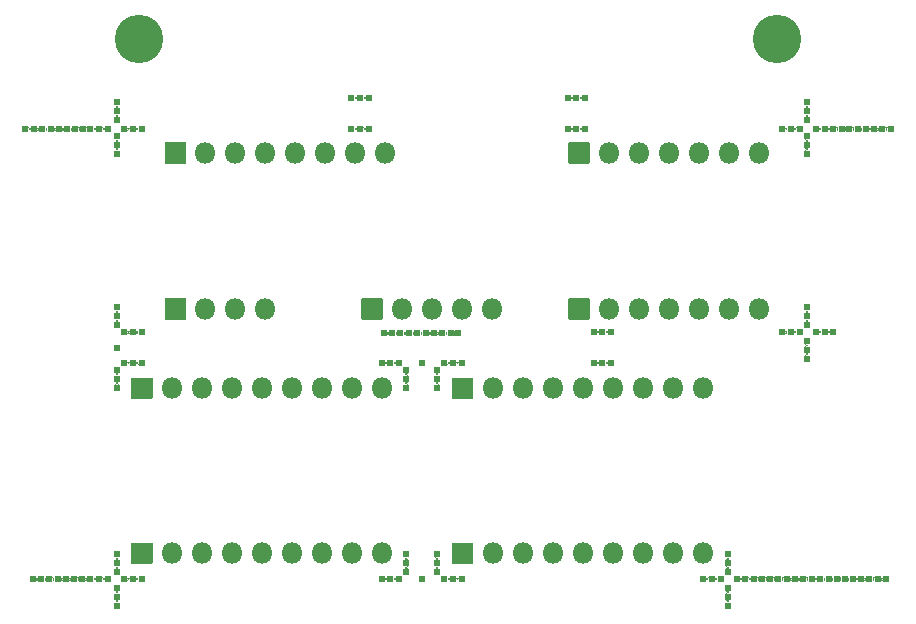
<source format=gbr>
G04 #@! TF.GenerationSoftware,KiCad,Pcbnew,(5.1.9)-1*
G04 #@! TF.CreationDate,2021-05-14T22:58:58-04:00*
G04 #@! TF.ProjectId,Scratch+Com Panelized,53637261-7463-4682-9b43-6f6d2050616e,rev?*
G04 #@! TF.SameCoordinates,Original*
G04 #@! TF.FileFunction,Soldermask,Bot*
G04 #@! TF.FilePolarity,Negative*
%FSLAX46Y46*%
G04 Gerber Fmt 4.6, Leading zero omitted, Abs format (unit mm)*
G04 Created by KiCad (PCBNEW (5.1.9)-1) date 2021-05-14 22:58:58*
%MOMM*%
%LPD*%
G01*
G04 APERTURE LIST*
%ADD10C,4.102000*%
%ADD11C,0.602000*%
%ADD12O,1.802000X1.802000*%
%ADD13C,0.100000*%
G04 APERTURE END LIST*
D10*
X158000000Y-77000000D03*
X104000000Y-77000000D03*
D11*
X99140000Y-122710000D03*
X96380000Y-122720000D03*
X94980000Y-122720000D03*
X95680000Y-122720000D03*
X98480000Y-122720000D03*
X97780000Y-122720000D03*
X97080000Y-122720000D03*
X163040000Y-122710000D03*
X165800000Y-122700000D03*
X167200000Y-122700000D03*
X166500000Y-122700000D03*
X163700000Y-122700000D03*
X164400000Y-122700000D03*
X165100000Y-122700000D03*
X156740000Y-122710000D03*
X162340000Y-122710000D03*
X161640000Y-122710000D03*
X159500000Y-122700000D03*
X160900000Y-122700000D03*
X160200000Y-122700000D03*
X157400000Y-122700000D03*
X158100000Y-122700000D03*
X158800000Y-122700000D03*
X163440000Y-84610000D03*
X166200000Y-84600000D03*
X167600000Y-84600000D03*
X166900000Y-84600000D03*
X164100000Y-84600000D03*
X164800000Y-84600000D03*
X165500000Y-84600000D03*
X99240000Y-84610000D03*
X94340000Y-84610000D03*
X96480000Y-84620000D03*
X95080000Y-84620000D03*
X95780000Y-84620000D03*
X98580000Y-84620000D03*
X97880000Y-84620000D03*
X97180000Y-84620000D03*
X131000000Y-101900000D03*
X129640000Y-101910000D03*
X130340000Y-101910000D03*
X128940000Y-101910000D03*
X127540000Y-101910000D03*
X128240000Y-101910000D03*
X126840000Y-101910000D03*
X126100000Y-101900000D03*
X125400000Y-101900000D03*
X124700000Y-101900000D03*
X141750000Y-84600000D03*
X140250000Y-84600000D03*
X140250000Y-82000000D03*
X141750000Y-82000000D03*
X141000000Y-84600000D03*
X141000000Y-82000000D03*
X123450000Y-84600000D03*
X121950000Y-84600000D03*
X121950000Y-82000000D03*
X123450000Y-82000000D03*
X122700000Y-84600000D03*
X122700000Y-82000000D03*
X143950000Y-104400000D03*
X142450000Y-104400000D03*
X142450000Y-101800000D03*
X143950000Y-101800000D03*
X143200000Y-104400000D03*
X143200000Y-101800000D03*
X127900000Y-122700000D03*
X130550000Y-122700000D03*
X131300000Y-122700000D03*
X129800000Y-122700000D03*
X125250000Y-122700000D03*
X126000000Y-122700000D03*
X124500000Y-122700000D03*
X129200000Y-120600000D03*
X129200000Y-122100000D03*
X126600000Y-122100000D03*
X126600000Y-120600000D03*
X129200000Y-121350000D03*
X126600000Y-121350000D03*
X153800000Y-121350000D03*
X153800000Y-120600000D03*
X153800000Y-122100000D03*
X151700000Y-122700000D03*
X153200000Y-122700000D03*
X152450000Y-122700000D03*
X153800000Y-123450000D03*
X153800000Y-124950000D03*
X153800000Y-124200000D03*
X156050000Y-122700000D03*
X154550000Y-122700000D03*
X155300000Y-122700000D03*
X103450000Y-122700000D03*
X104200000Y-122700000D03*
X102700000Y-122700000D03*
X102100000Y-120600000D03*
X102100000Y-122100000D03*
X102100000Y-121350000D03*
X101350000Y-122700000D03*
X99850000Y-122700000D03*
X100600000Y-122700000D03*
X102100000Y-124950000D03*
X102100000Y-123450000D03*
X102100000Y-124200000D03*
X102100000Y-85950000D03*
X102100000Y-86700000D03*
X102100000Y-85200000D03*
X104200000Y-84600000D03*
X102700000Y-84600000D03*
X103450000Y-84600000D03*
X102100000Y-83850000D03*
X102100000Y-82350000D03*
X102100000Y-83100000D03*
X99850000Y-84600000D03*
X101350000Y-84600000D03*
X100600000Y-84600000D03*
X159150000Y-84600000D03*
X158400000Y-84600000D03*
X159900000Y-84600000D03*
X160500000Y-86700000D03*
X160500000Y-85200000D03*
X160500000Y-85950000D03*
X161250000Y-84600000D03*
X162750000Y-84600000D03*
X162000000Y-84600000D03*
X160500000Y-82350000D03*
X160500000Y-83850000D03*
X160500000Y-83100000D03*
X160500000Y-100450000D03*
X160500000Y-99700000D03*
X160500000Y-101200000D03*
X158400000Y-101800000D03*
X159900000Y-101800000D03*
X159150000Y-101800000D03*
X160500000Y-102550000D03*
X160500000Y-104050000D03*
X160500000Y-103300000D03*
X162750000Y-101800000D03*
X161250000Y-101800000D03*
X162000000Y-101800000D03*
X127900000Y-104400000D03*
X125250000Y-104400000D03*
X124500000Y-104400000D03*
X126000000Y-104400000D03*
X130550000Y-104400000D03*
X129800000Y-104400000D03*
X131300000Y-104400000D03*
X126600000Y-106500000D03*
X126600000Y-105000000D03*
X129200000Y-105000000D03*
X129200000Y-106500000D03*
X126600000Y-105750000D03*
X129200000Y-105750000D03*
X102100000Y-103100000D03*
X102100000Y-105750000D03*
X102100000Y-106500000D03*
X102100000Y-105000000D03*
X102100000Y-100450000D03*
X102100000Y-101200000D03*
X102100000Y-99700000D03*
X104200000Y-104400000D03*
X102700000Y-104400000D03*
X102700000Y-101800000D03*
X104200000Y-101800000D03*
X103450000Y-104400000D03*
X103450000Y-101800000D03*
D12*
X133843000Y-99842000D03*
X131303000Y-99842000D03*
X128763000Y-99842000D03*
X126223000Y-99842000D03*
G36*
G01*
X124533000Y-100743000D02*
X122833000Y-100743000D01*
G75*
G02*
X122782000Y-100692000I0J51000D01*
G01*
X122782000Y-98992000D01*
G75*
G02*
X122833000Y-98941000I51000J0D01*
G01*
X124533000Y-98941000D01*
G75*
G02*
X124584000Y-98992000I0J-51000D01*
G01*
X124584000Y-100692000D01*
G75*
G02*
X124533000Y-100743000I-51000J0D01*
G01*
G37*
X156449000Y-99842000D03*
X153909000Y-99842000D03*
X151369000Y-99842000D03*
X148829000Y-99842000D03*
X146289000Y-99842000D03*
X143749000Y-99842000D03*
G36*
G01*
X142059000Y-100743000D02*
X140359000Y-100743000D01*
G75*
G02*
X140308000Y-100692000I0J51000D01*
G01*
X140308000Y-98992000D01*
G75*
G02*
X140359000Y-98941000I51000J0D01*
G01*
X142059000Y-98941000D01*
G75*
G02*
X142110000Y-98992000I0J-51000D01*
G01*
X142110000Y-100692000D01*
G75*
G02*
X142059000Y-100743000I-51000J0D01*
G01*
G37*
X156449000Y-86634000D03*
X153909000Y-86634000D03*
X151369000Y-86634000D03*
X148829000Y-86634000D03*
X146289000Y-86634000D03*
X143749000Y-86634000D03*
G36*
G01*
X142059000Y-87535000D02*
X140359000Y-87535000D01*
G75*
G02*
X140308000Y-87484000I0J51000D01*
G01*
X140308000Y-85784000D01*
G75*
G02*
X140359000Y-85733000I51000J0D01*
G01*
X142059000Y-85733000D01*
G75*
G02*
X142110000Y-85784000I0J-51000D01*
G01*
X142110000Y-87484000D01*
G75*
G02*
X142059000Y-87535000I-51000J0D01*
G01*
G37*
X114666000Y-99842000D03*
X112126000Y-99842000D03*
X109586000Y-99842000D03*
G36*
G01*
X107896000Y-100743000D02*
X106196000Y-100743000D01*
G75*
G02*
X106145000Y-100692000I0J51000D01*
G01*
X106145000Y-98992000D01*
G75*
G02*
X106196000Y-98941000I51000J0D01*
G01*
X107896000Y-98941000D01*
G75*
G02*
X107947000Y-98992000I0J-51000D01*
G01*
X107947000Y-100692000D01*
G75*
G02*
X107896000Y-100743000I-51000J0D01*
G01*
G37*
X124826000Y-86634000D03*
X122286000Y-86634000D03*
X119746000Y-86634000D03*
X117206000Y-86634000D03*
X114666000Y-86634000D03*
X112126000Y-86634000D03*
X109586000Y-86634000D03*
G36*
G01*
X107896000Y-87535000D02*
X106196000Y-87535000D01*
G75*
G02*
X106145000Y-87484000I0J51000D01*
G01*
X106145000Y-85784000D01*
G75*
G02*
X106196000Y-85733000I51000J0D01*
G01*
X107896000Y-85733000D01*
G75*
G02*
X107947000Y-85784000I0J-51000D01*
G01*
X107947000Y-87484000D01*
G75*
G02*
X107896000Y-87535000I-51000J0D01*
G01*
G37*
X124525000Y-120515000D03*
X121985000Y-120515000D03*
X119445000Y-120515000D03*
X116905000Y-120515000D03*
X114365000Y-120515000D03*
X111825000Y-120515000D03*
X109285000Y-120515000D03*
X106745000Y-120515000D03*
G36*
G01*
X105055000Y-121416000D02*
X103355000Y-121416000D01*
G75*
G02*
X103304000Y-121365000I0J51000D01*
G01*
X103304000Y-119665000D01*
G75*
G02*
X103355000Y-119614000I51000J0D01*
G01*
X105055000Y-119614000D01*
G75*
G02*
X105106000Y-119665000I0J-51000D01*
G01*
X105106000Y-121365000D01*
G75*
G02*
X105055000Y-121416000I-51000J0D01*
G01*
G37*
X124525000Y-106545000D03*
X121985000Y-106545000D03*
X119445000Y-106545000D03*
X116905000Y-106545000D03*
X114365000Y-106545000D03*
X111825000Y-106545000D03*
X109285000Y-106545000D03*
X106745000Y-106545000D03*
G36*
G01*
X105055000Y-107446000D02*
X103355000Y-107446000D01*
G75*
G02*
X103304000Y-107395000I0J51000D01*
G01*
X103304000Y-105695000D01*
G75*
G02*
X103355000Y-105644000I51000J0D01*
G01*
X105055000Y-105644000D01*
G75*
G02*
X105106000Y-105695000I0J-51000D01*
G01*
X105106000Y-107395000D01*
G75*
G02*
X105055000Y-107446000I-51000J0D01*
G01*
G37*
X151675000Y-120515000D03*
X149135000Y-120515000D03*
X146595000Y-120515000D03*
X144055000Y-120515000D03*
X141515000Y-120515000D03*
X138975000Y-120515000D03*
X136435000Y-120515000D03*
X133895000Y-120515000D03*
G36*
G01*
X132205000Y-121416000D02*
X130505000Y-121416000D01*
G75*
G02*
X130454000Y-121365000I0J51000D01*
G01*
X130454000Y-119665000D01*
G75*
G02*
X130505000Y-119614000I51000J0D01*
G01*
X132205000Y-119614000D01*
G75*
G02*
X132256000Y-119665000I0J-51000D01*
G01*
X132256000Y-121365000D01*
G75*
G02*
X132205000Y-121416000I-51000J0D01*
G01*
G37*
X151675000Y-106545000D03*
X149135000Y-106545000D03*
X146595000Y-106545000D03*
X144055000Y-106545000D03*
X141515000Y-106545000D03*
X138975000Y-106545000D03*
X136435000Y-106545000D03*
X133895000Y-106545000D03*
G36*
G01*
X132205000Y-107446000D02*
X130505000Y-107446000D01*
G75*
G02*
X130454000Y-107395000I0J51000D01*
G01*
X130454000Y-105695000D01*
G75*
G02*
X130505000Y-105644000I51000J0D01*
G01*
X132205000Y-105644000D01*
G75*
G02*
X132256000Y-105695000I0J-51000D01*
G01*
X132256000Y-107395000D01*
G75*
G02*
X132205000Y-107446000I-51000J0D01*
G01*
G37*
D13*
G36*
X153940266Y-124465048D02*
G01*
X153941031Y-124466896D01*
X153940159Y-124468298D01*
X153933608Y-124472675D01*
X153914893Y-124488034D01*
X153899598Y-124506671D01*
X153888233Y-124527935D01*
X153881233Y-124551010D01*
X153878870Y-124575001D01*
X153881233Y-124598992D01*
X153888233Y-124622067D01*
X153899599Y-124643330D01*
X153914894Y-124661967D01*
X153933608Y-124677325D01*
X153940159Y-124681702D01*
X153941044Y-124683496D01*
X153939933Y-124685159D01*
X153938283Y-124685213D01*
X153886794Y-124663885D01*
X153829304Y-124652449D01*
X153770696Y-124652449D01*
X153713206Y-124663885D01*
X153661717Y-124685213D01*
X153659734Y-124684952D01*
X153658969Y-124683104D01*
X153659841Y-124681702D01*
X153666392Y-124677325D01*
X153685107Y-124661966D01*
X153700402Y-124643329D01*
X153711767Y-124622065D01*
X153718767Y-124598990D01*
X153721130Y-124574999D01*
X153718767Y-124551008D01*
X153711767Y-124527933D01*
X153700401Y-124506670D01*
X153685106Y-124488033D01*
X153666392Y-124472675D01*
X153659841Y-124468298D01*
X153658956Y-124466504D01*
X153660067Y-124464841D01*
X153661717Y-124464787D01*
X153713206Y-124486115D01*
X153770696Y-124497551D01*
X153829304Y-124497551D01*
X153886794Y-124486115D01*
X153938283Y-124464787D01*
X153940266Y-124465048D01*
G37*
G36*
X102240266Y-124465048D02*
G01*
X102241031Y-124466896D01*
X102240159Y-124468298D01*
X102233608Y-124472675D01*
X102214893Y-124488034D01*
X102199598Y-124506671D01*
X102188233Y-124527935D01*
X102181233Y-124551010D01*
X102178870Y-124575001D01*
X102181233Y-124598992D01*
X102188233Y-124622067D01*
X102199599Y-124643330D01*
X102214894Y-124661967D01*
X102233608Y-124677325D01*
X102240159Y-124681702D01*
X102241044Y-124683496D01*
X102239933Y-124685159D01*
X102238283Y-124685213D01*
X102186794Y-124663885D01*
X102129304Y-124652449D01*
X102070696Y-124652449D01*
X102013206Y-124663885D01*
X101961717Y-124685213D01*
X101959734Y-124684952D01*
X101958969Y-124683104D01*
X101959841Y-124681702D01*
X101966392Y-124677325D01*
X101985107Y-124661966D01*
X102000402Y-124643329D01*
X102011767Y-124622065D01*
X102018767Y-124598990D01*
X102021130Y-124574999D01*
X102018767Y-124551008D01*
X102011767Y-124527933D01*
X102000401Y-124506670D01*
X101985106Y-124488033D01*
X101966392Y-124472675D01*
X101959841Y-124468298D01*
X101958956Y-124466504D01*
X101960067Y-124464841D01*
X101961717Y-124464787D01*
X102013206Y-124486115D01*
X102070696Y-124497551D01*
X102129304Y-124497551D01*
X102186794Y-124486115D01*
X102238283Y-124464787D01*
X102240266Y-124465048D01*
G37*
G36*
X153940266Y-123715048D02*
G01*
X153941031Y-123716896D01*
X153940159Y-123718298D01*
X153933608Y-123722675D01*
X153914893Y-123738034D01*
X153899598Y-123756671D01*
X153888233Y-123777935D01*
X153881233Y-123801010D01*
X153878870Y-123825001D01*
X153881233Y-123848992D01*
X153888233Y-123872067D01*
X153899599Y-123893330D01*
X153914894Y-123911967D01*
X153933608Y-123927325D01*
X153940159Y-123931702D01*
X153941044Y-123933496D01*
X153939933Y-123935159D01*
X153938283Y-123935213D01*
X153886794Y-123913885D01*
X153829304Y-123902449D01*
X153770696Y-123902449D01*
X153713206Y-123913885D01*
X153661717Y-123935213D01*
X153659734Y-123934952D01*
X153658969Y-123933104D01*
X153659841Y-123931702D01*
X153666392Y-123927325D01*
X153685107Y-123911966D01*
X153700402Y-123893329D01*
X153711767Y-123872065D01*
X153718767Y-123848990D01*
X153721130Y-123824999D01*
X153718767Y-123801008D01*
X153711767Y-123777933D01*
X153700401Y-123756670D01*
X153685106Y-123738033D01*
X153666392Y-123722675D01*
X153659841Y-123718298D01*
X153658956Y-123716504D01*
X153660067Y-123714841D01*
X153661717Y-123714787D01*
X153713206Y-123736115D01*
X153770696Y-123747551D01*
X153829304Y-123747551D01*
X153886794Y-123736115D01*
X153938283Y-123714787D01*
X153940266Y-123715048D01*
G37*
G36*
X102240266Y-123715048D02*
G01*
X102241031Y-123716896D01*
X102240159Y-123718298D01*
X102233608Y-123722675D01*
X102214893Y-123738034D01*
X102199598Y-123756671D01*
X102188233Y-123777935D01*
X102181233Y-123801010D01*
X102178870Y-123825001D01*
X102181233Y-123848992D01*
X102188233Y-123872067D01*
X102199599Y-123893330D01*
X102214894Y-123911967D01*
X102233608Y-123927325D01*
X102240159Y-123931702D01*
X102241044Y-123933496D01*
X102239933Y-123935159D01*
X102238283Y-123935213D01*
X102186794Y-123913885D01*
X102129304Y-123902449D01*
X102070696Y-123902449D01*
X102013206Y-123913885D01*
X101961717Y-123935213D01*
X101959734Y-123934952D01*
X101958969Y-123933104D01*
X101959841Y-123931702D01*
X101966392Y-123927325D01*
X101985107Y-123911966D01*
X102000402Y-123893329D01*
X102011767Y-123872065D01*
X102018767Y-123848990D01*
X102021130Y-123824999D01*
X102018767Y-123801008D01*
X102011767Y-123777933D01*
X102000401Y-123756670D01*
X101985106Y-123738033D01*
X101966392Y-123722675D01*
X101959841Y-123718298D01*
X101958956Y-123716504D01*
X101960067Y-123714841D01*
X101961717Y-123714787D01*
X102013206Y-123736115D01*
X102070696Y-123747551D01*
X102129304Y-123747551D01*
X102186794Y-123736115D01*
X102238283Y-123714787D01*
X102240266Y-123715048D01*
G37*
G36*
X98907542Y-122521095D02*
G01*
X98907273Y-122522724D01*
X98876315Y-122569057D01*
X98853885Y-122623206D01*
X98842449Y-122680696D01*
X98842449Y-122739304D01*
X98853885Y-122796794D01*
X98876315Y-122850943D01*
X98907273Y-122897276D01*
X98907404Y-122899272D01*
X98905741Y-122900383D01*
X98904196Y-122899801D01*
X98900914Y-122896519D01*
X98882197Y-122881158D01*
X98860933Y-122869793D01*
X98837858Y-122862793D01*
X98813867Y-122860430D01*
X98789876Y-122862793D01*
X98766801Y-122869793D01*
X98745537Y-122881158D01*
X98726900Y-122896453D01*
X98716653Y-122908939D01*
X98716521Y-122909084D01*
X98715804Y-122909801D01*
X98713872Y-122910319D01*
X98712458Y-122908905D01*
X98712727Y-122907276D01*
X98743685Y-122860943D01*
X98766115Y-122806794D01*
X98777551Y-122749304D01*
X98777551Y-122690696D01*
X98766115Y-122633206D01*
X98743685Y-122579057D01*
X98712727Y-122532724D01*
X98712596Y-122530728D01*
X98714259Y-122529617D01*
X98715804Y-122530199D01*
X98719086Y-122533481D01*
X98737803Y-122548842D01*
X98759067Y-122560207D01*
X98782142Y-122567207D01*
X98806133Y-122569570D01*
X98830124Y-122567207D01*
X98853199Y-122560207D01*
X98874463Y-122548842D01*
X98893100Y-122533547D01*
X98903347Y-122521061D01*
X98903479Y-122520916D01*
X98904196Y-122520199D01*
X98906128Y-122519681D01*
X98907542Y-122521095D01*
G37*
G36*
X157167542Y-122511095D02*
G01*
X157167273Y-122512724D01*
X157136315Y-122559057D01*
X157113885Y-122613206D01*
X157102449Y-122670696D01*
X157102449Y-122729304D01*
X157113885Y-122786794D01*
X157136315Y-122840943D01*
X157167273Y-122887276D01*
X157167404Y-122889272D01*
X157165741Y-122890383D01*
X157164196Y-122889801D01*
X157160914Y-122886519D01*
X157142197Y-122871158D01*
X157120933Y-122859793D01*
X157097858Y-122852793D01*
X157073867Y-122850430D01*
X157049876Y-122852793D01*
X157026801Y-122859793D01*
X157005537Y-122871158D01*
X156986900Y-122886453D01*
X156976653Y-122898939D01*
X156976521Y-122899084D01*
X156975804Y-122899801D01*
X156973872Y-122900319D01*
X156972458Y-122898905D01*
X156972727Y-122897276D01*
X157003685Y-122850943D01*
X157026115Y-122796794D01*
X157037551Y-122739304D01*
X157037551Y-122680696D01*
X157026115Y-122623206D01*
X157003685Y-122569057D01*
X156972727Y-122522724D01*
X156972596Y-122520728D01*
X156974259Y-122519617D01*
X156975804Y-122520199D01*
X156979086Y-122523481D01*
X156997803Y-122538842D01*
X157019067Y-122550207D01*
X157042142Y-122557207D01*
X157066133Y-122559570D01*
X157090124Y-122557207D01*
X157113199Y-122550207D01*
X157134463Y-122538842D01*
X157153100Y-122523547D01*
X157163347Y-122511061D01*
X157163479Y-122510916D01*
X157164196Y-122510199D01*
X157166128Y-122509681D01*
X157167542Y-122511095D01*
G37*
G36*
X163467542Y-122511095D02*
G01*
X163467273Y-122512724D01*
X163436315Y-122559057D01*
X163413885Y-122613206D01*
X163402449Y-122670696D01*
X163402449Y-122729304D01*
X163413885Y-122786794D01*
X163436315Y-122840943D01*
X163467273Y-122887276D01*
X163467404Y-122889272D01*
X163465741Y-122890383D01*
X163464196Y-122889801D01*
X163460914Y-122886519D01*
X163442197Y-122871158D01*
X163420933Y-122859793D01*
X163397858Y-122852793D01*
X163373867Y-122850430D01*
X163349876Y-122852793D01*
X163326801Y-122859793D01*
X163305537Y-122871158D01*
X163286900Y-122886453D01*
X163276653Y-122898939D01*
X163276521Y-122899084D01*
X163275804Y-122899801D01*
X163273872Y-122900319D01*
X163272458Y-122898905D01*
X163272727Y-122897276D01*
X163303685Y-122850943D01*
X163326115Y-122796794D01*
X163337551Y-122739304D01*
X163337551Y-122680696D01*
X163326115Y-122623206D01*
X163303685Y-122569057D01*
X163272727Y-122522724D01*
X163272596Y-122520728D01*
X163274259Y-122519617D01*
X163275804Y-122520199D01*
X163279086Y-122523481D01*
X163297803Y-122538842D01*
X163319067Y-122550207D01*
X163342142Y-122557207D01*
X163366133Y-122559570D01*
X163390124Y-122557207D01*
X163413199Y-122550207D01*
X163434463Y-122538842D01*
X163453100Y-122523547D01*
X163463347Y-122511061D01*
X163463479Y-122510916D01*
X163464196Y-122510199D01*
X163466128Y-122509681D01*
X163467542Y-122511095D01*
G37*
G36*
X98031503Y-122553642D02*
G01*
X98043033Y-122567692D01*
X98061670Y-122582988D01*
X98082934Y-122594353D01*
X98106008Y-122601353D01*
X98130000Y-122603716D01*
X98153991Y-122601353D01*
X98177066Y-122594353D01*
X98198329Y-122582988D01*
X98216966Y-122567693D01*
X98228497Y-122553642D01*
X98230369Y-122552938D01*
X98231915Y-122554206D01*
X98231706Y-122556022D01*
X98216315Y-122579057D01*
X98193885Y-122633206D01*
X98182449Y-122690696D01*
X98182449Y-122749304D01*
X98193885Y-122806794D01*
X98216315Y-122860943D01*
X98231706Y-122883978D01*
X98231837Y-122885974D01*
X98230174Y-122887085D01*
X98228497Y-122886358D01*
X98216967Y-122872308D01*
X98198330Y-122857012D01*
X98177066Y-122845647D01*
X98153992Y-122838647D01*
X98130000Y-122836284D01*
X98106009Y-122838647D01*
X98082934Y-122845647D01*
X98061671Y-122857012D01*
X98043034Y-122872307D01*
X98031503Y-122886358D01*
X98029631Y-122887062D01*
X98028085Y-122885794D01*
X98028294Y-122883978D01*
X98043685Y-122860943D01*
X98066115Y-122806794D01*
X98077551Y-122749304D01*
X98077551Y-122690696D01*
X98066115Y-122633206D01*
X98043685Y-122579057D01*
X98028294Y-122556022D01*
X98028163Y-122554026D01*
X98029826Y-122552915D01*
X98031503Y-122553642D01*
G37*
G36*
X95231503Y-122553642D02*
G01*
X95243033Y-122567692D01*
X95261670Y-122582988D01*
X95282934Y-122594353D01*
X95306008Y-122601353D01*
X95330000Y-122603716D01*
X95353991Y-122601353D01*
X95377066Y-122594353D01*
X95398329Y-122582988D01*
X95416966Y-122567693D01*
X95428497Y-122553642D01*
X95430369Y-122552938D01*
X95431915Y-122554206D01*
X95431706Y-122556022D01*
X95416315Y-122579057D01*
X95393885Y-122633206D01*
X95382449Y-122690696D01*
X95382449Y-122749304D01*
X95393885Y-122806794D01*
X95416315Y-122860943D01*
X95431706Y-122883978D01*
X95431837Y-122885974D01*
X95430174Y-122887085D01*
X95428497Y-122886358D01*
X95416967Y-122872308D01*
X95398330Y-122857012D01*
X95377066Y-122845647D01*
X95353992Y-122838647D01*
X95330000Y-122836284D01*
X95306009Y-122838647D01*
X95282934Y-122845647D01*
X95261671Y-122857012D01*
X95243034Y-122872307D01*
X95231503Y-122886358D01*
X95229631Y-122887062D01*
X95228085Y-122885794D01*
X95228294Y-122883978D01*
X95243685Y-122860943D01*
X95266115Y-122806794D01*
X95277551Y-122749304D01*
X95277551Y-122690696D01*
X95266115Y-122633206D01*
X95243685Y-122579057D01*
X95228294Y-122556022D01*
X95228163Y-122554026D01*
X95229826Y-122552915D01*
X95231503Y-122553642D01*
G37*
G36*
X95931503Y-122553642D02*
G01*
X95943033Y-122567692D01*
X95961670Y-122582988D01*
X95982934Y-122594353D01*
X96006008Y-122601353D01*
X96030000Y-122603716D01*
X96053991Y-122601353D01*
X96077066Y-122594353D01*
X96098329Y-122582988D01*
X96116966Y-122567693D01*
X96128497Y-122553642D01*
X96130369Y-122552938D01*
X96131915Y-122554206D01*
X96131706Y-122556022D01*
X96116315Y-122579057D01*
X96093885Y-122633206D01*
X96082449Y-122690696D01*
X96082449Y-122749304D01*
X96093885Y-122806794D01*
X96116315Y-122860943D01*
X96131706Y-122883978D01*
X96131837Y-122885974D01*
X96130174Y-122887085D01*
X96128497Y-122886358D01*
X96116967Y-122872308D01*
X96098330Y-122857012D01*
X96077066Y-122845647D01*
X96053992Y-122838647D01*
X96030000Y-122836284D01*
X96006009Y-122838647D01*
X95982934Y-122845647D01*
X95961671Y-122857012D01*
X95943034Y-122872307D01*
X95931503Y-122886358D01*
X95929631Y-122887062D01*
X95928085Y-122885794D01*
X95928294Y-122883978D01*
X95943685Y-122860943D01*
X95966115Y-122806794D01*
X95977551Y-122749304D01*
X95977551Y-122690696D01*
X95966115Y-122633206D01*
X95943685Y-122579057D01*
X95928294Y-122556022D01*
X95928163Y-122554026D01*
X95929826Y-122552915D01*
X95931503Y-122553642D01*
G37*
G36*
X97331503Y-122553642D02*
G01*
X97343033Y-122567692D01*
X97361670Y-122582988D01*
X97382934Y-122594353D01*
X97406008Y-122601353D01*
X97430000Y-122603716D01*
X97453991Y-122601353D01*
X97477066Y-122594353D01*
X97498329Y-122582988D01*
X97516966Y-122567693D01*
X97528497Y-122553642D01*
X97530369Y-122552938D01*
X97531915Y-122554206D01*
X97531706Y-122556022D01*
X97516315Y-122579057D01*
X97493885Y-122633206D01*
X97482449Y-122690696D01*
X97482449Y-122749304D01*
X97493885Y-122806794D01*
X97516315Y-122860943D01*
X97531706Y-122883978D01*
X97531837Y-122885974D01*
X97530174Y-122887085D01*
X97528497Y-122886358D01*
X97516967Y-122872308D01*
X97498330Y-122857012D01*
X97477066Y-122845647D01*
X97453992Y-122838647D01*
X97430000Y-122836284D01*
X97406009Y-122838647D01*
X97382934Y-122845647D01*
X97361671Y-122857012D01*
X97343034Y-122872307D01*
X97331503Y-122886358D01*
X97329631Y-122887062D01*
X97328085Y-122885794D01*
X97328294Y-122883978D01*
X97343685Y-122860943D01*
X97366115Y-122806794D01*
X97377551Y-122749304D01*
X97377551Y-122690696D01*
X97366115Y-122633206D01*
X97343685Y-122579057D01*
X97328294Y-122556022D01*
X97328163Y-122554026D01*
X97329826Y-122552915D01*
X97331503Y-122553642D01*
G37*
G36*
X96631503Y-122553642D02*
G01*
X96643033Y-122567692D01*
X96661670Y-122582988D01*
X96682934Y-122594353D01*
X96706008Y-122601353D01*
X96730000Y-122603716D01*
X96753991Y-122601353D01*
X96777066Y-122594353D01*
X96798329Y-122582988D01*
X96816966Y-122567693D01*
X96828497Y-122553642D01*
X96830369Y-122552938D01*
X96831915Y-122554206D01*
X96831706Y-122556022D01*
X96816315Y-122579057D01*
X96793885Y-122633206D01*
X96782449Y-122690696D01*
X96782449Y-122749304D01*
X96793885Y-122806794D01*
X96816315Y-122860943D01*
X96831706Y-122883978D01*
X96831837Y-122885974D01*
X96830174Y-122887085D01*
X96828497Y-122886358D01*
X96816967Y-122872308D01*
X96798330Y-122857012D01*
X96777066Y-122845647D01*
X96753992Y-122838647D01*
X96730000Y-122836284D01*
X96706009Y-122838647D01*
X96682934Y-122845647D01*
X96661671Y-122857012D01*
X96643034Y-122872307D01*
X96631503Y-122886358D01*
X96629631Y-122887062D01*
X96628085Y-122885794D01*
X96628294Y-122883978D01*
X96643685Y-122860943D01*
X96666115Y-122806794D01*
X96677551Y-122749304D01*
X96677551Y-122690696D01*
X96666115Y-122633206D01*
X96643685Y-122579057D01*
X96628294Y-122556022D01*
X96628163Y-122554026D01*
X96629826Y-122552915D01*
X96631503Y-122553642D01*
G37*
G36*
X156299847Y-122531163D02*
G01*
X156311374Y-122545209D01*
X156330011Y-122560505D01*
X156351275Y-122571870D01*
X156374350Y-122578870D01*
X156398341Y-122581233D01*
X156422332Y-122578870D01*
X156445407Y-122571870D01*
X156466671Y-122560505D01*
X156485307Y-122545210D01*
X156496834Y-122531165D01*
X156498706Y-122530461D01*
X156500252Y-122531730D01*
X156500043Y-122533545D01*
X156476315Y-122569057D01*
X156453885Y-122623206D01*
X156442449Y-122680696D01*
X156442449Y-122739304D01*
X156453885Y-122796794D01*
X156476315Y-122850943D01*
X156493362Y-122876457D01*
X156493493Y-122878453D01*
X156491830Y-122879564D01*
X156490153Y-122878837D01*
X156478626Y-122864791D01*
X156459989Y-122849495D01*
X156438725Y-122838130D01*
X156415650Y-122831130D01*
X156391659Y-122828767D01*
X156367668Y-122831130D01*
X156344593Y-122838130D01*
X156323329Y-122849495D01*
X156304693Y-122864790D01*
X156293166Y-122878835D01*
X156291294Y-122879539D01*
X156289748Y-122878270D01*
X156289957Y-122876455D01*
X156313685Y-122840943D01*
X156336115Y-122786794D01*
X156347551Y-122729304D01*
X156347551Y-122670696D01*
X156336115Y-122613206D01*
X156313685Y-122559057D01*
X156296638Y-122533543D01*
X156296507Y-122531547D01*
X156298170Y-122530436D01*
X156299847Y-122531163D01*
G37*
G36*
X162591503Y-122543642D02*
G01*
X162603033Y-122557692D01*
X162621670Y-122572988D01*
X162642934Y-122584353D01*
X162666008Y-122591353D01*
X162690000Y-122593716D01*
X162713991Y-122591353D01*
X162737066Y-122584353D01*
X162758329Y-122572988D01*
X162776966Y-122557693D01*
X162788497Y-122543642D01*
X162790369Y-122542938D01*
X162791915Y-122544206D01*
X162791706Y-122546022D01*
X162776315Y-122569057D01*
X162753885Y-122623206D01*
X162742449Y-122680696D01*
X162742449Y-122739304D01*
X162753885Y-122796794D01*
X162776315Y-122850943D01*
X162791706Y-122873978D01*
X162791837Y-122875974D01*
X162790174Y-122877085D01*
X162788497Y-122876358D01*
X162776967Y-122862308D01*
X162758330Y-122847012D01*
X162737066Y-122835647D01*
X162713992Y-122828647D01*
X162690000Y-122826284D01*
X162666009Y-122828647D01*
X162642934Y-122835647D01*
X162621671Y-122847012D01*
X162603034Y-122862307D01*
X162591503Y-122876358D01*
X162589631Y-122877062D01*
X162588085Y-122875794D01*
X162588294Y-122873978D01*
X162603685Y-122850943D01*
X162626115Y-122796794D01*
X162637551Y-122739304D01*
X162637551Y-122680696D01*
X162626115Y-122623206D01*
X162603685Y-122569057D01*
X162588294Y-122546022D01*
X162588163Y-122544026D01*
X162589826Y-122542915D01*
X162591503Y-122543642D01*
G37*
G36*
X161891503Y-122543642D02*
G01*
X161903033Y-122557692D01*
X161921670Y-122572988D01*
X161942934Y-122584353D01*
X161966008Y-122591353D01*
X161990000Y-122593716D01*
X162013991Y-122591353D01*
X162037066Y-122584353D01*
X162058329Y-122572988D01*
X162076966Y-122557693D01*
X162088497Y-122543642D01*
X162090369Y-122542938D01*
X162091915Y-122544206D01*
X162091706Y-122546022D01*
X162076315Y-122569057D01*
X162053885Y-122623206D01*
X162042449Y-122680696D01*
X162042449Y-122739304D01*
X162053885Y-122796794D01*
X162076315Y-122850943D01*
X162091706Y-122873978D01*
X162091837Y-122875974D01*
X162090174Y-122877085D01*
X162088497Y-122876358D01*
X162076967Y-122862308D01*
X162058330Y-122847012D01*
X162037066Y-122835647D01*
X162013992Y-122828647D01*
X161990000Y-122826284D01*
X161966009Y-122828647D01*
X161942934Y-122835647D01*
X161921671Y-122847012D01*
X161903034Y-122862307D01*
X161891503Y-122876358D01*
X161889631Y-122877062D01*
X161888085Y-122875794D01*
X161888294Y-122873978D01*
X161903685Y-122850943D01*
X161926115Y-122796794D01*
X161937551Y-122739304D01*
X161937551Y-122680696D01*
X161926115Y-122623206D01*
X161903685Y-122569057D01*
X161888294Y-122546022D01*
X161888163Y-122544026D01*
X161889826Y-122542915D01*
X161891503Y-122543642D01*
G37*
G36*
X160451503Y-122533642D02*
G01*
X160463033Y-122547692D01*
X160481670Y-122562988D01*
X160502934Y-122574353D01*
X160526008Y-122581353D01*
X160550000Y-122583716D01*
X160573991Y-122581353D01*
X160597066Y-122574353D01*
X160618329Y-122562988D01*
X160636966Y-122547693D01*
X160648497Y-122533642D01*
X160650369Y-122532938D01*
X160651915Y-122534206D01*
X160651706Y-122536022D01*
X160636315Y-122559057D01*
X160613885Y-122613206D01*
X160602449Y-122670696D01*
X160602449Y-122729304D01*
X160613885Y-122786794D01*
X160636315Y-122840943D01*
X160651706Y-122863978D01*
X160651837Y-122865974D01*
X160650174Y-122867085D01*
X160648497Y-122866358D01*
X160636967Y-122852308D01*
X160618330Y-122837012D01*
X160597066Y-122825647D01*
X160573992Y-122818647D01*
X160550000Y-122816284D01*
X160526009Y-122818647D01*
X160502934Y-122825647D01*
X160481671Y-122837012D01*
X160463034Y-122852307D01*
X160451503Y-122866358D01*
X160449631Y-122867062D01*
X160448085Y-122865794D01*
X160448294Y-122863978D01*
X160463685Y-122840943D01*
X160486115Y-122786794D01*
X160497551Y-122729304D01*
X160497551Y-122670696D01*
X160486115Y-122613206D01*
X160463685Y-122559057D01*
X160448294Y-122536022D01*
X160448163Y-122534026D01*
X160449826Y-122532915D01*
X160451503Y-122533642D01*
G37*
G36*
X166051503Y-122533642D02*
G01*
X166063033Y-122547692D01*
X166081670Y-122562988D01*
X166102934Y-122574353D01*
X166126008Y-122581353D01*
X166150000Y-122583716D01*
X166173991Y-122581353D01*
X166197066Y-122574353D01*
X166218329Y-122562988D01*
X166236966Y-122547693D01*
X166248497Y-122533642D01*
X166250369Y-122532938D01*
X166251915Y-122534206D01*
X166251706Y-122536022D01*
X166236315Y-122559057D01*
X166213885Y-122613206D01*
X166202449Y-122670696D01*
X166202449Y-122729304D01*
X166213885Y-122786794D01*
X166236315Y-122840943D01*
X166251706Y-122863978D01*
X166251837Y-122865974D01*
X166250174Y-122867085D01*
X166248497Y-122866358D01*
X166236967Y-122852308D01*
X166218330Y-122837012D01*
X166197066Y-122825647D01*
X166173992Y-122818647D01*
X166150000Y-122816284D01*
X166126009Y-122818647D01*
X166102934Y-122825647D01*
X166081671Y-122837012D01*
X166063034Y-122852307D01*
X166051503Y-122866358D01*
X166049631Y-122867062D01*
X166048085Y-122865794D01*
X166048294Y-122863978D01*
X166063685Y-122840943D01*
X166086115Y-122786794D01*
X166097551Y-122729304D01*
X166097551Y-122670696D01*
X166086115Y-122613206D01*
X166063685Y-122559057D01*
X166048294Y-122536022D01*
X166048163Y-122534026D01*
X166049826Y-122532915D01*
X166051503Y-122533642D01*
G37*
G36*
X159051503Y-122533642D02*
G01*
X159063033Y-122547692D01*
X159081670Y-122562988D01*
X159102934Y-122574353D01*
X159126008Y-122581353D01*
X159150000Y-122583716D01*
X159173991Y-122581353D01*
X159197066Y-122574353D01*
X159218329Y-122562988D01*
X159236966Y-122547693D01*
X159248497Y-122533642D01*
X159250369Y-122532938D01*
X159251915Y-122534206D01*
X159251706Y-122536022D01*
X159236315Y-122559057D01*
X159213885Y-122613206D01*
X159202449Y-122670696D01*
X159202449Y-122729304D01*
X159213885Y-122786794D01*
X159236315Y-122840943D01*
X159251706Y-122863978D01*
X159251837Y-122865974D01*
X159250174Y-122867085D01*
X159248497Y-122866358D01*
X159236967Y-122852308D01*
X159218330Y-122837012D01*
X159197066Y-122825647D01*
X159173992Y-122818647D01*
X159150000Y-122816284D01*
X159126009Y-122818647D01*
X159102934Y-122825647D01*
X159081671Y-122837012D01*
X159063034Y-122852307D01*
X159051503Y-122866358D01*
X159049631Y-122867062D01*
X159048085Y-122865794D01*
X159048294Y-122863978D01*
X159063685Y-122840943D01*
X159086115Y-122786794D01*
X159097551Y-122729304D01*
X159097551Y-122670696D01*
X159086115Y-122613206D01*
X159063685Y-122559057D01*
X159048294Y-122536022D01*
X159048163Y-122534026D01*
X159049826Y-122532915D01*
X159051503Y-122533642D01*
G37*
G36*
X158351503Y-122533642D02*
G01*
X158363033Y-122547692D01*
X158381670Y-122562988D01*
X158402934Y-122574353D01*
X158426008Y-122581353D01*
X158450000Y-122583716D01*
X158473991Y-122581353D01*
X158497066Y-122574353D01*
X158518329Y-122562988D01*
X158536966Y-122547693D01*
X158548497Y-122533642D01*
X158550369Y-122532938D01*
X158551915Y-122534206D01*
X158551706Y-122536022D01*
X158536315Y-122559057D01*
X158513885Y-122613206D01*
X158502449Y-122670696D01*
X158502449Y-122729304D01*
X158513885Y-122786794D01*
X158536315Y-122840943D01*
X158551706Y-122863978D01*
X158551837Y-122865974D01*
X158550174Y-122867085D01*
X158548497Y-122866358D01*
X158536967Y-122852308D01*
X158518330Y-122837012D01*
X158497066Y-122825647D01*
X158473992Y-122818647D01*
X158450000Y-122816284D01*
X158426009Y-122818647D01*
X158402934Y-122825647D01*
X158381671Y-122837012D01*
X158363034Y-122852307D01*
X158351503Y-122866358D01*
X158349631Y-122867062D01*
X158348085Y-122865794D01*
X158348294Y-122863978D01*
X158363685Y-122840943D01*
X158386115Y-122786794D01*
X158397551Y-122729304D01*
X158397551Y-122670696D01*
X158386115Y-122613206D01*
X158363685Y-122559057D01*
X158348294Y-122536022D01*
X158348163Y-122534026D01*
X158349826Y-122532915D01*
X158351503Y-122533642D01*
G37*
G36*
X159751503Y-122533642D02*
G01*
X159763033Y-122547692D01*
X159781670Y-122562988D01*
X159802934Y-122574353D01*
X159826008Y-122581353D01*
X159850000Y-122583716D01*
X159873991Y-122581353D01*
X159897066Y-122574353D01*
X159918329Y-122562988D01*
X159936966Y-122547693D01*
X159948497Y-122533642D01*
X159950369Y-122532938D01*
X159951915Y-122534206D01*
X159951706Y-122536022D01*
X159936315Y-122559057D01*
X159913885Y-122613206D01*
X159902449Y-122670696D01*
X159902449Y-122729304D01*
X159913885Y-122786794D01*
X159936315Y-122840943D01*
X159951706Y-122863978D01*
X159951837Y-122865974D01*
X159950174Y-122867085D01*
X159948497Y-122866358D01*
X159936967Y-122852308D01*
X159918330Y-122837012D01*
X159897066Y-122825647D01*
X159873992Y-122818647D01*
X159850000Y-122816284D01*
X159826009Y-122818647D01*
X159802934Y-122825647D01*
X159781671Y-122837012D01*
X159763034Y-122852307D01*
X159751503Y-122866358D01*
X159749631Y-122867062D01*
X159748085Y-122865794D01*
X159748294Y-122863978D01*
X159763685Y-122840943D01*
X159786115Y-122786794D01*
X159797551Y-122729304D01*
X159797551Y-122670696D01*
X159786115Y-122613206D01*
X159763685Y-122559057D01*
X159748294Y-122536022D01*
X159748163Y-122534026D01*
X159749826Y-122532915D01*
X159751503Y-122533642D01*
G37*
G36*
X166751503Y-122533642D02*
G01*
X166763033Y-122547692D01*
X166781670Y-122562988D01*
X166802934Y-122574353D01*
X166826008Y-122581353D01*
X166850000Y-122583716D01*
X166873991Y-122581353D01*
X166897066Y-122574353D01*
X166918329Y-122562988D01*
X166936966Y-122547693D01*
X166948497Y-122533642D01*
X166950369Y-122532938D01*
X166951915Y-122534206D01*
X166951706Y-122536022D01*
X166936315Y-122559057D01*
X166913885Y-122613206D01*
X166902449Y-122670696D01*
X166902449Y-122729304D01*
X166913885Y-122786794D01*
X166936315Y-122840943D01*
X166951706Y-122863978D01*
X166951837Y-122865974D01*
X166950174Y-122867085D01*
X166948497Y-122866358D01*
X166936967Y-122852308D01*
X166918330Y-122837012D01*
X166897066Y-122825647D01*
X166873992Y-122818647D01*
X166850000Y-122816284D01*
X166826009Y-122818647D01*
X166802934Y-122825647D01*
X166781671Y-122837012D01*
X166763034Y-122852307D01*
X166751503Y-122866358D01*
X166749631Y-122867062D01*
X166748085Y-122865794D01*
X166748294Y-122863978D01*
X166763685Y-122840943D01*
X166786115Y-122786794D01*
X166797551Y-122729304D01*
X166797551Y-122670696D01*
X166786115Y-122613206D01*
X166763685Y-122559057D01*
X166748294Y-122536022D01*
X166748163Y-122534026D01*
X166749826Y-122532915D01*
X166751503Y-122533642D01*
G37*
G36*
X164651503Y-122533642D02*
G01*
X164663033Y-122547692D01*
X164681670Y-122562988D01*
X164702934Y-122574353D01*
X164726008Y-122581353D01*
X164750000Y-122583716D01*
X164773991Y-122581353D01*
X164797066Y-122574353D01*
X164818329Y-122562988D01*
X164836966Y-122547693D01*
X164848497Y-122533642D01*
X164850369Y-122532938D01*
X164851915Y-122534206D01*
X164851706Y-122536022D01*
X164836315Y-122559057D01*
X164813885Y-122613206D01*
X164802449Y-122670696D01*
X164802449Y-122729304D01*
X164813885Y-122786794D01*
X164836315Y-122840943D01*
X164851706Y-122863978D01*
X164851837Y-122865974D01*
X164850174Y-122867085D01*
X164848497Y-122866358D01*
X164836967Y-122852308D01*
X164818330Y-122837012D01*
X164797066Y-122825647D01*
X164773992Y-122818647D01*
X164750000Y-122816284D01*
X164726009Y-122818647D01*
X164702934Y-122825647D01*
X164681671Y-122837012D01*
X164663034Y-122852307D01*
X164651503Y-122866358D01*
X164649631Y-122867062D01*
X164648085Y-122865794D01*
X164648294Y-122863978D01*
X164663685Y-122840943D01*
X164686115Y-122786794D01*
X164697551Y-122729304D01*
X164697551Y-122670696D01*
X164686115Y-122613206D01*
X164663685Y-122559057D01*
X164648294Y-122536022D01*
X164648163Y-122534026D01*
X164649826Y-122532915D01*
X164651503Y-122533642D01*
G37*
G36*
X165351503Y-122533642D02*
G01*
X165363033Y-122547692D01*
X165381670Y-122562988D01*
X165402934Y-122574353D01*
X165426008Y-122581353D01*
X165450000Y-122583716D01*
X165473991Y-122581353D01*
X165497066Y-122574353D01*
X165518329Y-122562988D01*
X165536966Y-122547693D01*
X165548497Y-122533642D01*
X165550369Y-122532938D01*
X165551915Y-122534206D01*
X165551706Y-122536022D01*
X165536315Y-122559057D01*
X165513885Y-122613206D01*
X165502449Y-122670696D01*
X165502449Y-122729304D01*
X165513885Y-122786794D01*
X165536315Y-122840943D01*
X165551706Y-122863978D01*
X165551837Y-122865974D01*
X165550174Y-122867085D01*
X165548497Y-122866358D01*
X165536967Y-122852308D01*
X165518330Y-122837012D01*
X165497066Y-122825647D01*
X165473992Y-122818647D01*
X165450000Y-122816284D01*
X165426009Y-122818647D01*
X165402934Y-122825647D01*
X165381671Y-122837012D01*
X165363034Y-122852307D01*
X165351503Y-122866358D01*
X165349631Y-122867062D01*
X165348085Y-122865794D01*
X165348294Y-122863978D01*
X165363685Y-122840943D01*
X165386115Y-122786794D01*
X165397551Y-122729304D01*
X165397551Y-122670696D01*
X165386115Y-122613206D01*
X165363685Y-122559057D01*
X165348294Y-122536022D01*
X165348163Y-122534026D01*
X165349826Y-122532915D01*
X165351503Y-122533642D01*
G37*
G36*
X163951503Y-122533642D02*
G01*
X163963033Y-122547692D01*
X163981670Y-122562988D01*
X164002934Y-122574353D01*
X164026008Y-122581353D01*
X164050000Y-122583716D01*
X164073991Y-122581353D01*
X164097066Y-122574353D01*
X164118329Y-122562988D01*
X164136966Y-122547693D01*
X164148497Y-122533642D01*
X164150369Y-122532938D01*
X164151915Y-122534206D01*
X164151706Y-122536022D01*
X164136315Y-122559057D01*
X164113885Y-122613206D01*
X164102449Y-122670696D01*
X164102449Y-122729304D01*
X164113885Y-122786794D01*
X164136315Y-122840943D01*
X164151706Y-122863978D01*
X164151837Y-122865974D01*
X164150174Y-122867085D01*
X164148497Y-122866358D01*
X164136967Y-122852308D01*
X164118330Y-122837012D01*
X164097066Y-122825647D01*
X164073992Y-122818647D01*
X164050000Y-122816284D01*
X164026009Y-122818647D01*
X164002934Y-122825647D01*
X163981671Y-122837012D01*
X163963034Y-122852307D01*
X163951503Y-122866358D01*
X163949631Y-122867062D01*
X163948085Y-122865794D01*
X163948294Y-122863978D01*
X163963685Y-122840943D01*
X163986115Y-122786794D01*
X163997551Y-122729304D01*
X163997551Y-122670696D01*
X163986115Y-122613206D01*
X163963685Y-122559057D01*
X163948294Y-122536022D01*
X163948163Y-122534026D01*
X163949826Y-122532915D01*
X163951503Y-122533642D01*
G37*
G36*
X157651503Y-122533642D02*
G01*
X157663033Y-122547692D01*
X157681670Y-122562988D01*
X157702934Y-122574353D01*
X157726008Y-122581353D01*
X157750000Y-122583716D01*
X157773991Y-122581353D01*
X157797066Y-122574353D01*
X157818329Y-122562988D01*
X157836966Y-122547693D01*
X157848497Y-122533642D01*
X157850369Y-122532938D01*
X157851915Y-122534206D01*
X157851706Y-122536022D01*
X157836315Y-122559057D01*
X157813885Y-122613206D01*
X157802449Y-122670696D01*
X157802449Y-122729304D01*
X157813885Y-122786794D01*
X157836315Y-122840943D01*
X157851706Y-122863978D01*
X157851837Y-122865974D01*
X157850174Y-122867085D01*
X157848497Y-122866358D01*
X157836967Y-122852308D01*
X157818330Y-122837012D01*
X157797066Y-122825647D01*
X157773992Y-122818647D01*
X157750000Y-122816284D01*
X157726009Y-122818647D01*
X157702934Y-122825647D01*
X157681671Y-122837012D01*
X157663034Y-122852307D01*
X157651503Y-122866358D01*
X157649631Y-122867062D01*
X157648085Y-122865794D01*
X157648294Y-122863978D01*
X157663685Y-122840943D01*
X157686115Y-122786794D01*
X157697551Y-122729304D01*
X157697551Y-122670696D01*
X157686115Y-122613206D01*
X157663685Y-122559057D01*
X157648294Y-122536022D01*
X157648163Y-122534026D01*
X157649826Y-122532915D01*
X157651503Y-122533642D01*
G37*
G36*
X99393161Y-122546123D02*
G01*
X99404693Y-122560175D01*
X99423330Y-122575470D01*
X99444594Y-122586835D01*
X99467669Y-122593835D01*
X99491660Y-122596198D01*
X99515651Y-122593835D01*
X99538726Y-122586835D01*
X99559990Y-122575469D01*
X99578626Y-122560174D01*
X99590157Y-122546123D01*
X99592029Y-122545419D01*
X99593575Y-122546687D01*
X99593366Y-122548503D01*
X99586315Y-122559057D01*
X99563885Y-122613206D01*
X99552449Y-122670696D01*
X99552449Y-122729304D01*
X99563885Y-122786794D01*
X99586315Y-122840943D01*
X99600048Y-122861497D01*
X99600179Y-122863493D01*
X99598516Y-122864604D01*
X99596839Y-122863877D01*
X99585307Y-122849825D01*
X99566670Y-122834530D01*
X99545406Y-122823165D01*
X99522331Y-122816165D01*
X99498340Y-122813802D01*
X99474349Y-122816165D01*
X99451274Y-122823165D01*
X99430010Y-122834531D01*
X99411374Y-122849826D01*
X99399843Y-122863877D01*
X99397971Y-122864581D01*
X99396425Y-122863313D01*
X99396634Y-122861497D01*
X99403685Y-122850943D01*
X99426115Y-122796794D01*
X99437551Y-122739304D01*
X99437551Y-122680696D01*
X99426115Y-122623206D01*
X99403685Y-122569057D01*
X99389952Y-122548503D01*
X99389821Y-122546507D01*
X99391484Y-122545396D01*
X99393161Y-122546123D01*
G37*
G36*
X161168298Y-122559840D02*
G01*
X161171017Y-122563909D01*
X161186375Y-122582624D01*
X161205012Y-122597919D01*
X161226276Y-122609284D01*
X161249351Y-122616284D01*
X161273342Y-122618647D01*
X161297333Y-122616284D01*
X161320408Y-122609284D01*
X161341671Y-122597918D01*
X161360308Y-122582623D01*
X161372728Y-122567489D01*
X161374600Y-122566785D01*
X161376146Y-122568054D01*
X161376122Y-122569523D01*
X161353885Y-122623206D01*
X161342449Y-122680696D01*
X161342449Y-122739304D01*
X161353885Y-122796794D01*
X161375213Y-122848284D01*
X161374952Y-122850267D01*
X161373104Y-122851032D01*
X161371702Y-122850160D01*
X161368983Y-122846091D01*
X161353625Y-122827376D01*
X161334988Y-122812081D01*
X161313724Y-122800716D01*
X161290649Y-122793716D01*
X161266658Y-122791353D01*
X161242667Y-122793716D01*
X161219592Y-122800716D01*
X161198329Y-122812082D01*
X161179692Y-122827377D01*
X161167272Y-122842511D01*
X161165400Y-122843215D01*
X161163854Y-122841946D01*
X161163878Y-122840477D01*
X161186115Y-122786794D01*
X161197551Y-122729304D01*
X161197551Y-122670696D01*
X161186115Y-122613206D01*
X161164787Y-122561716D01*
X161165048Y-122559733D01*
X161166896Y-122558968D01*
X161168298Y-122559840D01*
G37*
G36*
X101085159Y-122560067D02*
G01*
X101085213Y-122561717D01*
X101063885Y-122613206D01*
X101052449Y-122670696D01*
X101052449Y-122729304D01*
X101063885Y-122786794D01*
X101085213Y-122838283D01*
X101084952Y-122840266D01*
X101083104Y-122841031D01*
X101081702Y-122840159D01*
X101077325Y-122833608D01*
X101061966Y-122814893D01*
X101043329Y-122799598D01*
X101022065Y-122788233D01*
X100998990Y-122781233D01*
X100974999Y-122778870D01*
X100951008Y-122781233D01*
X100927933Y-122788233D01*
X100906670Y-122799599D01*
X100888033Y-122814894D01*
X100872675Y-122833608D01*
X100868298Y-122840159D01*
X100866504Y-122841044D01*
X100864841Y-122839933D01*
X100864787Y-122838283D01*
X100886115Y-122786794D01*
X100897551Y-122729304D01*
X100897551Y-122670696D01*
X100886115Y-122613206D01*
X100864787Y-122561717D01*
X100865048Y-122559734D01*
X100866896Y-122558969D01*
X100868298Y-122559841D01*
X100872675Y-122566392D01*
X100888034Y-122585107D01*
X100906671Y-122600402D01*
X100927935Y-122611767D01*
X100951010Y-122618767D01*
X100975001Y-122621130D01*
X100998992Y-122618767D01*
X101022067Y-122611767D01*
X101043330Y-122600401D01*
X101061967Y-122585106D01*
X101077325Y-122566392D01*
X101081702Y-122559841D01*
X101083496Y-122558956D01*
X101085159Y-122560067D01*
G37*
G36*
X152185159Y-122560067D02*
G01*
X152185213Y-122561717D01*
X152163885Y-122613206D01*
X152152449Y-122670696D01*
X152152449Y-122729304D01*
X152163885Y-122786794D01*
X152185213Y-122838283D01*
X152184952Y-122840266D01*
X152183104Y-122841031D01*
X152181702Y-122840159D01*
X152177325Y-122833608D01*
X152161966Y-122814893D01*
X152143329Y-122799598D01*
X152122065Y-122788233D01*
X152098990Y-122781233D01*
X152074999Y-122778870D01*
X152051008Y-122781233D01*
X152027933Y-122788233D01*
X152006670Y-122799599D01*
X151988033Y-122814894D01*
X151972675Y-122833608D01*
X151968298Y-122840159D01*
X151966504Y-122841044D01*
X151964841Y-122839933D01*
X151964787Y-122838283D01*
X151986115Y-122786794D01*
X151997551Y-122729304D01*
X151997551Y-122670696D01*
X151986115Y-122613206D01*
X151964787Y-122561717D01*
X151965048Y-122559734D01*
X151966896Y-122558969D01*
X151968298Y-122559841D01*
X151972675Y-122566392D01*
X151988034Y-122585107D01*
X152006671Y-122600402D01*
X152027935Y-122611767D01*
X152051010Y-122618767D01*
X152075001Y-122621130D01*
X152098992Y-122618767D01*
X152122067Y-122611767D01*
X152143330Y-122600401D01*
X152161967Y-122585106D01*
X152177325Y-122566392D01*
X152181702Y-122559841D01*
X152183496Y-122558956D01*
X152185159Y-122560067D01*
G37*
G36*
X103935159Y-122560067D02*
G01*
X103935213Y-122561717D01*
X103913885Y-122613206D01*
X103902449Y-122670696D01*
X103902449Y-122729304D01*
X103913885Y-122786794D01*
X103935213Y-122838283D01*
X103934952Y-122840266D01*
X103933104Y-122841031D01*
X103931702Y-122840159D01*
X103927325Y-122833608D01*
X103911966Y-122814893D01*
X103893329Y-122799598D01*
X103872065Y-122788233D01*
X103848990Y-122781233D01*
X103824999Y-122778870D01*
X103801008Y-122781233D01*
X103777933Y-122788233D01*
X103756670Y-122799599D01*
X103738033Y-122814894D01*
X103722675Y-122833608D01*
X103718298Y-122840159D01*
X103716504Y-122841044D01*
X103714841Y-122839933D01*
X103714787Y-122838283D01*
X103736115Y-122786794D01*
X103747551Y-122729304D01*
X103747551Y-122670696D01*
X103736115Y-122613206D01*
X103714787Y-122561717D01*
X103715048Y-122559734D01*
X103716896Y-122558969D01*
X103718298Y-122559841D01*
X103722675Y-122566392D01*
X103738034Y-122585107D01*
X103756671Y-122600402D01*
X103777935Y-122611767D01*
X103801010Y-122618767D01*
X103825001Y-122621130D01*
X103848992Y-122618767D01*
X103872067Y-122611767D01*
X103893330Y-122600401D01*
X103911967Y-122585106D01*
X103927325Y-122566392D01*
X103931702Y-122559841D01*
X103933496Y-122558956D01*
X103935159Y-122560067D01*
G37*
G36*
X124985159Y-122560067D02*
G01*
X124985213Y-122561717D01*
X124963885Y-122613206D01*
X124952449Y-122670696D01*
X124952449Y-122729304D01*
X124963885Y-122786794D01*
X124985213Y-122838283D01*
X124984952Y-122840266D01*
X124983104Y-122841031D01*
X124981702Y-122840159D01*
X124977325Y-122833608D01*
X124961966Y-122814893D01*
X124943329Y-122799598D01*
X124922065Y-122788233D01*
X124898990Y-122781233D01*
X124874999Y-122778870D01*
X124851008Y-122781233D01*
X124827933Y-122788233D01*
X124806670Y-122799599D01*
X124788033Y-122814894D01*
X124772675Y-122833608D01*
X124768298Y-122840159D01*
X124766504Y-122841044D01*
X124764841Y-122839933D01*
X124764787Y-122838283D01*
X124786115Y-122786794D01*
X124797551Y-122729304D01*
X124797551Y-122670696D01*
X124786115Y-122613206D01*
X124764787Y-122561717D01*
X124765048Y-122559734D01*
X124766896Y-122558969D01*
X124768298Y-122559841D01*
X124772675Y-122566392D01*
X124788034Y-122585107D01*
X124806671Y-122600402D01*
X124827935Y-122611767D01*
X124851010Y-122618767D01*
X124875001Y-122621130D01*
X124898992Y-122618767D01*
X124922067Y-122611767D01*
X124943330Y-122600401D01*
X124961967Y-122585106D01*
X124977325Y-122566392D01*
X124981702Y-122559841D01*
X124983496Y-122558956D01*
X124985159Y-122560067D01*
G37*
G36*
X155785159Y-122560067D02*
G01*
X155785213Y-122561717D01*
X155763885Y-122613206D01*
X155752449Y-122670696D01*
X155752449Y-122729304D01*
X155763885Y-122786794D01*
X155785213Y-122838283D01*
X155784952Y-122840266D01*
X155783104Y-122841031D01*
X155781702Y-122840159D01*
X155777325Y-122833608D01*
X155761966Y-122814893D01*
X155743329Y-122799598D01*
X155722065Y-122788233D01*
X155698990Y-122781233D01*
X155674999Y-122778870D01*
X155651008Y-122781233D01*
X155627933Y-122788233D01*
X155606670Y-122799599D01*
X155588033Y-122814894D01*
X155572675Y-122833608D01*
X155568298Y-122840159D01*
X155566504Y-122841044D01*
X155564841Y-122839933D01*
X155564787Y-122838283D01*
X155586115Y-122786794D01*
X155597551Y-122729304D01*
X155597551Y-122670696D01*
X155586115Y-122613206D01*
X155564787Y-122561717D01*
X155565048Y-122559734D01*
X155566896Y-122558969D01*
X155568298Y-122559841D01*
X155572675Y-122566392D01*
X155588034Y-122585107D01*
X155606671Y-122600402D01*
X155627935Y-122611767D01*
X155651010Y-122618767D01*
X155675001Y-122621130D01*
X155698992Y-122618767D01*
X155722067Y-122611767D01*
X155743330Y-122600401D01*
X155761967Y-122585106D01*
X155777325Y-122566392D01*
X155781702Y-122559841D01*
X155783496Y-122558956D01*
X155785159Y-122560067D01*
G37*
G36*
X155035159Y-122560067D02*
G01*
X155035213Y-122561717D01*
X155013885Y-122613206D01*
X155002449Y-122670696D01*
X155002449Y-122729304D01*
X155013885Y-122786794D01*
X155035213Y-122838283D01*
X155034952Y-122840266D01*
X155033104Y-122841031D01*
X155031702Y-122840159D01*
X155027325Y-122833608D01*
X155011966Y-122814893D01*
X154993329Y-122799598D01*
X154972065Y-122788233D01*
X154948990Y-122781233D01*
X154924999Y-122778870D01*
X154901008Y-122781233D01*
X154877933Y-122788233D01*
X154856670Y-122799599D01*
X154838033Y-122814894D01*
X154822675Y-122833608D01*
X154818298Y-122840159D01*
X154816504Y-122841044D01*
X154814841Y-122839933D01*
X154814787Y-122838283D01*
X154836115Y-122786794D01*
X154847551Y-122729304D01*
X154847551Y-122670696D01*
X154836115Y-122613206D01*
X154814787Y-122561717D01*
X154815048Y-122559734D01*
X154816896Y-122558969D01*
X154818298Y-122559841D01*
X154822675Y-122566392D01*
X154838034Y-122585107D01*
X154856671Y-122600402D01*
X154877935Y-122611767D01*
X154901010Y-122618767D01*
X154925001Y-122621130D01*
X154948992Y-122618767D01*
X154972067Y-122611767D01*
X154993330Y-122600401D01*
X155011967Y-122585106D01*
X155027325Y-122566392D01*
X155031702Y-122559841D01*
X155033496Y-122558956D01*
X155035159Y-122560067D01*
G37*
G36*
X152935159Y-122560067D02*
G01*
X152935213Y-122561717D01*
X152913885Y-122613206D01*
X152902449Y-122670696D01*
X152902449Y-122729304D01*
X152913885Y-122786794D01*
X152935213Y-122838283D01*
X152934952Y-122840266D01*
X152933104Y-122841031D01*
X152931702Y-122840159D01*
X152927325Y-122833608D01*
X152911966Y-122814893D01*
X152893329Y-122799598D01*
X152872065Y-122788233D01*
X152848990Y-122781233D01*
X152824999Y-122778870D01*
X152801008Y-122781233D01*
X152777933Y-122788233D01*
X152756670Y-122799599D01*
X152738033Y-122814894D01*
X152722675Y-122833608D01*
X152718298Y-122840159D01*
X152716504Y-122841044D01*
X152714841Y-122839933D01*
X152714787Y-122838283D01*
X152736115Y-122786794D01*
X152747551Y-122729304D01*
X152747551Y-122670696D01*
X152736115Y-122613206D01*
X152714787Y-122561717D01*
X152715048Y-122559734D01*
X152716896Y-122558969D01*
X152718298Y-122559841D01*
X152722675Y-122566392D01*
X152738034Y-122585107D01*
X152756671Y-122600402D01*
X152777935Y-122611767D01*
X152801010Y-122618767D01*
X152825001Y-122621130D01*
X152848992Y-122618767D01*
X152872067Y-122611767D01*
X152893330Y-122600401D01*
X152911967Y-122585106D01*
X152927325Y-122566392D01*
X152931702Y-122559841D01*
X152933496Y-122558956D01*
X152935159Y-122560067D01*
G37*
G36*
X131035159Y-122560067D02*
G01*
X131035213Y-122561717D01*
X131013885Y-122613206D01*
X131002449Y-122670696D01*
X131002449Y-122729304D01*
X131013885Y-122786794D01*
X131035213Y-122838283D01*
X131034952Y-122840266D01*
X131033104Y-122841031D01*
X131031702Y-122840159D01*
X131027325Y-122833608D01*
X131011966Y-122814893D01*
X130993329Y-122799598D01*
X130972065Y-122788233D01*
X130948990Y-122781233D01*
X130924999Y-122778870D01*
X130901008Y-122781233D01*
X130877933Y-122788233D01*
X130856670Y-122799599D01*
X130838033Y-122814894D01*
X130822675Y-122833608D01*
X130818298Y-122840159D01*
X130816504Y-122841044D01*
X130814841Y-122839933D01*
X130814787Y-122838283D01*
X130836115Y-122786794D01*
X130847551Y-122729304D01*
X130847551Y-122670696D01*
X130836115Y-122613206D01*
X130814787Y-122561717D01*
X130815048Y-122559734D01*
X130816896Y-122558969D01*
X130818298Y-122559841D01*
X130822675Y-122566392D01*
X130838034Y-122585107D01*
X130856671Y-122600402D01*
X130877935Y-122611767D01*
X130901010Y-122618767D01*
X130925001Y-122621130D01*
X130948992Y-122618767D01*
X130972067Y-122611767D01*
X130993330Y-122600401D01*
X131011967Y-122585106D01*
X131027325Y-122566392D01*
X131031702Y-122559841D01*
X131033496Y-122558956D01*
X131035159Y-122560067D01*
G37*
G36*
X103185159Y-122560067D02*
G01*
X103185213Y-122561717D01*
X103163885Y-122613206D01*
X103152449Y-122670696D01*
X103152449Y-122729304D01*
X103163885Y-122786794D01*
X103185213Y-122838283D01*
X103184952Y-122840266D01*
X103183104Y-122841031D01*
X103181702Y-122840159D01*
X103177325Y-122833608D01*
X103161966Y-122814893D01*
X103143329Y-122799598D01*
X103122065Y-122788233D01*
X103098990Y-122781233D01*
X103074999Y-122778870D01*
X103051008Y-122781233D01*
X103027933Y-122788233D01*
X103006670Y-122799599D01*
X102988033Y-122814894D01*
X102972675Y-122833608D01*
X102968298Y-122840159D01*
X102966504Y-122841044D01*
X102964841Y-122839933D01*
X102964787Y-122838283D01*
X102986115Y-122786794D01*
X102997551Y-122729304D01*
X102997551Y-122670696D01*
X102986115Y-122613206D01*
X102964787Y-122561717D01*
X102965048Y-122559734D01*
X102966896Y-122558969D01*
X102968298Y-122559841D01*
X102972675Y-122566392D01*
X102988034Y-122585107D01*
X103006671Y-122600402D01*
X103027935Y-122611767D01*
X103051010Y-122618767D01*
X103075001Y-122621130D01*
X103098992Y-122618767D01*
X103122067Y-122611767D01*
X103143330Y-122600401D01*
X103161967Y-122585106D01*
X103177325Y-122566392D01*
X103181702Y-122559841D01*
X103183496Y-122558956D01*
X103185159Y-122560067D01*
G37*
G36*
X130285159Y-122560067D02*
G01*
X130285213Y-122561717D01*
X130263885Y-122613206D01*
X130252449Y-122670696D01*
X130252449Y-122729304D01*
X130263885Y-122786794D01*
X130285213Y-122838283D01*
X130284952Y-122840266D01*
X130283104Y-122841031D01*
X130281702Y-122840159D01*
X130277325Y-122833608D01*
X130261966Y-122814893D01*
X130243329Y-122799598D01*
X130222065Y-122788233D01*
X130198990Y-122781233D01*
X130174999Y-122778870D01*
X130151008Y-122781233D01*
X130127933Y-122788233D01*
X130106670Y-122799599D01*
X130088033Y-122814894D01*
X130072675Y-122833608D01*
X130068298Y-122840159D01*
X130066504Y-122841044D01*
X130064841Y-122839933D01*
X130064787Y-122838283D01*
X130086115Y-122786794D01*
X130097551Y-122729304D01*
X130097551Y-122670696D01*
X130086115Y-122613206D01*
X130064787Y-122561717D01*
X130065048Y-122559734D01*
X130066896Y-122558969D01*
X130068298Y-122559841D01*
X130072675Y-122566392D01*
X130088034Y-122585107D01*
X130106671Y-122600402D01*
X130127935Y-122611767D01*
X130151010Y-122618767D01*
X130175001Y-122621130D01*
X130198992Y-122618767D01*
X130222067Y-122611767D01*
X130243330Y-122600401D01*
X130261967Y-122585106D01*
X130277325Y-122566392D01*
X130281702Y-122559841D01*
X130283496Y-122558956D01*
X130285159Y-122560067D01*
G37*
G36*
X100335159Y-122560067D02*
G01*
X100335213Y-122561717D01*
X100313885Y-122613206D01*
X100302449Y-122670696D01*
X100302449Y-122729304D01*
X100313885Y-122786794D01*
X100335213Y-122838283D01*
X100334952Y-122840266D01*
X100333104Y-122841031D01*
X100331702Y-122840159D01*
X100327325Y-122833608D01*
X100311966Y-122814893D01*
X100293329Y-122799598D01*
X100272065Y-122788233D01*
X100248990Y-122781233D01*
X100224999Y-122778870D01*
X100201008Y-122781233D01*
X100177933Y-122788233D01*
X100156670Y-122799599D01*
X100138033Y-122814894D01*
X100122675Y-122833608D01*
X100118298Y-122840159D01*
X100116504Y-122841044D01*
X100114841Y-122839933D01*
X100114787Y-122838283D01*
X100136115Y-122786794D01*
X100147551Y-122729304D01*
X100147551Y-122670696D01*
X100136115Y-122613206D01*
X100114787Y-122561717D01*
X100115048Y-122559734D01*
X100116896Y-122558969D01*
X100118298Y-122559841D01*
X100122675Y-122566392D01*
X100138034Y-122585107D01*
X100156671Y-122600402D01*
X100177935Y-122611767D01*
X100201010Y-122618767D01*
X100225001Y-122621130D01*
X100248992Y-122618767D01*
X100272067Y-122611767D01*
X100293330Y-122600401D01*
X100311967Y-122585106D01*
X100327325Y-122566392D01*
X100331702Y-122559841D01*
X100333496Y-122558956D01*
X100335159Y-122560067D01*
G37*
G36*
X125735159Y-122560067D02*
G01*
X125735213Y-122561717D01*
X125713885Y-122613206D01*
X125702449Y-122670696D01*
X125702449Y-122729304D01*
X125713885Y-122786794D01*
X125735213Y-122838283D01*
X125734952Y-122840266D01*
X125733104Y-122841031D01*
X125731702Y-122840159D01*
X125727325Y-122833608D01*
X125711966Y-122814893D01*
X125693329Y-122799598D01*
X125672065Y-122788233D01*
X125648990Y-122781233D01*
X125624999Y-122778870D01*
X125601008Y-122781233D01*
X125577933Y-122788233D01*
X125556670Y-122799599D01*
X125538033Y-122814894D01*
X125522675Y-122833608D01*
X125518298Y-122840159D01*
X125516504Y-122841044D01*
X125514841Y-122839933D01*
X125514787Y-122838283D01*
X125536115Y-122786794D01*
X125547551Y-122729304D01*
X125547551Y-122670696D01*
X125536115Y-122613206D01*
X125514787Y-122561717D01*
X125515048Y-122559734D01*
X125516896Y-122558969D01*
X125518298Y-122559841D01*
X125522675Y-122566392D01*
X125538034Y-122585107D01*
X125556671Y-122600402D01*
X125577935Y-122611767D01*
X125601010Y-122618767D01*
X125625001Y-122621130D01*
X125648992Y-122618767D01*
X125672067Y-122611767D01*
X125693330Y-122600401D01*
X125711967Y-122585106D01*
X125727325Y-122566392D01*
X125731702Y-122559841D01*
X125733496Y-122558956D01*
X125735159Y-122560067D01*
G37*
G36*
X126740266Y-121615048D02*
G01*
X126741031Y-121616896D01*
X126740159Y-121618298D01*
X126733608Y-121622675D01*
X126714893Y-121638034D01*
X126699598Y-121656671D01*
X126688233Y-121677935D01*
X126681233Y-121701010D01*
X126678870Y-121725001D01*
X126681233Y-121748992D01*
X126688233Y-121772067D01*
X126699599Y-121793330D01*
X126714894Y-121811967D01*
X126733608Y-121827325D01*
X126740159Y-121831702D01*
X126741044Y-121833496D01*
X126739933Y-121835159D01*
X126738283Y-121835213D01*
X126686794Y-121813885D01*
X126629304Y-121802449D01*
X126570696Y-121802449D01*
X126513206Y-121813885D01*
X126461717Y-121835213D01*
X126459734Y-121834952D01*
X126458969Y-121833104D01*
X126459841Y-121831702D01*
X126466392Y-121827325D01*
X126485107Y-121811966D01*
X126500402Y-121793329D01*
X126511767Y-121772065D01*
X126518767Y-121748990D01*
X126521130Y-121724999D01*
X126518767Y-121701008D01*
X126511767Y-121677933D01*
X126500401Y-121656670D01*
X126485106Y-121638033D01*
X126466392Y-121622675D01*
X126459841Y-121618298D01*
X126458956Y-121616504D01*
X126460067Y-121614841D01*
X126461717Y-121614787D01*
X126513206Y-121636115D01*
X126570696Y-121647551D01*
X126629304Y-121647551D01*
X126686794Y-121636115D01*
X126738283Y-121614787D01*
X126740266Y-121615048D01*
G37*
G36*
X129340266Y-121615048D02*
G01*
X129341031Y-121616896D01*
X129340159Y-121618298D01*
X129333608Y-121622675D01*
X129314893Y-121638034D01*
X129299598Y-121656671D01*
X129288233Y-121677935D01*
X129281233Y-121701010D01*
X129278870Y-121725001D01*
X129281233Y-121748992D01*
X129288233Y-121772067D01*
X129299599Y-121793330D01*
X129314894Y-121811967D01*
X129333608Y-121827325D01*
X129340159Y-121831702D01*
X129341044Y-121833496D01*
X129339933Y-121835159D01*
X129338283Y-121835213D01*
X129286794Y-121813885D01*
X129229304Y-121802449D01*
X129170696Y-121802449D01*
X129113206Y-121813885D01*
X129061717Y-121835213D01*
X129059734Y-121834952D01*
X129058969Y-121833104D01*
X129059841Y-121831702D01*
X129066392Y-121827325D01*
X129085107Y-121811966D01*
X129100402Y-121793329D01*
X129111767Y-121772065D01*
X129118767Y-121748990D01*
X129121130Y-121724999D01*
X129118767Y-121701008D01*
X129111767Y-121677933D01*
X129100401Y-121656670D01*
X129085106Y-121638033D01*
X129066392Y-121622675D01*
X129059841Y-121618298D01*
X129058956Y-121616504D01*
X129060067Y-121614841D01*
X129061717Y-121614787D01*
X129113206Y-121636115D01*
X129170696Y-121647551D01*
X129229304Y-121647551D01*
X129286794Y-121636115D01*
X129338283Y-121614787D01*
X129340266Y-121615048D01*
G37*
G36*
X153940266Y-121615048D02*
G01*
X153941031Y-121616896D01*
X153940159Y-121618298D01*
X153933608Y-121622675D01*
X153914893Y-121638034D01*
X153899598Y-121656671D01*
X153888233Y-121677935D01*
X153881233Y-121701010D01*
X153878870Y-121725001D01*
X153881233Y-121748992D01*
X153888233Y-121772067D01*
X153899599Y-121793330D01*
X153914894Y-121811967D01*
X153933608Y-121827325D01*
X153940159Y-121831702D01*
X153941044Y-121833496D01*
X153939933Y-121835159D01*
X153938283Y-121835213D01*
X153886794Y-121813885D01*
X153829304Y-121802449D01*
X153770696Y-121802449D01*
X153713206Y-121813885D01*
X153661717Y-121835213D01*
X153659734Y-121834952D01*
X153658969Y-121833104D01*
X153659841Y-121831702D01*
X153666392Y-121827325D01*
X153685107Y-121811966D01*
X153700402Y-121793329D01*
X153711767Y-121772065D01*
X153718767Y-121748990D01*
X153721130Y-121724999D01*
X153718767Y-121701008D01*
X153711767Y-121677933D01*
X153700401Y-121656670D01*
X153685106Y-121638033D01*
X153666392Y-121622675D01*
X153659841Y-121618298D01*
X153658956Y-121616504D01*
X153660067Y-121614841D01*
X153661717Y-121614787D01*
X153713206Y-121636115D01*
X153770696Y-121647551D01*
X153829304Y-121647551D01*
X153886794Y-121636115D01*
X153938283Y-121614787D01*
X153940266Y-121615048D01*
G37*
G36*
X102240266Y-121615048D02*
G01*
X102241031Y-121616896D01*
X102240159Y-121618298D01*
X102233608Y-121622675D01*
X102214893Y-121638034D01*
X102199598Y-121656671D01*
X102188233Y-121677935D01*
X102181233Y-121701010D01*
X102178870Y-121725001D01*
X102181233Y-121748992D01*
X102188233Y-121772067D01*
X102199599Y-121793330D01*
X102214894Y-121811967D01*
X102233608Y-121827325D01*
X102240159Y-121831702D01*
X102241044Y-121833496D01*
X102239933Y-121835159D01*
X102238283Y-121835213D01*
X102186794Y-121813885D01*
X102129304Y-121802449D01*
X102070696Y-121802449D01*
X102013206Y-121813885D01*
X101961717Y-121835213D01*
X101959734Y-121834952D01*
X101958969Y-121833104D01*
X101959841Y-121831702D01*
X101966392Y-121827325D01*
X101985107Y-121811966D01*
X102000402Y-121793329D01*
X102011767Y-121772065D01*
X102018767Y-121748990D01*
X102021130Y-121724999D01*
X102018767Y-121701008D01*
X102011767Y-121677933D01*
X102000401Y-121656670D01*
X101985106Y-121638033D01*
X101966392Y-121622675D01*
X101959841Y-121618298D01*
X101958956Y-121616504D01*
X101960067Y-121614841D01*
X101961717Y-121614787D01*
X102013206Y-121636115D01*
X102070696Y-121647551D01*
X102129304Y-121647551D01*
X102186794Y-121636115D01*
X102238283Y-121614787D01*
X102240266Y-121615048D01*
G37*
G36*
X129340266Y-120865048D02*
G01*
X129341031Y-120866896D01*
X129340159Y-120868298D01*
X129333608Y-120872675D01*
X129314893Y-120888034D01*
X129299598Y-120906671D01*
X129288233Y-120927935D01*
X129281233Y-120951010D01*
X129278870Y-120975001D01*
X129281233Y-120998992D01*
X129288233Y-121022067D01*
X129299599Y-121043330D01*
X129314894Y-121061967D01*
X129333608Y-121077325D01*
X129340159Y-121081702D01*
X129341044Y-121083496D01*
X129339933Y-121085159D01*
X129338283Y-121085213D01*
X129286794Y-121063885D01*
X129229304Y-121052449D01*
X129170696Y-121052449D01*
X129113206Y-121063885D01*
X129061717Y-121085213D01*
X129059734Y-121084952D01*
X129058969Y-121083104D01*
X129059841Y-121081702D01*
X129066392Y-121077325D01*
X129085107Y-121061966D01*
X129100402Y-121043329D01*
X129111767Y-121022065D01*
X129118767Y-120998990D01*
X129121130Y-120974999D01*
X129118767Y-120951008D01*
X129111767Y-120927933D01*
X129100401Y-120906670D01*
X129085106Y-120888033D01*
X129066392Y-120872675D01*
X129059841Y-120868298D01*
X129058956Y-120866504D01*
X129060067Y-120864841D01*
X129061717Y-120864787D01*
X129113206Y-120886115D01*
X129170696Y-120897551D01*
X129229304Y-120897551D01*
X129286794Y-120886115D01*
X129338283Y-120864787D01*
X129340266Y-120865048D01*
G37*
G36*
X102240266Y-120865048D02*
G01*
X102241031Y-120866896D01*
X102240159Y-120868298D01*
X102233608Y-120872675D01*
X102214893Y-120888034D01*
X102199598Y-120906671D01*
X102188233Y-120927935D01*
X102181233Y-120951010D01*
X102178870Y-120975001D01*
X102181233Y-120998992D01*
X102188233Y-121022067D01*
X102199599Y-121043330D01*
X102214894Y-121061967D01*
X102233608Y-121077325D01*
X102240159Y-121081702D01*
X102241044Y-121083496D01*
X102239933Y-121085159D01*
X102238283Y-121085213D01*
X102186794Y-121063885D01*
X102129304Y-121052449D01*
X102070696Y-121052449D01*
X102013206Y-121063885D01*
X101961717Y-121085213D01*
X101959734Y-121084952D01*
X101958969Y-121083104D01*
X101959841Y-121081702D01*
X101966392Y-121077325D01*
X101985107Y-121061966D01*
X102000402Y-121043329D01*
X102011767Y-121022065D01*
X102018767Y-120998990D01*
X102021130Y-120974999D01*
X102018767Y-120951008D01*
X102011767Y-120927933D01*
X102000401Y-120906670D01*
X101985106Y-120888033D01*
X101966392Y-120872675D01*
X101959841Y-120868298D01*
X101958956Y-120866504D01*
X101960067Y-120864841D01*
X101961717Y-120864787D01*
X102013206Y-120886115D01*
X102070696Y-120897551D01*
X102129304Y-120897551D01*
X102186794Y-120886115D01*
X102238283Y-120864787D01*
X102240266Y-120865048D01*
G37*
G36*
X126740266Y-120865048D02*
G01*
X126741031Y-120866896D01*
X126740159Y-120868298D01*
X126733608Y-120872675D01*
X126714893Y-120888034D01*
X126699598Y-120906671D01*
X126688233Y-120927935D01*
X126681233Y-120951010D01*
X126678870Y-120975001D01*
X126681233Y-120998992D01*
X126688233Y-121022067D01*
X126699599Y-121043330D01*
X126714894Y-121061967D01*
X126733608Y-121077325D01*
X126740159Y-121081702D01*
X126741044Y-121083496D01*
X126739933Y-121085159D01*
X126738283Y-121085213D01*
X126686794Y-121063885D01*
X126629304Y-121052449D01*
X126570696Y-121052449D01*
X126513206Y-121063885D01*
X126461717Y-121085213D01*
X126459734Y-121084952D01*
X126458969Y-121083104D01*
X126459841Y-121081702D01*
X126466392Y-121077325D01*
X126485107Y-121061966D01*
X126500402Y-121043329D01*
X126511767Y-121022065D01*
X126518767Y-120998990D01*
X126521130Y-120974999D01*
X126518767Y-120951008D01*
X126511767Y-120927933D01*
X126500401Y-120906670D01*
X126485106Y-120888033D01*
X126466392Y-120872675D01*
X126459841Y-120868298D01*
X126458956Y-120866504D01*
X126460067Y-120864841D01*
X126461717Y-120864787D01*
X126513206Y-120886115D01*
X126570696Y-120897551D01*
X126629304Y-120897551D01*
X126686794Y-120886115D01*
X126738283Y-120864787D01*
X126740266Y-120865048D01*
G37*
G36*
X153940266Y-120865048D02*
G01*
X153941031Y-120866896D01*
X153940159Y-120868298D01*
X153933608Y-120872675D01*
X153914893Y-120888034D01*
X153899598Y-120906671D01*
X153888233Y-120927935D01*
X153881233Y-120951010D01*
X153878870Y-120975001D01*
X153881233Y-120998992D01*
X153888233Y-121022067D01*
X153899599Y-121043330D01*
X153914894Y-121061967D01*
X153933608Y-121077325D01*
X153940159Y-121081702D01*
X153941044Y-121083496D01*
X153939933Y-121085159D01*
X153938283Y-121085213D01*
X153886794Y-121063885D01*
X153829304Y-121052449D01*
X153770696Y-121052449D01*
X153713206Y-121063885D01*
X153661717Y-121085213D01*
X153659734Y-121084952D01*
X153658969Y-121083104D01*
X153659841Y-121081702D01*
X153666392Y-121077325D01*
X153685107Y-121061966D01*
X153700402Y-121043329D01*
X153711767Y-121022065D01*
X153718767Y-120998990D01*
X153721130Y-120974999D01*
X153718767Y-120951008D01*
X153711767Y-120927933D01*
X153700401Y-120906670D01*
X153685106Y-120888033D01*
X153666392Y-120872675D01*
X153659841Y-120868298D01*
X153658956Y-120866504D01*
X153660067Y-120864841D01*
X153661717Y-120864787D01*
X153713206Y-120886115D01*
X153770696Y-120897551D01*
X153829304Y-120897551D01*
X153886794Y-120886115D01*
X153938283Y-120864787D01*
X153940266Y-120865048D01*
G37*
G36*
X102240266Y-106015048D02*
G01*
X102241031Y-106016896D01*
X102240159Y-106018298D01*
X102233608Y-106022675D01*
X102214893Y-106038034D01*
X102199598Y-106056671D01*
X102188233Y-106077935D01*
X102181233Y-106101010D01*
X102178870Y-106125001D01*
X102181233Y-106148992D01*
X102188233Y-106172067D01*
X102199599Y-106193330D01*
X102214894Y-106211967D01*
X102233608Y-106227325D01*
X102240159Y-106231702D01*
X102241044Y-106233496D01*
X102239933Y-106235159D01*
X102238283Y-106235213D01*
X102186794Y-106213885D01*
X102129304Y-106202449D01*
X102070696Y-106202449D01*
X102013206Y-106213885D01*
X101961717Y-106235213D01*
X101959734Y-106234952D01*
X101958969Y-106233104D01*
X101959841Y-106231702D01*
X101966392Y-106227325D01*
X101985107Y-106211966D01*
X102000402Y-106193329D01*
X102011767Y-106172065D01*
X102018767Y-106148990D01*
X102021130Y-106124999D01*
X102018767Y-106101008D01*
X102011767Y-106077933D01*
X102000401Y-106056670D01*
X101985106Y-106038033D01*
X101966392Y-106022675D01*
X101959841Y-106018298D01*
X101958956Y-106016504D01*
X101960067Y-106014841D01*
X101961717Y-106014787D01*
X102013206Y-106036115D01*
X102070696Y-106047551D01*
X102129304Y-106047551D01*
X102186794Y-106036115D01*
X102238283Y-106014787D01*
X102240266Y-106015048D01*
G37*
G36*
X126740266Y-106015048D02*
G01*
X126741031Y-106016896D01*
X126740159Y-106018298D01*
X126733608Y-106022675D01*
X126714893Y-106038034D01*
X126699598Y-106056671D01*
X126688233Y-106077935D01*
X126681233Y-106101010D01*
X126678870Y-106125001D01*
X126681233Y-106148992D01*
X126688233Y-106172067D01*
X126699599Y-106193330D01*
X126714894Y-106211967D01*
X126733608Y-106227325D01*
X126740159Y-106231702D01*
X126741044Y-106233496D01*
X126739933Y-106235159D01*
X126738283Y-106235213D01*
X126686794Y-106213885D01*
X126629304Y-106202449D01*
X126570696Y-106202449D01*
X126513206Y-106213885D01*
X126461717Y-106235213D01*
X126459734Y-106234952D01*
X126458969Y-106233104D01*
X126459841Y-106231702D01*
X126466392Y-106227325D01*
X126485107Y-106211966D01*
X126500402Y-106193329D01*
X126511767Y-106172065D01*
X126518767Y-106148990D01*
X126521130Y-106124999D01*
X126518767Y-106101008D01*
X126511767Y-106077933D01*
X126500401Y-106056670D01*
X126485106Y-106038033D01*
X126466392Y-106022675D01*
X126459841Y-106018298D01*
X126458956Y-106016504D01*
X126460067Y-106014841D01*
X126461717Y-106014787D01*
X126513206Y-106036115D01*
X126570696Y-106047551D01*
X126629304Y-106047551D01*
X126686794Y-106036115D01*
X126738283Y-106014787D01*
X126740266Y-106015048D01*
G37*
G36*
X129340266Y-106015048D02*
G01*
X129341031Y-106016896D01*
X129340159Y-106018298D01*
X129333608Y-106022675D01*
X129314893Y-106038034D01*
X129299598Y-106056671D01*
X129288233Y-106077935D01*
X129281233Y-106101010D01*
X129278870Y-106125001D01*
X129281233Y-106148992D01*
X129288233Y-106172067D01*
X129299599Y-106193330D01*
X129314894Y-106211967D01*
X129333608Y-106227325D01*
X129340159Y-106231702D01*
X129341044Y-106233496D01*
X129339933Y-106235159D01*
X129338283Y-106235213D01*
X129286794Y-106213885D01*
X129229304Y-106202449D01*
X129170696Y-106202449D01*
X129113206Y-106213885D01*
X129061717Y-106235213D01*
X129059734Y-106234952D01*
X129058969Y-106233104D01*
X129059841Y-106231702D01*
X129066392Y-106227325D01*
X129085107Y-106211966D01*
X129100402Y-106193329D01*
X129111767Y-106172065D01*
X129118767Y-106148990D01*
X129121130Y-106124999D01*
X129118767Y-106101008D01*
X129111767Y-106077933D01*
X129100401Y-106056670D01*
X129085106Y-106038033D01*
X129066392Y-106022675D01*
X129059841Y-106018298D01*
X129058956Y-106016504D01*
X129060067Y-106014841D01*
X129061717Y-106014787D01*
X129113206Y-106036115D01*
X129170696Y-106047551D01*
X129229304Y-106047551D01*
X129286794Y-106036115D01*
X129338283Y-106014787D01*
X129340266Y-106015048D01*
G37*
G36*
X126740266Y-105265048D02*
G01*
X126741031Y-105266896D01*
X126740159Y-105268298D01*
X126733608Y-105272675D01*
X126714893Y-105288034D01*
X126699598Y-105306671D01*
X126688233Y-105327935D01*
X126681233Y-105351010D01*
X126678870Y-105375001D01*
X126681233Y-105398992D01*
X126688233Y-105422067D01*
X126699599Y-105443330D01*
X126714894Y-105461967D01*
X126733608Y-105477325D01*
X126740159Y-105481702D01*
X126741044Y-105483496D01*
X126739933Y-105485159D01*
X126738283Y-105485213D01*
X126686794Y-105463885D01*
X126629304Y-105452449D01*
X126570696Y-105452449D01*
X126513206Y-105463885D01*
X126461717Y-105485213D01*
X126459734Y-105484952D01*
X126458969Y-105483104D01*
X126459841Y-105481702D01*
X126466392Y-105477325D01*
X126485107Y-105461966D01*
X126500402Y-105443329D01*
X126511767Y-105422065D01*
X126518767Y-105398990D01*
X126521130Y-105374999D01*
X126518767Y-105351008D01*
X126511767Y-105327933D01*
X126500401Y-105306670D01*
X126485106Y-105288033D01*
X126466392Y-105272675D01*
X126459841Y-105268298D01*
X126458956Y-105266504D01*
X126460067Y-105264841D01*
X126461717Y-105264787D01*
X126513206Y-105286115D01*
X126570696Y-105297551D01*
X126629304Y-105297551D01*
X126686794Y-105286115D01*
X126738283Y-105264787D01*
X126740266Y-105265048D01*
G37*
G36*
X129340266Y-105265048D02*
G01*
X129341031Y-105266896D01*
X129340159Y-105268298D01*
X129333608Y-105272675D01*
X129314893Y-105288034D01*
X129299598Y-105306671D01*
X129288233Y-105327935D01*
X129281233Y-105351010D01*
X129278870Y-105375001D01*
X129281233Y-105398992D01*
X129288233Y-105422067D01*
X129299599Y-105443330D01*
X129314894Y-105461967D01*
X129333608Y-105477325D01*
X129340159Y-105481702D01*
X129341044Y-105483496D01*
X129339933Y-105485159D01*
X129338283Y-105485213D01*
X129286794Y-105463885D01*
X129229304Y-105452449D01*
X129170696Y-105452449D01*
X129113206Y-105463885D01*
X129061717Y-105485213D01*
X129059734Y-105484952D01*
X129058969Y-105483104D01*
X129059841Y-105481702D01*
X129066392Y-105477325D01*
X129085107Y-105461966D01*
X129100402Y-105443329D01*
X129111767Y-105422065D01*
X129118767Y-105398990D01*
X129121130Y-105374999D01*
X129118767Y-105351008D01*
X129111767Y-105327933D01*
X129100401Y-105306670D01*
X129085106Y-105288033D01*
X129066392Y-105272675D01*
X129059841Y-105268298D01*
X129058956Y-105266504D01*
X129060067Y-105264841D01*
X129061717Y-105264787D01*
X129113206Y-105286115D01*
X129170696Y-105297551D01*
X129229304Y-105297551D01*
X129286794Y-105286115D01*
X129338283Y-105264787D01*
X129340266Y-105265048D01*
G37*
G36*
X102240266Y-105265048D02*
G01*
X102241031Y-105266896D01*
X102240159Y-105268298D01*
X102233608Y-105272675D01*
X102214893Y-105288034D01*
X102199598Y-105306671D01*
X102188233Y-105327935D01*
X102181233Y-105351010D01*
X102178870Y-105375001D01*
X102181233Y-105398992D01*
X102188233Y-105422067D01*
X102199599Y-105443330D01*
X102214894Y-105461967D01*
X102233608Y-105477325D01*
X102240159Y-105481702D01*
X102241044Y-105483496D01*
X102239933Y-105485159D01*
X102238283Y-105485213D01*
X102186794Y-105463885D01*
X102129304Y-105452449D01*
X102070696Y-105452449D01*
X102013206Y-105463885D01*
X101961717Y-105485213D01*
X101959734Y-105484952D01*
X101958969Y-105483104D01*
X101959841Y-105481702D01*
X101966392Y-105477325D01*
X101985107Y-105461966D01*
X102000402Y-105443329D01*
X102011767Y-105422065D01*
X102018767Y-105398990D01*
X102021130Y-105374999D01*
X102018767Y-105351008D01*
X102011767Y-105327933D01*
X102000401Y-105306670D01*
X101985106Y-105288033D01*
X101966392Y-105272675D01*
X101959841Y-105268298D01*
X101958956Y-105266504D01*
X101960067Y-105264841D01*
X101961717Y-105264787D01*
X102013206Y-105286115D01*
X102070696Y-105297551D01*
X102129304Y-105297551D01*
X102186794Y-105286115D01*
X102238283Y-105264787D01*
X102240266Y-105265048D01*
G37*
G36*
X143685159Y-104260067D02*
G01*
X143685213Y-104261717D01*
X143663885Y-104313206D01*
X143652449Y-104370696D01*
X143652449Y-104429304D01*
X143663885Y-104486794D01*
X143685213Y-104538283D01*
X143684952Y-104540266D01*
X143683104Y-104541031D01*
X143681702Y-104540159D01*
X143677325Y-104533608D01*
X143661966Y-104514893D01*
X143643329Y-104499598D01*
X143622065Y-104488233D01*
X143598990Y-104481233D01*
X143574999Y-104478870D01*
X143551008Y-104481233D01*
X143527933Y-104488233D01*
X143506670Y-104499599D01*
X143488033Y-104514894D01*
X143472675Y-104533608D01*
X143468298Y-104540159D01*
X143466504Y-104541044D01*
X143464841Y-104539933D01*
X143464787Y-104538283D01*
X143486115Y-104486794D01*
X143497551Y-104429304D01*
X143497551Y-104370696D01*
X143486115Y-104313206D01*
X143464787Y-104261717D01*
X143465048Y-104259734D01*
X143466896Y-104258969D01*
X143468298Y-104259841D01*
X143472675Y-104266392D01*
X143488034Y-104285107D01*
X143506671Y-104300402D01*
X143527935Y-104311767D01*
X143551010Y-104318767D01*
X143575001Y-104321130D01*
X143598992Y-104318767D01*
X143622067Y-104311767D01*
X143643330Y-104300401D01*
X143661967Y-104285106D01*
X143677325Y-104266392D01*
X143681702Y-104259841D01*
X143683496Y-104258956D01*
X143685159Y-104260067D01*
G37*
G36*
X103935159Y-104260067D02*
G01*
X103935213Y-104261717D01*
X103913885Y-104313206D01*
X103902449Y-104370696D01*
X103902449Y-104429304D01*
X103913885Y-104486794D01*
X103935213Y-104538283D01*
X103934952Y-104540266D01*
X103933104Y-104541031D01*
X103931702Y-104540159D01*
X103927325Y-104533608D01*
X103911966Y-104514893D01*
X103893329Y-104499598D01*
X103872065Y-104488233D01*
X103848990Y-104481233D01*
X103824999Y-104478870D01*
X103801008Y-104481233D01*
X103777933Y-104488233D01*
X103756670Y-104499599D01*
X103738033Y-104514894D01*
X103722675Y-104533608D01*
X103718298Y-104540159D01*
X103716504Y-104541044D01*
X103714841Y-104539933D01*
X103714787Y-104538283D01*
X103736115Y-104486794D01*
X103747551Y-104429304D01*
X103747551Y-104370696D01*
X103736115Y-104313206D01*
X103714787Y-104261717D01*
X103715048Y-104259734D01*
X103716896Y-104258969D01*
X103718298Y-104259841D01*
X103722675Y-104266392D01*
X103738034Y-104285107D01*
X103756671Y-104300402D01*
X103777935Y-104311767D01*
X103801010Y-104318767D01*
X103825001Y-104321130D01*
X103848992Y-104318767D01*
X103872067Y-104311767D01*
X103893330Y-104300401D01*
X103911967Y-104285106D01*
X103927325Y-104266392D01*
X103931702Y-104259841D01*
X103933496Y-104258956D01*
X103935159Y-104260067D01*
G37*
G36*
X142935159Y-104260067D02*
G01*
X142935213Y-104261717D01*
X142913885Y-104313206D01*
X142902449Y-104370696D01*
X142902449Y-104429304D01*
X142913885Y-104486794D01*
X142935213Y-104538283D01*
X142934952Y-104540266D01*
X142933104Y-104541031D01*
X142931702Y-104540159D01*
X142927325Y-104533608D01*
X142911966Y-104514893D01*
X142893329Y-104499598D01*
X142872065Y-104488233D01*
X142848990Y-104481233D01*
X142824999Y-104478870D01*
X142801008Y-104481233D01*
X142777933Y-104488233D01*
X142756670Y-104499599D01*
X142738033Y-104514894D01*
X142722675Y-104533608D01*
X142718298Y-104540159D01*
X142716504Y-104541044D01*
X142714841Y-104539933D01*
X142714787Y-104538283D01*
X142736115Y-104486794D01*
X142747551Y-104429304D01*
X142747551Y-104370696D01*
X142736115Y-104313206D01*
X142714787Y-104261717D01*
X142715048Y-104259734D01*
X142716896Y-104258969D01*
X142718298Y-104259841D01*
X142722675Y-104266392D01*
X142738034Y-104285107D01*
X142756671Y-104300402D01*
X142777935Y-104311767D01*
X142801010Y-104318767D01*
X142825001Y-104321130D01*
X142848992Y-104318767D01*
X142872067Y-104311767D01*
X142893330Y-104300401D01*
X142911967Y-104285106D01*
X142927325Y-104266392D01*
X142931702Y-104259841D01*
X142933496Y-104258956D01*
X142935159Y-104260067D01*
G37*
G36*
X130285159Y-104260067D02*
G01*
X130285213Y-104261717D01*
X130263885Y-104313206D01*
X130252449Y-104370696D01*
X130252449Y-104429304D01*
X130263885Y-104486794D01*
X130285213Y-104538283D01*
X130284952Y-104540266D01*
X130283104Y-104541031D01*
X130281702Y-104540159D01*
X130277325Y-104533608D01*
X130261966Y-104514893D01*
X130243329Y-104499598D01*
X130222065Y-104488233D01*
X130198990Y-104481233D01*
X130174999Y-104478870D01*
X130151008Y-104481233D01*
X130127933Y-104488233D01*
X130106670Y-104499599D01*
X130088033Y-104514894D01*
X130072675Y-104533608D01*
X130068298Y-104540159D01*
X130066504Y-104541044D01*
X130064841Y-104539933D01*
X130064787Y-104538283D01*
X130086115Y-104486794D01*
X130097551Y-104429304D01*
X130097551Y-104370696D01*
X130086115Y-104313206D01*
X130064787Y-104261717D01*
X130065048Y-104259734D01*
X130066896Y-104258969D01*
X130068298Y-104259841D01*
X130072675Y-104266392D01*
X130088034Y-104285107D01*
X130106671Y-104300402D01*
X130127935Y-104311767D01*
X130151010Y-104318767D01*
X130175001Y-104321130D01*
X130198992Y-104318767D01*
X130222067Y-104311767D01*
X130243330Y-104300401D01*
X130261967Y-104285106D01*
X130277325Y-104266392D01*
X130281702Y-104259841D01*
X130283496Y-104258956D01*
X130285159Y-104260067D01*
G37*
G36*
X124985159Y-104260067D02*
G01*
X124985213Y-104261717D01*
X124963885Y-104313206D01*
X124952449Y-104370696D01*
X124952449Y-104429304D01*
X124963885Y-104486794D01*
X124985213Y-104538283D01*
X124984952Y-104540266D01*
X124983104Y-104541031D01*
X124981702Y-104540159D01*
X124977325Y-104533608D01*
X124961966Y-104514893D01*
X124943329Y-104499598D01*
X124922065Y-104488233D01*
X124898990Y-104481233D01*
X124874999Y-104478870D01*
X124851008Y-104481233D01*
X124827933Y-104488233D01*
X124806670Y-104499599D01*
X124788033Y-104514894D01*
X124772675Y-104533608D01*
X124768298Y-104540159D01*
X124766504Y-104541044D01*
X124764841Y-104539933D01*
X124764787Y-104538283D01*
X124786115Y-104486794D01*
X124797551Y-104429304D01*
X124797551Y-104370696D01*
X124786115Y-104313206D01*
X124764787Y-104261717D01*
X124765048Y-104259734D01*
X124766896Y-104258969D01*
X124768298Y-104259841D01*
X124772675Y-104266392D01*
X124788034Y-104285107D01*
X124806671Y-104300402D01*
X124827935Y-104311767D01*
X124851010Y-104318767D01*
X124875001Y-104321130D01*
X124898992Y-104318767D01*
X124922067Y-104311767D01*
X124943330Y-104300401D01*
X124961967Y-104285106D01*
X124977325Y-104266392D01*
X124981702Y-104259841D01*
X124983496Y-104258956D01*
X124985159Y-104260067D01*
G37*
G36*
X125735159Y-104260067D02*
G01*
X125735213Y-104261717D01*
X125713885Y-104313206D01*
X125702449Y-104370696D01*
X125702449Y-104429304D01*
X125713885Y-104486794D01*
X125735213Y-104538283D01*
X125734952Y-104540266D01*
X125733104Y-104541031D01*
X125731702Y-104540159D01*
X125727325Y-104533608D01*
X125711966Y-104514893D01*
X125693329Y-104499598D01*
X125672065Y-104488233D01*
X125648990Y-104481233D01*
X125624999Y-104478870D01*
X125601008Y-104481233D01*
X125577933Y-104488233D01*
X125556670Y-104499599D01*
X125538033Y-104514894D01*
X125522675Y-104533608D01*
X125518298Y-104540159D01*
X125516504Y-104541044D01*
X125514841Y-104539933D01*
X125514787Y-104538283D01*
X125536115Y-104486794D01*
X125547551Y-104429304D01*
X125547551Y-104370696D01*
X125536115Y-104313206D01*
X125514787Y-104261717D01*
X125515048Y-104259734D01*
X125516896Y-104258969D01*
X125518298Y-104259841D01*
X125522675Y-104266392D01*
X125538034Y-104285107D01*
X125556671Y-104300402D01*
X125577935Y-104311767D01*
X125601010Y-104318767D01*
X125625001Y-104321130D01*
X125648992Y-104318767D01*
X125672067Y-104311767D01*
X125693330Y-104300401D01*
X125711967Y-104285106D01*
X125727325Y-104266392D01*
X125731702Y-104259841D01*
X125733496Y-104258956D01*
X125735159Y-104260067D01*
G37*
G36*
X103185159Y-104260067D02*
G01*
X103185213Y-104261717D01*
X103163885Y-104313206D01*
X103152449Y-104370696D01*
X103152449Y-104429304D01*
X103163885Y-104486794D01*
X103185213Y-104538283D01*
X103184952Y-104540266D01*
X103183104Y-104541031D01*
X103181702Y-104540159D01*
X103177325Y-104533608D01*
X103161966Y-104514893D01*
X103143329Y-104499598D01*
X103122065Y-104488233D01*
X103098990Y-104481233D01*
X103074999Y-104478870D01*
X103051008Y-104481233D01*
X103027933Y-104488233D01*
X103006670Y-104499599D01*
X102988033Y-104514894D01*
X102972675Y-104533608D01*
X102968298Y-104540159D01*
X102966504Y-104541044D01*
X102964841Y-104539933D01*
X102964787Y-104538283D01*
X102986115Y-104486794D01*
X102997551Y-104429304D01*
X102997551Y-104370696D01*
X102986115Y-104313206D01*
X102964787Y-104261717D01*
X102965048Y-104259734D01*
X102966896Y-104258969D01*
X102968298Y-104259841D01*
X102972675Y-104266392D01*
X102988034Y-104285107D01*
X103006671Y-104300402D01*
X103027935Y-104311767D01*
X103051010Y-104318767D01*
X103075001Y-104321130D01*
X103098992Y-104318767D01*
X103122067Y-104311767D01*
X103143330Y-104300401D01*
X103161967Y-104285106D01*
X103177325Y-104266392D01*
X103181702Y-104259841D01*
X103183496Y-104258956D01*
X103185159Y-104260067D01*
G37*
G36*
X131035159Y-104260067D02*
G01*
X131035213Y-104261717D01*
X131013885Y-104313206D01*
X131002449Y-104370696D01*
X131002449Y-104429304D01*
X131013885Y-104486794D01*
X131035213Y-104538283D01*
X131034952Y-104540266D01*
X131033104Y-104541031D01*
X131031702Y-104540159D01*
X131027325Y-104533608D01*
X131011966Y-104514893D01*
X130993329Y-104499598D01*
X130972065Y-104488233D01*
X130948990Y-104481233D01*
X130924999Y-104478870D01*
X130901008Y-104481233D01*
X130877933Y-104488233D01*
X130856670Y-104499599D01*
X130838033Y-104514894D01*
X130822675Y-104533608D01*
X130818298Y-104540159D01*
X130816504Y-104541044D01*
X130814841Y-104539933D01*
X130814787Y-104538283D01*
X130836115Y-104486794D01*
X130847551Y-104429304D01*
X130847551Y-104370696D01*
X130836115Y-104313206D01*
X130814787Y-104261717D01*
X130815048Y-104259734D01*
X130816896Y-104258969D01*
X130818298Y-104259841D01*
X130822675Y-104266392D01*
X130838034Y-104285107D01*
X130856671Y-104300402D01*
X130877935Y-104311767D01*
X130901010Y-104318767D01*
X130925001Y-104321130D01*
X130948992Y-104318767D01*
X130972067Y-104311767D01*
X130993330Y-104300401D01*
X131011967Y-104285106D01*
X131027325Y-104266392D01*
X131031702Y-104259841D01*
X131033496Y-104258956D01*
X131035159Y-104260067D01*
G37*
G36*
X160640266Y-103565048D02*
G01*
X160641031Y-103566896D01*
X160640159Y-103568298D01*
X160633608Y-103572675D01*
X160614893Y-103588034D01*
X160599598Y-103606671D01*
X160588233Y-103627935D01*
X160581233Y-103651010D01*
X160578870Y-103675001D01*
X160581233Y-103698992D01*
X160588233Y-103722067D01*
X160599599Y-103743330D01*
X160614894Y-103761967D01*
X160633608Y-103777325D01*
X160640159Y-103781702D01*
X160641044Y-103783496D01*
X160639933Y-103785159D01*
X160638283Y-103785213D01*
X160586794Y-103763885D01*
X160529304Y-103752449D01*
X160470696Y-103752449D01*
X160413206Y-103763885D01*
X160361717Y-103785213D01*
X160359734Y-103784952D01*
X160358969Y-103783104D01*
X160359841Y-103781702D01*
X160366392Y-103777325D01*
X160385107Y-103761966D01*
X160400402Y-103743329D01*
X160411767Y-103722065D01*
X160418767Y-103698990D01*
X160421130Y-103674999D01*
X160418767Y-103651008D01*
X160411767Y-103627933D01*
X160400401Y-103606670D01*
X160385106Y-103588033D01*
X160366392Y-103572675D01*
X160359841Y-103568298D01*
X160358956Y-103566504D01*
X160360067Y-103564841D01*
X160361717Y-103564787D01*
X160413206Y-103586115D01*
X160470696Y-103597551D01*
X160529304Y-103597551D01*
X160586794Y-103586115D01*
X160638283Y-103564787D01*
X160640266Y-103565048D01*
G37*
G36*
X160640266Y-102815048D02*
G01*
X160641031Y-102816896D01*
X160640159Y-102818298D01*
X160633608Y-102822675D01*
X160614893Y-102838034D01*
X160599598Y-102856671D01*
X160588233Y-102877935D01*
X160581233Y-102901010D01*
X160578870Y-102925001D01*
X160581233Y-102948992D01*
X160588233Y-102972067D01*
X160599599Y-102993330D01*
X160614894Y-103011967D01*
X160633608Y-103027325D01*
X160640159Y-103031702D01*
X160641044Y-103033496D01*
X160639933Y-103035159D01*
X160638283Y-103035213D01*
X160586794Y-103013885D01*
X160529304Y-103002449D01*
X160470696Y-103002449D01*
X160413206Y-103013885D01*
X160361717Y-103035213D01*
X160359734Y-103034952D01*
X160358969Y-103033104D01*
X160359841Y-103031702D01*
X160366392Y-103027325D01*
X160385107Y-103011966D01*
X160400402Y-102993329D01*
X160411767Y-102972065D01*
X160418767Y-102948990D01*
X160421130Y-102924999D01*
X160418767Y-102901008D01*
X160411767Y-102877933D01*
X160400401Y-102856670D01*
X160385106Y-102838033D01*
X160366392Y-102822675D01*
X160359841Y-102818298D01*
X160358956Y-102816504D01*
X160360067Y-102814841D01*
X160361717Y-102814787D01*
X160413206Y-102836115D01*
X160470696Y-102847551D01*
X160529304Y-102847551D01*
X160586794Y-102836115D01*
X160638283Y-102814787D01*
X160640266Y-102815048D01*
G37*
G36*
X130767542Y-101711095D02*
G01*
X130767273Y-101712724D01*
X130736315Y-101759057D01*
X130713885Y-101813206D01*
X130702449Y-101870696D01*
X130702449Y-101929304D01*
X130713885Y-101986794D01*
X130736315Y-102040943D01*
X130767273Y-102087276D01*
X130767404Y-102089272D01*
X130765741Y-102090383D01*
X130764196Y-102089801D01*
X130760914Y-102086519D01*
X130742197Y-102071158D01*
X130720933Y-102059793D01*
X130697858Y-102052793D01*
X130673867Y-102050430D01*
X130649876Y-102052793D01*
X130626801Y-102059793D01*
X130605537Y-102071158D01*
X130586900Y-102086453D01*
X130576653Y-102098939D01*
X130576521Y-102099084D01*
X130575804Y-102099801D01*
X130573872Y-102100319D01*
X130572458Y-102098905D01*
X130572727Y-102097276D01*
X130603685Y-102050943D01*
X130626115Y-101996794D01*
X130637551Y-101939304D01*
X130637551Y-101880696D01*
X130626115Y-101823206D01*
X130603685Y-101769057D01*
X130572727Y-101722724D01*
X130572596Y-101720728D01*
X130574259Y-101719617D01*
X130575804Y-101720199D01*
X130579086Y-101723481D01*
X130597803Y-101738842D01*
X130619067Y-101750207D01*
X130642142Y-101757207D01*
X130666133Y-101759570D01*
X130690124Y-101757207D01*
X130713199Y-101750207D01*
X130734463Y-101738842D01*
X130753100Y-101723547D01*
X130763347Y-101711061D01*
X130763479Y-101710916D01*
X130764196Y-101710199D01*
X130766128Y-101709681D01*
X130767542Y-101711095D01*
G37*
G36*
X129891503Y-101743642D02*
G01*
X129903033Y-101757692D01*
X129921670Y-101772988D01*
X129942934Y-101784353D01*
X129966008Y-101791353D01*
X129990000Y-101793716D01*
X130013991Y-101791353D01*
X130037066Y-101784353D01*
X130058329Y-101772988D01*
X130076966Y-101757693D01*
X130088497Y-101743642D01*
X130090369Y-101742938D01*
X130091915Y-101744206D01*
X130091706Y-101746022D01*
X130076315Y-101769057D01*
X130053885Y-101823206D01*
X130042449Y-101880696D01*
X130042449Y-101939304D01*
X130053885Y-101996794D01*
X130076315Y-102050943D01*
X130091706Y-102073978D01*
X130091837Y-102075974D01*
X130090174Y-102077085D01*
X130088497Y-102076358D01*
X130076967Y-102062308D01*
X130058330Y-102047012D01*
X130037066Y-102035647D01*
X130013992Y-102028647D01*
X129990000Y-102026284D01*
X129966009Y-102028647D01*
X129942934Y-102035647D01*
X129921671Y-102047012D01*
X129903034Y-102062307D01*
X129891503Y-102076358D01*
X129889631Y-102077062D01*
X129888085Y-102075794D01*
X129888294Y-102073978D01*
X129903685Y-102050943D01*
X129926115Y-101996794D01*
X129937551Y-101939304D01*
X129937551Y-101880696D01*
X129926115Y-101823206D01*
X129903685Y-101769057D01*
X129888294Y-101746022D01*
X129888163Y-101744026D01*
X129889826Y-101742915D01*
X129891503Y-101743642D01*
G37*
G36*
X129191503Y-101743642D02*
G01*
X129203033Y-101757692D01*
X129221670Y-101772988D01*
X129242934Y-101784353D01*
X129266008Y-101791353D01*
X129290000Y-101793716D01*
X129313991Y-101791353D01*
X129337066Y-101784353D01*
X129358329Y-101772988D01*
X129376966Y-101757693D01*
X129388497Y-101743642D01*
X129390369Y-101742938D01*
X129391915Y-101744206D01*
X129391706Y-101746022D01*
X129376315Y-101769057D01*
X129353885Y-101823206D01*
X129342449Y-101880696D01*
X129342449Y-101939304D01*
X129353885Y-101996794D01*
X129376315Y-102050943D01*
X129391706Y-102073978D01*
X129391837Y-102075974D01*
X129390174Y-102077085D01*
X129388497Y-102076358D01*
X129376967Y-102062308D01*
X129358330Y-102047012D01*
X129337066Y-102035647D01*
X129313992Y-102028647D01*
X129290000Y-102026284D01*
X129266009Y-102028647D01*
X129242934Y-102035647D01*
X129221671Y-102047012D01*
X129203034Y-102062307D01*
X129191503Y-102076358D01*
X129189631Y-102077062D01*
X129188085Y-102075794D01*
X129188294Y-102073978D01*
X129203685Y-102050943D01*
X129226115Y-101996794D01*
X129237551Y-101939304D01*
X129237551Y-101880696D01*
X129226115Y-101823206D01*
X129203685Y-101769057D01*
X129188294Y-101746022D01*
X129188163Y-101744026D01*
X129189826Y-101742915D01*
X129191503Y-101743642D01*
G37*
G36*
X128491503Y-101743642D02*
G01*
X128503033Y-101757692D01*
X128521670Y-101772988D01*
X128542934Y-101784353D01*
X128566008Y-101791353D01*
X128590000Y-101793716D01*
X128613991Y-101791353D01*
X128637066Y-101784353D01*
X128658329Y-101772988D01*
X128676966Y-101757693D01*
X128688497Y-101743642D01*
X128690369Y-101742938D01*
X128691915Y-101744206D01*
X128691706Y-101746022D01*
X128676315Y-101769057D01*
X128653885Y-101823206D01*
X128642449Y-101880696D01*
X128642449Y-101939304D01*
X128653885Y-101996794D01*
X128676315Y-102050943D01*
X128691706Y-102073978D01*
X128691837Y-102075974D01*
X128690174Y-102077085D01*
X128688497Y-102076358D01*
X128676967Y-102062308D01*
X128658330Y-102047012D01*
X128637066Y-102035647D01*
X128613992Y-102028647D01*
X128590000Y-102026284D01*
X128566009Y-102028647D01*
X128542934Y-102035647D01*
X128521671Y-102047012D01*
X128503034Y-102062307D01*
X128491503Y-102076358D01*
X128489631Y-102077062D01*
X128488085Y-102075794D01*
X128488294Y-102073978D01*
X128503685Y-102050943D01*
X128526115Y-101996794D01*
X128537551Y-101939304D01*
X128537551Y-101880696D01*
X128526115Y-101823206D01*
X128503685Y-101769057D01*
X128488294Y-101746022D01*
X128488163Y-101744026D01*
X128489826Y-101742915D01*
X128491503Y-101743642D01*
G37*
G36*
X127791503Y-101743642D02*
G01*
X127803033Y-101757692D01*
X127821670Y-101772988D01*
X127842934Y-101784353D01*
X127866008Y-101791353D01*
X127890000Y-101793716D01*
X127913991Y-101791353D01*
X127937066Y-101784353D01*
X127958329Y-101772988D01*
X127976966Y-101757693D01*
X127988497Y-101743642D01*
X127990369Y-101742938D01*
X127991915Y-101744206D01*
X127991706Y-101746022D01*
X127976315Y-101769057D01*
X127953885Y-101823206D01*
X127942449Y-101880696D01*
X127942449Y-101939304D01*
X127953885Y-101996794D01*
X127976315Y-102050943D01*
X127991706Y-102073978D01*
X127991837Y-102075974D01*
X127990174Y-102077085D01*
X127988497Y-102076358D01*
X127976967Y-102062308D01*
X127958330Y-102047012D01*
X127937066Y-102035647D01*
X127913992Y-102028647D01*
X127890000Y-102026284D01*
X127866009Y-102028647D01*
X127842934Y-102035647D01*
X127821671Y-102047012D01*
X127803034Y-102062307D01*
X127791503Y-102076358D01*
X127789631Y-102077062D01*
X127788085Y-102075794D01*
X127788294Y-102073978D01*
X127803685Y-102050943D01*
X127826115Y-101996794D01*
X127837551Y-101939304D01*
X127837551Y-101880696D01*
X127826115Y-101823206D01*
X127803685Y-101769057D01*
X127788294Y-101746022D01*
X127788163Y-101744026D01*
X127789826Y-101742915D01*
X127791503Y-101743642D01*
G37*
G36*
X127091503Y-101743642D02*
G01*
X127103033Y-101757692D01*
X127121670Y-101772988D01*
X127142934Y-101784353D01*
X127166008Y-101791353D01*
X127190000Y-101793716D01*
X127213991Y-101791353D01*
X127237066Y-101784353D01*
X127258329Y-101772988D01*
X127276966Y-101757693D01*
X127288497Y-101743642D01*
X127290369Y-101742938D01*
X127291915Y-101744206D01*
X127291706Y-101746022D01*
X127276315Y-101769057D01*
X127253885Y-101823206D01*
X127242449Y-101880696D01*
X127242449Y-101939304D01*
X127253885Y-101996794D01*
X127276315Y-102050943D01*
X127291706Y-102073978D01*
X127291837Y-102075974D01*
X127290174Y-102077085D01*
X127288497Y-102076358D01*
X127276967Y-102062308D01*
X127258330Y-102047012D01*
X127237066Y-102035647D01*
X127213992Y-102028647D01*
X127190000Y-102026284D01*
X127166009Y-102028647D01*
X127142934Y-102035647D01*
X127121671Y-102047012D01*
X127103034Y-102062307D01*
X127091503Y-102076358D01*
X127089631Y-102077062D01*
X127088085Y-102075794D01*
X127088294Y-102073978D01*
X127103685Y-102050943D01*
X127126115Y-101996794D01*
X127137551Y-101939304D01*
X127137551Y-101880696D01*
X127126115Y-101823206D01*
X127103685Y-101769057D01*
X127088294Y-101746022D01*
X127088163Y-101744026D01*
X127089826Y-101742915D01*
X127091503Y-101743642D01*
G37*
G36*
X124951503Y-101733642D02*
G01*
X124963033Y-101747692D01*
X124981670Y-101762988D01*
X125002934Y-101774353D01*
X125026008Y-101781353D01*
X125050000Y-101783716D01*
X125073991Y-101781353D01*
X125097066Y-101774353D01*
X125118329Y-101762988D01*
X125136966Y-101747693D01*
X125148497Y-101733642D01*
X125150369Y-101732938D01*
X125151915Y-101734206D01*
X125151706Y-101736022D01*
X125136315Y-101759057D01*
X125113885Y-101813206D01*
X125102449Y-101870696D01*
X125102449Y-101929304D01*
X125113885Y-101986794D01*
X125136315Y-102040943D01*
X125151706Y-102063978D01*
X125151837Y-102065974D01*
X125150174Y-102067085D01*
X125148497Y-102066358D01*
X125136967Y-102052308D01*
X125118330Y-102037012D01*
X125097066Y-102025647D01*
X125073992Y-102018647D01*
X125050000Y-102016284D01*
X125026009Y-102018647D01*
X125002934Y-102025647D01*
X124981671Y-102037012D01*
X124963034Y-102052307D01*
X124951503Y-102066358D01*
X124949631Y-102067062D01*
X124948085Y-102065794D01*
X124948294Y-102063978D01*
X124963685Y-102040943D01*
X124986115Y-101986794D01*
X124997551Y-101929304D01*
X124997551Y-101870696D01*
X124986115Y-101813206D01*
X124963685Y-101759057D01*
X124948294Y-101736022D01*
X124948163Y-101734026D01*
X124949826Y-101732915D01*
X124951503Y-101733642D01*
G37*
G36*
X125651503Y-101733642D02*
G01*
X125663033Y-101747692D01*
X125681670Y-101762988D01*
X125702934Y-101774353D01*
X125726008Y-101781353D01*
X125750000Y-101783716D01*
X125773991Y-101781353D01*
X125797066Y-101774353D01*
X125818329Y-101762988D01*
X125836966Y-101747693D01*
X125848497Y-101733642D01*
X125850369Y-101732938D01*
X125851915Y-101734206D01*
X125851706Y-101736022D01*
X125836315Y-101759057D01*
X125813885Y-101813206D01*
X125802449Y-101870696D01*
X125802449Y-101929304D01*
X125813885Y-101986794D01*
X125836315Y-102040943D01*
X125851706Y-102063978D01*
X125851837Y-102065974D01*
X125850174Y-102067085D01*
X125848497Y-102066358D01*
X125836967Y-102052308D01*
X125818330Y-102037012D01*
X125797066Y-102025647D01*
X125773992Y-102018647D01*
X125750000Y-102016284D01*
X125726009Y-102018647D01*
X125702934Y-102025647D01*
X125681671Y-102037012D01*
X125663034Y-102052307D01*
X125651503Y-102066358D01*
X125649631Y-102067062D01*
X125648085Y-102065794D01*
X125648294Y-102063978D01*
X125663685Y-102040943D01*
X125686115Y-101986794D01*
X125697551Y-101929304D01*
X125697551Y-101870696D01*
X125686115Y-101813206D01*
X125663685Y-101759057D01*
X125648294Y-101736022D01*
X125648163Y-101734026D01*
X125649826Y-101732915D01*
X125651503Y-101733642D01*
G37*
G36*
X126368298Y-101759840D02*
G01*
X126371017Y-101763909D01*
X126386375Y-101782624D01*
X126405012Y-101797919D01*
X126426276Y-101809284D01*
X126449351Y-101816284D01*
X126473342Y-101818647D01*
X126497333Y-101816284D01*
X126520408Y-101809284D01*
X126541671Y-101797918D01*
X126560308Y-101782623D01*
X126572728Y-101767489D01*
X126574600Y-101766785D01*
X126576146Y-101768054D01*
X126576122Y-101769523D01*
X126553885Y-101823206D01*
X126542449Y-101880696D01*
X126542449Y-101939304D01*
X126553885Y-101996794D01*
X126575213Y-102048284D01*
X126574952Y-102050267D01*
X126573104Y-102051032D01*
X126571702Y-102050160D01*
X126568983Y-102046091D01*
X126553625Y-102027376D01*
X126534988Y-102012081D01*
X126513724Y-102000716D01*
X126490649Y-101993716D01*
X126466658Y-101991353D01*
X126442667Y-101993716D01*
X126419592Y-102000716D01*
X126398329Y-102012082D01*
X126379692Y-102027377D01*
X126367272Y-102042511D01*
X126365400Y-102043215D01*
X126363854Y-102041946D01*
X126363878Y-102040477D01*
X126386115Y-101986794D01*
X126397551Y-101929304D01*
X126397551Y-101870696D01*
X126386115Y-101813206D01*
X126364787Y-101761716D01*
X126365048Y-101759733D01*
X126366896Y-101758968D01*
X126368298Y-101759840D01*
G37*
G36*
X162485159Y-101660067D02*
G01*
X162485213Y-101661717D01*
X162463885Y-101713206D01*
X162452449Y-101770696D01*
X162452449Y-101829304D01*
X162463885Y-101886794D01*
X162485213Y-101938283D01*
X162484952Y-101940266D01*
X162483104Y-101941031D01*
X162481702Y-101940159D01*
X162477325Y-101933608D01*
X162461966Y-101914893D01*
X162443329Y-101899598D01*
X162422065Y-101888233D01*
X162398990Y-101881233D01*
X162374999Y-101878870D01*
X162351008Y-101881233D01*
X162327933Y-101888233D01*
X162306670Y-101899599D01*
X162288033Y-101914894D01*
X162272675Y-101933608D01*
X162268298Y-101940159D01*
X162266504Y-101941044D01*
X162264841Y-101939933D01*
X162264787Y-101938283D01*
X162286115Y-101886794D01*
X162297551Y-101829304D01*
X162297551Y-101770696D01*
X162286115Y-101713206D01*
X162264787Y-101661717D01*
X162265048Y-101659734D01*
X162266896Y-101658969D01*
X162268298Y-101659841D01*
X162272675Y-101666392D01*
X162288034Y-101685107D01*
X162306671Y-101700402D01*
X162327935Y-101711767D01*
X162351010Y-101718767D01*
X162375001Y-101721130D01*
X162398992Y-101718767D01*
X162422067Y-101711767D01*
X162443330Y-101700401D01*
X162461967Y-101685106D01*
X162477325Y-101666392D01*
X162481702Y-101659841D01*
X162483496Y-101658956D01*
X162485159Y-101660067D01*
G37*
G36*
X161735159Y-101660067D02*
G01*
X161735213Y-101661717D01*
X161713885Y-101713206D01*
X161702449Y-101770696D01*
X161702449Y-101829304D01*
X161713885Y-101886794D01*
X161735213Y-101938283D01*
X161734952Y-101940266D01*
X161733104Y-101941031D01*
X161731702Y-101940159D01*
X161727325Y-101933608D01*
X161711966Y-101914893D01*
X161693329Y-101899598D01*
X161672065Y-101888233D01*
X161648990Y-101881233D01*
X161624999Y-101878870D01*
X161601008Y-101881233D01*
X161577933Y-101888233D01*
X161556670Y-101899599D01*
X161538033Y-101914894D01*
X161522675Y-101933608D01*
X161518298Y-101940159D01*
X161516504Y-101941044D01*
X161514841Y-101939933D01*
X161514787Y-101938283D01*
X161536115Y-101886794D01*
X161547551Y-101829304D01*
X161547551Y-101770696D01*
X161536115Y-101713206D01*
X161514787Y-101661717D01*
X161515048Y-101659734D01*
X161516896Y-101658969D01*
X161518298Y-101659841D01*
X161522675Y-101666392D01*
X161538034Y-101685107D01*
X161556671Y-101700402D01*
X161577935Y-101711767D01*
X161601010Y-101718767D01*
X161625001Y-101721130D01*
X161648992Y-101718767D01*
X161672067Y-101711767D01*
X161693330Y-101700401D01*
X161711967Y-101685106D01*
X161727325Y-101666392D01*
X161731702Y-101659841D01*
X161733496Y-101658956D01*
X161735159Y-101660067D01*
G37*
G36*
X103935159Y-101660067D02*
G01*
X103935213Y-101661717D01*
X103913885Y-101713206D01*
X103902449Y-101770696D01*
X103902449Y-101829304D01*
X103913885Y-101886794D01*
X103935213Y-101938283D01*
X103934952Y-101940266D01*
X103933104Y-101941031D01*
X103931702Y-101940159D01*
X103927325Y-101933608D01*
X103911966Y-101914893D01*
X103893329Y-101899598D01*
X103872065Y-101888233D01*
X103848990Y-101881233D01*
X103824999Y-101878870D01*
X103801008Y-101881233D01*
X103777933Y-101888233D01*
X103756670Y-101899599D01*
X103738033Y-101914894D01*
X103722675Y-101933608D01*
X103718298Y-101940159D01*
X103716504Y-101941044D01*
X103714841Y-101939933D01*
X103714787Y-101938283D01*
X103736115Y-101886794D01*
X103747551Y-101829304D01*
X103747551Y-101770696D01*
X103736115Y-101713206D01*
X103714787Y-101661717D01*
X103715048Y-101659734D01*
X103716896Y-101658969D01*
X103718298Y-101659841D01*
X103722675Y-101666392D01*
X103738034Y-101685107D01*
X103756671Y-101700402D01*
X103777935Y-101711767D01*
X103801010Y-101718767D01*
X103825001Y-101721130D01*
X103848992Y-101718767D01*
X103872067Y-101711767D01*
X103893330Y-101700401D01*
X103911967Y-101685106D01*
X103927325Y-101666392D01*
X103931702Y-101659841D01*
X103933496Y-101658956D01*
X103935159Y-101660067D01*
G37*
G36*
X159635159Y-101660067D02*
G01*
X159635213Y-101661717D01*
X159613885Y-101713206D01*
X159602449Y-101770696D01*
X159602449Y-101829304D01*
X159613885Y-101886794D01*
X159635213Y-101938283D01*
X159634952Y-101940266D01*
X159633104Y-101941031D01*
X159631702Y-101940159D01*
X159627325Y-101933608D01*
X159611966Y-101914893D01*
X159593329Y-101899598D01*
X159572065Y-101888233D01*
X159548990Y-101881233D01*
X159524999Y-101878870D01*
X159501008Y-101881233D01*
X159477933Y-101888233D01*
X159456670Y-101899599D01*
X159438033Y-101914894D01*
X159422675Y-101933608D01*
X159418298Y-101940159D01*
X159416504Y-101941044D01*
X159414841Y-101939933D01*
X159414787Y-101938283D01*
X159436115Y-101886794D01*
X159447551Y-101829304D01*
X159447551Y-101770696D01*
X159436115Y-101713206D01*
X159414787Y-101661717D01*
X159415048Y-101659734D01*
X159416896Y-101658969D01*
X159418298Y-101659841D01*
X159422675Y-101666392D01*
X159438034Y-101685107D01*
X159456671Y-101700402D01*
X159477935Y-101711767D01*
X159501010Y-101718767D01*
X159525001Y-101721130D01*
X159548992Y-101718767D01*
X159572067Y-101711767D01*
X159593330Y-101700401D01*
X159611967Y-101685106D01*
X159627325Y-101666392D01*
X159631702Y-101659841D01*
X159633496Y-101658956D01*
X159635159Y-101660067D01*
G37*
G36*
X158885159Y-101660067D02*
G01*
X158885213Y-101661717D01*
X158863885Y-101713206D01*
X158852449Y-101770696D01*
X158852449Y-101829304D01*
X158863885Y-101886794D01*
X158885213Y-101938283D01*
X158884952Y-101940266D01*
X158883104Y-101941031D01*
X158881702Y-101940159D01*
X158877325Y-101933608D01*
X158861966Y-101914893D01*
X158843329Y-101899598D01*
X158822065Y-101888233D01*
X158798990Y-101881233D01*
X158774999Y-101878870D01*
X158751008Y-101881233D01*
X158727933Y-101888233D01*
X158706670Y-101899599D01*
X158688033Y-101914894D01*
X158672675Y-101933608D01*
X158668298Y-101940159D01*
X158666504Y-101941044D01*
X158664841Y-101939933D01*
X158664787Y-101938283D01*
X158686115Y-101886794D01*
X158697551Y-101829304D01*
X158697551Y-101770696D01*
X158686115Y-101713206D01*
X158664787Y-101661717D01*
X158665048Y-101659734D01*
X158666896Y-101658969D01*
X158668298Y-101659841D01*
X158672675Y-101666392D01*
X158688034Y-101685107D01*
X158706671Y-101700402D01*
X158727935Y-101711767D01*
X158751010Y-101718767D01*
X158775001Y-101721130D01*
X158798992Y-101718767D01*
X158822067Y-101711767D01*
X158843330Y-101700401D01*
X158861967Y-101685106D01*
X158877325Y-101666392D01*
X158881702Y-101659841D01*
X158883496Y-101658956D01*
X158885159Y-101660067D01*
G37*
G36*
X142935159Y-101660067D02*
G01*
X142935213Y-101661717D01*
X142913885Y-101713206D01*
X142902449Y-101770696D01*
X142902449Y-101829304D01*
X142913885Y-101886794D01*
X142935213Y-101938283D01*
X142934952Y-101940266D01*
X142933104Y-101941031D01*
X142931702Y-101940159D01*
X142927325Y-101933608D01*
X142911966Y-101914893D01*
X142893329Y-101899598D01*
X142872065Y-101888233D01*
X142848990Y-101881233D01*
X142824999Y-101878870D01*
X142801008Y-101881233D01*
X142777933Y-101888233D01*
X142756670Y-101899599D01*
X142738033Y-101914894D01*
X142722675Y-101933608D01*
X142718298Y-101940159D01*
X142716504Y-101941044D01*
X142714841Y-101939933D01*
X142714787Y-101938283D01*
X142736115Y-101886794D01*
X142747551Y-101829304D01*
X142747551Y-101770696D01*
X142736115Y-101713206D01*
X142714787Y-101661717D01*
X142715048Y-101659734D01*
X142716896Y-101658969D01*
X142718298Y-101659841D01*
X142722675Y-101666392D01*
X142738034Y-101685107D01*
X142756671Y-101700402D01*
X142777935Y-101711767D01*
X142801010Y-101718767D01*
X142825001Y-101721130D01*
X142848992Y-101718767D01*
X142872067Y-101711767D01*
X142893330Y-101700401D01*
X142911967Y-101685106D01*
X142927325Y-101666392D01*
X142931702Y-101659841D01*
X142933496Y-101658956D01*
X142935159Y-101660067D01*
G37*
G36*
X103185159Y-101660067D02*
G01*
X103185213Y-101661717D01*
X103163885Y-101713206D01*
X103152449Y-101770696D01*
X103152449Y-101829304D01*
X103163885Y-101886794D01*
X103185213Y-101938283D01*
X103184952Y-101940266D01*
X103183104Y-101941031D01*
X103181702Y-101940159D01*
X103177325Y-101933608D01*
X103161966Y-101914893D01*
X103143329Y-101899598D01*
X103122065Y-101888233D01*
X103098990Y-101881233D01*
X103074999Y-101878870D01*
X103051008Y-101881233D01*
X103027933Y-101888233D01*
X103006670Y-101899599D01*
X102988033Y-101914894D01*
X102972675Y-101933608D01*
X102968298Y-101940159D01*
X102966504Y-101941044D01*
X102964841Y-101939933D01*
X102964787Y-101938283D01*
X102986115Y-101886794D01*
X102997551Y-101829304D01*
X102997551Y-101770696D01*
X102986115Y-101713206D01*
X102964787Y-101661717D01*
X102965048Y-101659734D01*
X102966896Y-101658969D01*
X102968298Y-101659841D01*
X102972675Y-101666392D01*
X102988034Y-101685107D01*
X103006671Y-101700402D01*
X103027935Y-101711767D01*
X103051010Y-101718767D01*
X103075001Y-101721130D01*
X103098992Y-101718767D01*
X103122067Y-101711767D01*
X103143330Y-101700401D01*
X103161967Y-101685106D01*
X103177325Y-101666392D01*
X103181702Y-101659841D01*
X103183496Y-101658956D01*
X103185159Y-101660067D01*
G37*
G36*
X143685159Y-101660067D02*
G01*
X143685213Y-101661717D01*
X143663885Y-101713206D01*
X143652449Y-101770696D01*
X143652449Y-101829304D01*
X143663885Y-101886794D01*
X143685213Y-101938283D01*
X143684952Y-101940266D01*
X143683104Y-101941031D01*
X143681702Y-101940159D01*
X143677325Y-101933608D01*
X143661966Y-101914893D01*
X143643329Y-101899598D01*
X143622065Y-101888233D01*
X143598990Y-101881233D01*
X143574999Y-101878870D01*
X143551008Y-101881233D01*
X143527933Y-101888233D01*
X143506670Y-101899599D01*
X143488033Y-101914894D01*
X143472675Y-101933608D01*
X143468298Y-101940159D01*
X143466504Y-101941044D01*
X143464841Y-101939933D01*
X143464787Y-101938283D01*
X143486115Y-101886794D01*
X143497551Y-101829304D01*
X143497551Y-101770696D01*
X143486115Y-101713206D01*
X143464787Y-101661717D01*
X143465048Y-101659734D01*
X143466896Y-101658969D01*
X143468298Y-101659841D01*
X143472675Y-101666392D01*
X143488034Y-101685107D01*
X143506671Y-101700402D01*
X143527935Y-101711767D01*
X143551010Y-101718767D01*
X143575001Y-101721130D01*
X143598992Y-101718767D01*
X143622067Y-101711767D01*
X143643330Y-101700401D01*
X143661967Y-101685106D01*
X143677325Y-101666392D01*
X143681702Y-101659841D01*
X143683496Y-101658956D01*
X143685159Y-101660067D01*
G37*
G36*
X102240266Y-100715048D02*
G01*
X102241031Y-100716896D01*
X102240159Y-100718298D01*
X102233608Y-100722675D01*
X102214893Y-100738034D01*
X102199598Y-100756671D01*
X102188233Y-100777935D01*
X102181233Y-100801010D01*
X102178870Y-100825001D01*
X102181233Y-100848992D01*
X102188233Y-100872067D01*
X102199599Y-100893330D01*
X102214894Y-100911967D01*
X102233608Y-100927325D01*
X102240159Y-100931702D01*
X102241044Y-100933496D01*
X102239933Y-100935159D01*
X102238283Y-100935213D01*
X102186794Y-100913885D01*
X102129304Y-100902449D01*
X102070696Y-100902449D01*
X102013206Y-100913885D01*
X101961717Y-100935213D01*
X101959734Y-100934952D01*
X101958969Y-100933104D01*
X101959841Y-100931702D01*
X101966392Y-100927325D01*
X101985107Y-100911966D01*
X102000402Y-100893329D01*
X102011767Y-100872065D01*
X102018767Y-100848990D01*
X102021130Y-100824999D01*
X102018767Y-100801008D01*
X102011767Y-100777933D01*
X102000401Y-100756670D01*
X101985106Y-100738033D01*
X101966392Y-100722675D01*
X101959841Y-100718298D01*
X101958956Y-100716504D01*
X101960067Y-100714841D01*
X101961717Y-100714787D01*
X102013206Y-100736115D01*
X102070696Y-100747551D01*
X102129304Y-100747551D01*
X102186794Y-100736115D01*
X102238283Y-100714787D01*
X102240266Y-100715048D01*
G37*
G36*
X160640266Y-100715048D02*
G01*
X160641031Y-100716896D01*
X160640159Y-100718298D01*
X160633608Y-100722675D01*
X160614893Y-100738034D01*
X160599598Y-100756671D01*
X160588233Y-100777935D01*
X160581233Y-100801010D01*
X160578870Y-100825001D01*
X160581233Y-100848992D01*
X160588233Y-100872067D01*
X160599599Y-100893330D01*
X160614894Y-100911967D01*
X160633608Y-100927325D01*
X160640159Y-100931702D01*
X160641044Y-100933496D01*
X160639933Y-100935159D01*
X160638283Y-100935213D01*
X160586794Y-100913885D01*
X160529304Y-100902449D01*
X160470696Y-100902449D01*
X160413206Y-100913885D01*
X160361717Y-100935213D01*
X160359734Y-100934952D01*
X160358969Y-100933104D01*
X160359841Y-100931702D01*
X160366392Y-100927325D01*
X160385107Y-100911966D01*
X160400402Y-100893329D01*
X160411767Y-100872065D01*
X160418767Y-100848990D01*
X160421130Y-100824999D01*
X160418767Y-100801008D01*
X160411767Y-100777933D01*
X160400401Y-100756670D01*
X160385106Y-100738033D01*
X160366392Y-100722675D01*
X160359841Y-100718298D01*
X160358956Y-100716504D01*
X160360067Y-100714841D01*
X160361717Y-100714787D01*
X160413206Y-100736115D01*
X160470696Y-100747551D01*
X160529304Y-100747551D01*
X160586794Y-100736115D01*
X160638283Y-100714787D01*
X160640266Y-100715048D01*
G37*
G36*
X160640266Y-99965048D02*
G01*
X160641031Y-99966896D01*
X160640159Y-99968298D01*
X160633608Y-99972675D01*
X160614893Y-99988034D01*
X160599598Y-100006671D01*
X160588233Y-100027935D01*
X160581233Y-100051010D01*
X160578870Y-100075001D01*
X160581233Y-100098992D01*
X160588233Y-100122067D01*
X160599599Y-100143330D01*
X160614894Y-100161967D01*
X160633608Y-100177325D01*
X160640159Y-100181702D01*
X160641044Y-100183496D01*
X160639933Y-100185159D01*
X160638283Y-100185213D01*
X160586794Y-100163885D01*
X160529304Y-100152449D01*
X160470696Y-100152449D01*
X160413206Y-100163885D01*
X160361717Y-100185213D01*
X160359734Y-100184952D01*
X160358969Y-100183104D01*
X160359841Y-100181702D01*
X160366392Y-100177325D01*
X160385107Y-100161966D01*
X160400402Y-100143329D01*
X160411767Y-100122065D01*
X160418767Y-100098990D01*
X160421130Y-100074999D01*
X160418767Y-100051008D01*
X160411767Y-100027933D01*
X160400401Y-100006670D01*
X160385106Y-99988033D01*
X160366392Y-99972675D01*
X160359841Y-99968298D01*
X160358956Y-99966504D01*
X160360067Y-99964841D01*
X160361717Y-99964787D01*
X160413206Y-99986115D01*
X160470696Y-99997551D01*
X160529304Y-99997551D01*
X160586794Y-99986115D01*
X160638283Y-99964787D01*
X160640266Y-99965048D01*
G37*
G36*
X102240266Y-99965048D02*
G01*
X102241031Y-99966896D01*
X102240159Y-99968298D01*
X102233608Y-99972675D01*
X102214893Y-99988034D01*
X102199598Y-100006671D01*
X102188233Y-100027935D01*
X102181233Y-100051010D01*
X102178870Y-100075001D01*
X102181233Y-100098992D01*
X102188233Y-100122067D01*
X102199599Y-100143330D01*
X102214894Y-100161967D01*
X102233608Y-100177325D01*
X102240159Y-100181702D01*
X102241044Y-100183496D01*
X102239933Y-100185159D01*
X102238283Y-100185213D01*
X102186794Y-100163885D01*
X102129304Y-100152449D01*
X102070696Y-100152449D01*
X102013206Y-100163885D01*
X101961717Y-100185213D01*
X101959734Y-100184952D01*
X101958969Y-100183104D01*
X101959841Y-100181702D01*
X101966392Y-100177325D01*
X101985107Y-100161966D01*
X102000402Y-100143329D01*
X102011767Y-100122065D01*
X102018767Y-100098990D01*
X102021130Y-100074999D01*
X102018767Y-100051008D01*
X102011767Y-100027933D01*
X102000401Y-100006670D01*
X101985106Y-99988033D01*
X101966392Y-99972675D01*
X101959841Y-99968298D01*
X101958956Y-99966504D01*
X101960067Y-99964841D01*
X101961717Y-99964787D01*
X102013206Y-99986115D01*
X102070696Y-99997551D01*
X102129304Y-99997551D01*
X102186794Y-99986115D01*
X102238283Y-99964787D01*
X102240266Y-99965048D01*
G37*
G36*
X102240266Y-86215048D02*
G01*
X102241031Y-86216896D01*
X102240159Y-86218298D01*
X102233608Y-86222675D01*
X102214893Y-86238034D01*
X102199598Y-86256671D01*
X102188233Y-86277935D01*
X102181233Y-86301010D01*
X102178870Y-86325001D01*
X102181233Y-86348992D01*
X102188233Y-86372067D01*
X102199599Y-86393330D01*
X102214894Y-86411967D01*
X102233608Y-86427325D01*
X102240159Y-86431702D01*
X102241044Y-86433496D01*
X102239933Y-86435159D01*
X102238283Y-86435213D01*
X102186794Y-86413885D01*
X102129304Y-86402449D01*
X102070696Y-86402449D01*
X102013206Y-86413885D01*
X101961717Y-86435213D01*
X101959734Y-86434952D01*
X101958969Y-86433104D01*
X101959841Y-86431702D01*
X101966392Y-86427325D01*
X101985107Y-86411966D01*
X102000402Y-86393329D01*
X102011767Y-86372065D01*
X102018767Y-86348990D01*
X102021130Y-86324999D01*
X102018767Y-86301008D01*
X102011767Y-86277933D01*
X102000401Y-86256670D01*
X101985106Y-86238033D01*
X101966392Y-86222675D01*
X101959841Y-86218298D01*
X101958956Y-86216504D01*
X101960067Y-86214841D01*
X101961717Y-86214787D01*
X102013206Y-86236115D01*
X102070696Y-86247551D01*
X102129304Y-86247551D01*
X102186794Y-86236115D01*
X102238283Y-86214787D01*
X102240266Y-86215048D01*
G37*
G36*
X160640266Y-86215048D02*
G01*
X160641031Y-86216896D01*
X160640159Y-86218298D01*
X160633608Y-86222675D01*
X160614893Y-86238034D01*
X160599598Y-86256671D01*
X160588233Y-86277935D01*
X160581233Y-86301010D01*
X160578870Y-86325001D01*
X160581233Y-86348992D01*
X160588233Y-86372067D01*
X160599599Y-86393330D01*
X160614894Y-86411967D01*
X160633608Y-86427325D01*
X160640159Y-86431702D01*
X160641044Y-86433496D01*
X160639933Y-86435159D01*
X160638283Y-86435213D01*
X160586794Y-86413885D01*
X160529304Y-86402449D01*
X160470696Y-86402449D01*
X160413206Y-86413885D01*
X160361717Y-86435213D01*
X160359734Y-86434952D01*
X160358969Y-86433104D01*
X160359841Y-86431702D01*
X160366392Y-86427325D01*
X160385107Y-86411966D01*
X160400402Y-86393329D01*
X160411767Y-86372065D01*
X160418767Y-86348990D01*
X160421130Y-86324999D01*
X160418767Y-86301008D01*
X160411767Y-86277933D01*
X160400401Y-86256670D01*
X160385106Y-86238033D01*
X160366392Y-86222675D01*
X160359841Y-86218298D01*
X160358956Y-86216504D01*
X160360067Y-86214841D01*
X160361717Y-86214787D01*
X160413206Y-86236115D01*
X160470696Y-86247551D01*
X160529304Y-86247551D01*
X160586794Y-86236115D01*
X160638283Y-86214787D01*
X160640266Y-86215048D01*
G37*
G36*
X102240266Y-85465048D02*
G01*
X102241031Y-85466896D01*
X102240159Y-85468298D01*
X102233608Y-85472675D01*
X102214893Y-85488034D01*
X102199598Y-85506671D01*
X102188233Y-85527935D01*
X102181233Y-85551010D01*
X102178870Y-85575001D01*
X102181233Y-85598992D01*
X102188233Y-85622067D01*
X102199599Y-85643330D01*
X102214894Y-85661967D01*
X102233608Y-85677325D01*
X102240159Y-85681702D01*
X102241044Y-85683496D01*
X102239933Y-85685159D01*
X102238283Y-85685213D01*
X102186794Y-85663885D01*
X102129304Y-85652449D01*
X102070696Y-85652449D01*
X102013206Y-85663885D01*
X101961717Y-85685213D01*
X101959734Y-85684952D01*
X101958969Y-85683104D01*
X101959841Y-85681702D01*
X101966392Y-85677325D01*
X101985107Y-85661966D01*
X102000402Y-85643329D01*
X102011767Y-85622065D01*
X102018767Y-85598990D01*
X102021130Y-85574999D01*
X102018767Y-85551008D01*
X102011767Y-85527933D01*
X102000401Y-85506670D01*
X101985106Y-85488033D01*
X101966392Y-85472675D01*
X101959841Y-85468298D01*
X101958956Y-85466504D01*
X101960067Y-85464841D01*
X101961717Y-85464787D01*
X102013206Y-85486115D01*
X102070696Y-85497551D01*
X102129304Y-85497551D01*
X102186794Y-85486115D01*
X102238283Y-85464787D01*
X102240266Y-85465048D01*
G37*
G36*
X160640266Y-85465048D02*
G01*
X160641031Y-85466896D01*
X160640159Y-85468298D01*
X160633608Y-85472675D01*
X160614893Y-85488034D01*
X160599598Y-85506671D01*
X160588233Y-85527935D01*
X160581233Y-85551010D01*
X160578870Y-85575001D01*
X160581233Y-85598992D01*
X160588233Y-85622067D01*
X160599599Y-85643330D01*
X160614894Y-85661967D01*
X160633608Y-85677325D01*
X160640159Y-85681702D01*
X160641044Y-85683496D01*
X160639933Y-85685159D01*
X160638283Y-85685213D01*
X160586794Y-85663885D01*
X160529304Y-85652449D01*
X160470696Y-85652449D01*
X160413206Y-85663885D01*
X160361717Y-85685213D01*
X160359734Y-85684952D01*
X160358969Y-85683104D01*
X160359841Y-85681702D01*
X160366392Y-85677325D01*
X160385107Y-85661966D01*
X160400402Y-85643329D01*
X160411767Y-85622065D01*
X160418767Y-85598990D01*
X160421130Y-85574999D01*
X160418767Y-85551008D01*
X160411767Y-85527933D01*
X160400401Y-85506670D01*
X160385106Y-85488033D01*
X160366392Y-85472675D01*
X160359841Y-85468298D01*
X160358956Y-85466504D01*
X160360067Y-85464841D01*
X160361717Y-85464787D01*
X160413206Y-85486115D01*
X160470696Y-85497551D01*
X160529304Y-85497551D01*
X160586794Y-85486115D01*
X160638283Y-85464787D01*
X160640266Y-85465048D01*
G37*
G36*
X99007542Y-84421095D02*
G01*
X99007273Y-84422724D01*
X98976315Y-84469057D01*
X98953885Y-84523206D01*
X98942449Y-84580696D01*
X98942449Y-84639304D01*
X98953885Y-84696794D01*
X98976315Y-84750943D01*
X99007273Y-84797276D01*
X99007404Y-84799272D01*
X99005741Y-84800383D01*
X99004196Y-84799801D01*
X99000914Y-84796519D01*
X98982197Y-84781158D01*
X98960933Y-84769793D01*
X98937858Y-84762793D01*
X98913867Y-84760430D01*
X98889876Y-84762793D01*
X98866801Y-84769793D01*
X98845537Y-84781158D01*
X98826900Y-84796453D01*
X98816653Y-84808939D01*
X98816521Y-84809084D01*
X98815804Y-84809801D01*
X98813872Y-84810319D01*
X98812458Y-84808905D01*
X98812727Y-84807276D01*
X98843685Y-84760943D01*
X98866115Y-84706794D01*
X98877551Y-84649304D01*
X98877551Y-84590696D01*
X98866115Y-84533206D01*
X98843685Y-84479057D01*
X98812727Y-84432724D01*
X98812596Y-84430728D01*
X98814259Y-84429617D01*
X98815804Y-84430199D01*
X98819086Y-84433481D01*
X98837803Y-84448842D01*
X98859067Y-84460207D01*
X98882142Y-84467207D01*
X98906133Y-84469570D01*
X98930124Y-84467207D01*
X98953199Y-84460207D01*
X98974463Y-84448842D01*
X98993100Y-84433547D01*
X99003347Y-84421061D01*
X99003479Y-84420916D01*
X99004196Y-84420199D01*
X99006128Y-84419681D01*
X99007542Y-84421095D01*
G37*
G36*
X99457626Y-84401183D02*
G01*
X99471670Y-84412709D01*
X99492934Y-84424074D01*
X99516009Y-84431074D01*
X99540000Y-84433437D01*
X99563991Y-84431074D01*
X99587066Y-84424074D01*
X99608330Y-84412709D01*
X99622374Y-84401183D01*
X99624348Y-84400857D01*
X99625616Y-84402403D01*
X99625057Y-84404143D01*
X99618878Y-84410322D01*
X99586315Y-84459057D01*
X99563885Y-84513206D01*
X99552449Y-84570696D01*
X99552449Y-84629304D01*
X99563885Y-84686794D01*
X99586315Y-84740943D01*
X99618878Y-84789678D01*
X99635057Y-84805857D01*
X99635575Y-84807789D01*
X99634161Y-84809203D01*
X99632374Y-84808817D01*
X99618330Y-84797291D01*
X99597066Y-84785926D01*
X99573991Y-84778926D01*
X99550000Y-84776563D01*
X99526009Y-84778926D01*
X99502934Y-84785926D01*
X99481670Y-84797291D01*
X99467626Y-84808817D01*
X99465652Y-84809143D01*
X99464384Y-84807597D01*
X99464943Y-84805857D01*
X99471122Y-84799678D01*
X99503685Y-84750943D01*
X99526115Y-84696794D01*
X99537551Y-84639304D01*
X99537551Y-84580696D01*
X99526115Y-84523206D01*
X99503685Y-84469057D01*
X99471122Y-84420322D01*
X99454943Y-84404143D01*
X99454425Y-84402211D01*
X99455839Y-84400797D01*
X99457626Y-84401183D01*
G37*
G36*
X163867542Y-84411095D02*
G01*
X163867273Y-84412724D01*
X163836315Y-84459057D01*
X163813885Y-84513206D01*
X163802449Y-84570696D01*
X163802449Y-84629304D01*
X163813885Y-84686794D01*
X163836315Y-84740943D01*
X163867273Y-84787276D01*
X163867404Y-84789272D01*
X163865741Y-84790383D01*
X163864196Y-84789801D01*
X163860914Y-84786519D01*
X163842197Y-84771158D01*
X163820933Y-84759793D01*
X163797858Y-84752793D01*
X163773867Y-84750430D01*
X163749876Y-84752793D01*
X163726801Y-84759793D01*
X163705537Y-84771158D01*
X163686900Y-84786453D01*
X163676653Y-84798939D01*
X163676521Y-84799084D01*
X163675804Y-84799801D01*
X163673872Y-84800319D01*
X163672458Y-84798905D01*
X163672727Y-84797276D01*
X163703685Y-84750943D01*
X163726115Y-84696794D01*
X163737551Y-84639304D01*
X163737551Y-84580696D01*
X163726115Y-84523206D01*
X163703685Y-84469057D01*
X163672727Y-84422724D01*
X163672596Y-84420728D01*
X163674259Y-84419617D01*
X163675804Y-84420199D01*
X163679086Y-84423481D01*
X163697803Y-84438842D01*
X163719067Y-84450207D01*
X163742142Y-84457207D01*
X163766133Y-84459570D01*
X163790124Y-84457207D01*
X163813199Y-84450207D01*
X163834463Y-84438842D01*
X163853100Y-84423547D01*
X163863347Y-84411061D01*
X163863479Y-84410916D01*
X163864196Y-84410199D01*
X163866128Y-84409681D01*
X163867542Y-84411095D01*
G37*
G36*
X97431503Y-84453642D02*
G01*
X97443033Y-84467692D01*
X97461670Y-84482988D01*
X97482934Y-84494353D01*
X97506008Y-84501353D01*
X97530000Y-84503716D01*
X97553991Y-84501353D01*
X97577066Y-84494353D01*
X97598329Y-84482988D01*
X97616966Y-84467693D01*
X97628497Y-84453642D01*
X97630369Y-84452938D01*
X97631915Y-84454206D01*
X97631706Y-84456022D01*
X97616315Y-84479057D01*
X97593885Y-84533206D01*
X97582449Y-84590696D01*
X97582449Y-84649304D01*
X97593885Y-84706794D01*
X97616315Y-84760943D01*
X97631706Y-84783978D01*
X97631837Y-84785974D01*
X97630174Y-84787085D01*
X97628497Y-84786358D01*
X97616967Y-84772308D01*
X97598330Y-84757012D01*
X97577066Y-84745647D01*
X97553992Y-84738647D01*
X97530000Y-84736284D01*
X97506009Y-84738647D01*
X97482934Y-84745647D01*
X97461671Y-84757012D01*
X97443034Y-84772307D01*
X97431503Y-84786358D01*
X97429631Y-84787062D01*
X97428085Y-84785794D01*
X97428294Y-84783978D01*
X97443685Y-84760943D01*
X97466115Y-84706794D01*
X97477551Y-84649304D01*
X97477551Y-84590696D01*
X97466115Y-84533206D01*
X97443685Y-84479057D01*
X97428294Y-84456022D01*
X97428163Y-84454026D01*
X97429826Y-84452915D01*
X97431503Y-84453642D01*
G37*
G36*
X96031503Y-84453642D02*
G01*
X96043033Y-84467692D01*
X96061670Y-84482988D01*
X96082934Y-84494353D01*
X96106008Y-84501353D01*
X96130000Y-84503716D01*
X96153991Y-84501353D01*
X96177066Y-84494353D01*
X96198329Y-84482988D01*
X96216966Y-84467693D01*
X96228497Y-84453642D01*
X96230369Y-84452938D01*
X96231915Y-84454206D01*
X96231706Y-84456022D01*
X96216315Y-84479057D01*
X96193885Y-84533206D01*
X96182449Y-84590696D01*
X96182449Y-84649304D01*
X96193885Y-84706794D01*
X96216315Y-84760943D01*
X96231706Y-84783978D01*
X96231837Y-84785974D01*
X96230174Y-84787085D01*
X96228497Y-84786358D01*
X96216967Y-84772308D01*
X96198330Y-84757012D01*
X96177066Y-84745647D01*
X96153992Y-84738647D01*
X96130000Y-84736284D01*
X96106009Y-84738647D01*
X96082934Y-84745647D01*
X96061671Y-84757012D01*
X96043034Y-84772307D01*
X96031503Y-84786358D01*
X96029631Y-84787062D01*
X96028085Y-84785794D01*
X96028294Y-84783978D01*
X96043685Y-84760943D01*
X96066115Y-84706794D01*
X96077551Y-84649304D01*
X96077551Y-84590696D01*
X96066115Y-84533206D01*
X96043685Y-84479057D01*
X96028294Y-84456022D01*
X96028163Y-84454026D01*
X96029826Y-84452915D01*
X96031503Y-84453642D01*
G37*
G36*
X98131503Y-84453642D02*
G01*
X98143033Y-84467692D01*
X98161670Y-84482988D01*
X98182934Y-84494353D01*
X98206008Y-84501353D01*
X98230000Y-84503716D01*
X98253991Y-84501353D01*
X98277066Y-84494353D01*
X98298329Y-84482988D01*
X98316966Y-84467693D01*
X98328497Y-84453642D01*
X98330369Y-84452938D01*
X98331915Y-84454206D01*
X98331706Y-84456022D01*
X98316315Y-84479057D01*
X98293885Y-84533206D01*
X98282449Y-84590696D01*
X98282449Y-84649304D01*
X98293885Y-84706794D01*
X98316315Y-84760943D01*
X98331706Y-84783978D01*
X98331837Y-84785974D01*
X98330174Y-84787085D01*
X98328497Y-84786358D01*
X98316967Y-84772308D01*
X98298330Y-84757012D01*
X98277066Y-84745647D01*
X98253992Y-84738647D01*
X98230000Y-84736284D01*
X98206009Y-84738647D01*
X98182934Y-84745647D01*
X98161671Y-84757012D01*
X98143034Y-84772307D01*
X98131503Y-84786358D01*
X98129631Y-84787062D01*
X98128085Y-84785794D01*
X98128294Y-84783978D01*
X98143685Y-84760943D01*
X98166115Y-84706794D01*
X98177551Y-84649304D01*
X98177551Y-84590696D01*
X98166115Y-84533206D01*
X98143685Y-84479057D01*
X98128294Y-84456022D01*
X98128163Y-84454026D01*
X98129826Y-84452915D01*
X98131503Y-84453642D01*
G37*
G36*
X95331503Y-84453642D02*
G01*
X95343033Y-84467692D01*
X95361670Y-84482988D01*
X95382934Y-84494353D01*
X95406008Y-84501353D01*
X95430000Y-84503716D01*
X95453991Y-84501353D01*
X95477066Y-84494353D01*
X95498329Y-84482988D01*
X95516966Y-84467693D01*
X95528497Y-84453642D01*
X95530369Y-84452938D01*
X95531915Y-84454206D01*
X95531706Y-84456022D01*
X95516315Y-84479057D01*
X95493885Y-84533206D01*
X95482449Y-84590696D01*
X95482449Y-84649304D01*
X95493885Y-84706794D01*
X95516315Y-84760943D01*
X95531706Y-84783978D01*
X95531837Y-84785974D01*
X95530174Y-84787085D01*
X95528497Y-84786358D01*
X95516967Y-84772308D01*
X95498330Y-84757012D01*
X95477066Y-84745647D01*
X95453992Y-84738647D01*
X95430000Y-84736284D01*
X95406009Y-84738647D01*
X95382934Y-84745647D01*
X95361671Y-84757012D01*
X95343034Y-84772307D01*
X95331503Y-84786358D01*
X95329631Y-84787062D01*
X95328085Y-84785794D01*
X95328294Y-84783978D01*
X95343685Y-84760943D01*
X95366115Y-84706794D01*
X95377551Y-84649304D01*
X95377551Y-84590696D01*
X95366115Y-84533206D01*
X95343685Y-84479057D01*
X95328294Y-84456022D01*
X95328163Y-84454026D01*
X95329826Y-84452915D01*
X95331503Y-84453642D01*
G37*
G36*
X96731503Y-84453642D02*
G01*
X96743033Y-84467692D01*
X96761670Y-84482988D01*
X96782934Y-84494353D01*
X96806008Y-84501353D01*
X96830000Y-84503716D01*
X96853991Y-84501353D01*
X96877066Y-84494353D01*
X96898329Y-84482988D01*
X96916966Y-84467693D01*
X96928497Y-84453642D01*
X96930369Y-84452938D01*
X96931915Y-84454206D01*
X96931706Y-84456022D01*
X96916315Y-84479057D01*
X96893885Y-84533206D01*
X96882449Y-84590696D01*
X96882449Y-84649304D01*
X96893885Y-84706794D01*
X96916315Y-84760943D01*
X96931706Y-84783978D01*
X96931837Y-84785974D01*
X96930174Y-84787085D01*
X96928497Y-84786358D01*
X96916967Y-84772308D01*
X96898330Y-84757012D01*
X96877066Y-84745647D01*
X96853992Y-84738647D01*
X96830000Y-84736284D01*
X96806009Y-84738647D01*
X96782934Y-84745647D01*
X96761671Y-84757012D01*
X96743034Y-84772307D01*
X96731503Y-84786358D01*
X96729631Y-84787062D01*
X96728085Y-84785794D01*
X96728294Y-84783978D01*
X96743685Y-84760943D01*
X96766115Y-84706794D01*
X96777551Y-84649304D01*
X96777551Y-84590696D01*
X96766115Y-84533206D01*
X96743685Y-84479057D01*
X96728294Y-84456022D01*
X96728163Y-84454026D01*
X96729826Y-84452915D01*
X96731503Y-84453642D01*
G37*
G36*
X162999847Y-84431163D02*
G01*
X163011374Y-84445209D01*
X163030011Y-84460505D01*
X163051275Y-84471870D01*
X163074350Y-84478870D01*
X163098341Y-84481233D01*
X163122332Y-84478870D01*
X163145407Y-84471870D01*
X163166671Y-84460505D01*
X163185307Y-84445210D01*
X163196834Y-84431165D01*
X163198706Y-84430461D01*
X163200252Y-84431730D01*
X163200043Y-84433545D01*
X163176315Y-84469057D01*
X163153885Y-84523206D01*
X163142449Y-84580696D01*
X163142449Y-84639304D01*
X163153885Y-84696794D01*
X163176315Y-84750943D01*
X163193362Y-84776457D01*
X163193493Y-84778453D01*
X163191830Y-84779564D01*
X163190153Y-84778837D01*
X163178626Y-84764791D01*
X163159989Y-84749495D01*
X163138725Y-84738130D01*
X163115650Y-84731130D01*
X163091659Y-84728767D01*
X163067668Y-84731130D01*
X163044593Y-84738130D01*
X163023329Y-84749495D01*
X163004693Y-84764790D01*
X162993166Y-84778835D01*
X162991294Y-84779539D01*
X162989748Y-84778270D01*
X162989957Y-84776455D01*
X163013685Y-84740943D01*
X163036115Y-84686794D01*
X163047551Y-84629304D01*
X163047551Y-84570696D01*
X163036115Y-84513206D01*
X163013685Y-84459057D01*
X162996638Y-84433543D01*
X162996507Y-84431547D01*
X162998170Y-84430436D01*
X162999847Y-84431163D01*
G37*
G36*
X165751503Y-84433642D02*
G01*
X165763033Y-84447692D01*
X165781670Y-84462988D01*
X165802934Y-84474353D01*
X165826008Y-84481353D01*
X165850000Y-84483716D01*
X165873991Y-84481353D01*
X165897066Y-84474353D01*
X165918329Y-84462988D01*
X165936966Y-84447693D01*
X165948497Y-84433642D01*
X165950369Y-84432938D01*
X165951915Y-84434206D01*
X165951706Y-84436022D01*
X165936315Y-84459057D01*
X165913885Y-84513206D01*
X165902449Y-84570696D01*
X165902449Y-84629304D01*
X165913885Y-84686794D01*
X165936315Y-84740943D01*
X165951706Y-84763978D01*
X165951837Y-84765974D01*
X165950174Y-84767085D01*
X165948497Y-84766358D01*
X165936967Y-84752308D01*
X165918330Y-84737012D01*
X165897066Y-84725647D01*
X165873992Y-84718647D01*
X165850000Y-84716284D01*
X165826009Y-84718647D01*
X165802934Y-84725647D01*
X165781671Y-84737012D01*
X165763034Y-84752307D01*
X165751503Y-84766358D01*
X165749631Y-84767062D01*
X165748085Y-84765794D01*
X165748294Y-84763978D01*
X165763685Y-84740943D01*
X165786115Y-84686794D01*
X165797551Y-84629304D01*
X165797551Y-84570696D01*
X165786115Y-84513206D01*
X165763685Y-84459057D01*
X165748294Y-84436022D01*
X165748163Y-84434026D01*
X165749826Y-84432915D01*
X165751503Y-84433642D01*
G37*
G36*
X166451503Y-84433642D02*
G01*
X166463033Y-84447692D01*
X166481670Y-84462988D01*
X166502934Y-84474353D01*
X166526008Y-84481353D01*
X166550000Y-84483716D01*
X166573991Y-84481353D01*
X166597066Y-84474353D01*
X166618329Y-84462988D01*
X166636966Y-84447693D01*
X166648497Y-84433642D01*
X166650369Y-84432938D01*
X166651915Y-84434206D01*
X166651706Y-84436022D01*
X166636315Y-84459057D01*
X166613885Y-84513206D01*
X166602449Y-84570696D01*
X166602449Y-84629304D01*
X166613885Y-84686794D01*
X166636315Y-84740943D01*
X166651706Y-84763978D01*
X166651837Y-84765974D01*
X166650174Y-84767085D01*
X166648497Y-84766358D01*
X166636967Y-84752308D01*
X166618330Y-84737012D01*
X166597066Y-84725647D01*
X166573992Y-84718647D01*
X166550000Y-84716284D01*
X166526009Y-84718647D01*
X166502934Y-84725647D01*
X166481671Y-84737012D01*
X166463034Y-84752307D01*
X166451503Y-84766358D01*
X166449631Y-84767062D01*
X166448085Y-84765794D01*
X166448294Y-84763978D01*
X166463685Y-84740943D01*
X166486115Y-84686794D01*
X166497551Y-84629304D01*
X166497551Y-84570696D01*
X166486115Y-84513206D01*
X166463685Y-84459057D01*
X166448294Y-84436022D01*
X166448163Y-84434026D01*
X166449826Y-84432915D01*
X166451503Y-84433642D01*
G37*
G36*
X167151503Y-84433642D02*
G01*
X167163033Y-84447692D01*
X167181670Y-84462988D01*
X167202934Y-84474353D01*
X167226008Y-84481353D01*
X167250000Y-84483716D01*
X167273991Y-84481353D01*
X167297066Y-84474353D01*
X167318329Y-84462988D01*
X167336966Y-84447693D01*
X167348497Y-84433642D01*
X167350369Y-84432938D01*
X167351915Y-84434206D01*
X167351706Y-84436022D01*
X167336315Y-84459057D01*
X167313885Y-84513206D01*
X167302449Y-84570696D01*
X167302449Y-84629304D01*
X167313885Y-84686794D01*
X167336315Y-84740943D01*
X167351706Y-84763978D01*
X167351837Y-84765974D01*
X167350174Y-84767085D01*
X167348497Y-84766358D01*
X167336967Y-84752308D01*
X167318330Y-84737012D01*
X167297066Y-84725647D01*
X167273992Y-84718647D01*
X167250000Y-84716284D01*
X167226009Y-84718647D01*
X167202934Y-84725647D01*
X167181671Y-84737012D01*
X167163034Y-84752307D01*
X167151503Y-84766358D01*
X167149631Y-84767062D01*
X167148085Y-84765794D01*
X167148294Y-84763978D01*
X167163685Y-84740943D01*
X167186115Y-84686794D01*
X167197551Y-84629304D01*
X167197551Y-84570696D01*
X167186115Y-84513206D01*
X167163685Y-84459057D01*
X167148294Y-84436022D01*
X167148163Y-84434026D01*
X167149826Y-84432915D01*
X167151503Y-84433642D01*
G37*
G36*
X165051503Y-84433642D02*
G01*
X165063033Y-84447692D01*
X165081670Y-84462988D01*
X165102934Y-84474353D01*
X165126008Y-84481353D01*
X165150000Y-84483716D01*
X165173991Y-84481353D01*
X165197066Y-84474353D01*
X165218329Y-84462988D01*
X165236966Y-84447693D01*
X165248497Y-84433642D01*
X165250369Y-84432938D01*
X165251915Y-84434206D01*
X165251706Y-84436022D01*
X165236315Y-84459057D01*
X165213885Y-84513206D01*
X165202449Y-84570696D01*
X165202449Y-84629304D01*
X165213885Y-84686794D01*
X165236315Y-84740943D01*
X165251706Y-84763978D01*
X165251837Y-84765974D01*
X165250174Y-84767085D01*
X165248497Y-84766358D01*
X165236967Y-84752308D01*
X165218330Y-84737012D01*
X165197066Y-84725647D01*
X165173992Y-84718647D01*
X165150000Y-84716284D01*
X165126009Y-84718647D01*
X165102934Y-84725647D01*
X165081671Y-84737012D01*
X165063034Y-84752307D01*
X165051503Y-84766358D01*
X165049631Y-84767062D01*
X165048085Y-84765794D01*
X165048294Y-84763978D01*
X165063685Y-84740943D01*
X165086115Y-84686794D01*
X165097551Y-84629304D01*
X165097551Y-84570696D01*
X165086115Y-84513206D01*
X165063685Y-84459057D01*
X165048294Y-84436022D01*
X165048163Y-84434026D01*
X165049826Y-84432915D01*
X165051503Y-84433642D01*
G37*
G36*
X164351503Y-84433642D02*
G01*
X164363033Y-84447692D01*
X164381670Y-84462988D01*
X164402934Y-84474353D01*
X164426008Y-84481353D01*
X164450000Y-84483716D01*
X164473991Y-84481353D01*
X164497066Y-84474353D01*
X164518329Y-84462988D01*
X164536966Y-84447693D01*
X164548497Y-84433642D01*
X164550369Y-84432938D01*
X164551915Y-84434206D01*
X164551706Y-84436022D01*
X164536315Y-84459057D01*
X164513885Y-84513206D01*
X164502449Y-84570696D01*
X164502449Y-84629304D01*
X164513885Y-84686794D01*
X164536315Y-84740943D01*
X164551706Y-84763978D01*
X164551837Y-84765974D01*
X164550174Y-84767085D01*
X164548497Y-84766358D01*
X164536967Y-84752308D01*
X164518330Y-84737012D01*
X164497066Y-84725647D01*
X164473992Y-84718647D01*
X164450000Y-84716284D01*
X164426009Y-84718647D01*
X164402934Y-84725647D01*
X164381671Y-84737012D01*
X164363034Y-84752307D01*
X164351503Y-84766358D01*
X164349631Y-84767062D01*
X164348085Y-84765794D01*
X164348294Y-84763978D01*
X164363685Y-84740943D01*
X164386115Y-84686794D01*
X164397551Y-84629304D01*
X164397551Y-84570696D01*
X164386115Y-84513206D01*
X164363685Y-84459057D01*
X164348294Y-84436022D01*
X164348163Y-84434026D01*
X164349826Y-84432915D01*
X164351503Y-84433642D01*
G37*
G36*
X94608298Y-84469840D02*
G01*
X94611017Y-84473909D01*
X94626375Y-84492624D01*
X94645012Y-84507919D01*
X94666276Y-84519284D01*
X94689351Y-84526284D01*
X94713342Y-84528647D01*
X94737333Y-84526284D01*
X94760408Y-84519284D01*
X94781671Y-84507918D01*
X94800308Y-84492623D01*
X94812728Y-84477489D01*
X94814600Y-84476785D01*
X94816146Y-84478054D01*
X94816122Y-84479523D01*
X94793885Y-84533206D01*
X94782449Y-84590696D01*
X94782449Y-84649304D01*
X94793885Y-84706794D01*
X94815213Y-84758284D01*
X94814952Y-84760267D01*
X94813104Y-84761032D01*
X94811702Y-84760160D01*
X94808983Y-84756091D01*
X94793625Y-84737376D01*
X94774988Y-84722081D01*
X94753724Y-84710716D01*
X94730649Y-84703716D01*
X94706658Y-84701353D01*
X94682667Y-84703716D01*
X94659592Y-84710716D01*
X94638329Y-84722082D01*
X94619692Y-84737377D01*
X94607272Y-84752511D01*
X94605400Y-84753215D01*
X94603854Y-84751946D01*
X94603878Y-84750477D01*
X94626115Y-84696794D01*
X94637551Y-84639304D01*
X94637551Y-84580696D01*
X94626115Y-84523206D01*
X94604787Y-84471716D01*
X94605048Y-84469733D01*
X94606896Y-84468968D01*
X94608298Y-84469840D01*
G37*
G36*
X162485159Y-84460067D02*
G01*
X162485213Y-84461717D01*
X162463885Y-84513206D01*
X162452449Y-84570696D01*
X162452449Y-84629304D01*
X162463885Y-84686794D01*
X162485213Y-84738283D01*
X162484952Y-84740266D01*
X162483104Y-84741031D01*
X162481702Y-84740159D01*
X162477325Y-84733608D01*
X162461966Y-84714893D01*
X162443329Y-84699598D01*
X162422065Y-84688233D01*
X162398990Y-84681233D01*
X162374999Y-84678870D01*
X162351008Y-84681233D01*
X162327933Y-84688233D01*
X162306670Y-84699599D01*
X162288033Y-84714894D01*
X162272675Y-84733608D01*
X162268298Y-84740159D01*
X162266504Y-84741044D01*
X162264841Y-84739933D01*
X162264787Y-84738283D01*
X162286115Y-84686794D01*
X162297551Y-84629304D01*
X162297551Y-84570696D01*
X162286115Y-84513206D01*
X162264787Y-84461717D01*
X162265048Y-84459734D01*
X162266896Y-84458969D01*
X162268298Y-84459841D01*
X162272675Y-84466392D01*
X162288034Y-84485107D01*
X162306671Y-84500402D01*
X162327935Y-84511767D01*
X162351010Y-84518767D01*
X162375001Y-84521130D01*
X162398992Y-84518767D01*
X162422067Y-84511767D01*
X162443330Y-84500401D01*
X162461967Y-84485106D01*
X162477325Y-84466392D01*
X162481702Y-84459841D01*
X162483496Y-84458956D01*
X162485159Y-84460067D01*
G37*
G36*
X123185159Y-84460067D02*
G01*
X123185213Y-84461717D01*
X123163885Y-84513206D01*
X123152449Y-84570696D01*
X123152449Y-84629304D01*
X123163885Y-84686794D01*
X123185213Y-84738283D01*
X123184952Y-84740266D01*
X123183104Y-84741031D01*
X123181702Y-84740159D01*
X123177325Y-84733608D01*
X123161966Y-84714893D01*
X123143329Y-84699598D01*
X123122065Y-84688233D01*
X123098990Y-84681233D01*
X123074999Y-84678870D01*
X123051008Y-84681233D01*
X123027933Y-84688233D01*
X123006670Y-84699599D01*
X122988033Y-84714894D01*
X122972675Y-84733608D01*
X122968298Y-84740159D01*
X122966504Y-84741044D01*
X122964841Y-84739933D01*
X122964787Y-84738283D01*
X122986115Y-84686794D01*
X122997551Y-84629304D01*
X122997551Y-84570696D01*
X122986115Y-84513206D01*
X122964787Y-84461717D01*
X122965048Y-84459734D01*
X122966896Y-84458969D01*
X122968298Y-84459841D01*
X122972675Y-84466392D01*
X122988034Y-84485107D01*
X123006671Y-84500402D01*
X123027935Y-84511767D01*
X123051010Y-84518767D01*
X123075001Y-84521130D01*
X123098992Y-84518767D01*
X123122067Y-84511767D01*
X123143330Y-84500401D01*
X123161967Y-84485106D01*
X123177325Y-84466392D01*
X123181702Y-84459841D01*
X123183496Y-84458956D01*
X123185159Y-84460067D01*
G37*
G36*
X140735159Y-84460067D02*
G01*
X140735213Y-84461717D01*
X140713885Y-84513206D01*
X140702449Y-84570696D01*
X140702449Y-84629304D01*
X140713885Y-84686794D01*
X140735213Y-84738283D01*
X140734952Y-84740266D01*
X140733104Y-84741031D01*
X140731702Y-84740159D01*
X140727325Y-84733608D01*
X140711966Y-84714893D01*
X140693329Y-84699598D01*
X140672065Y-84688233D01*
X140648990Y-84681233D01*
X140624999Y-84678870D01*
X140601008Y-84681233D01*
X140577933Y-84688233D01*
X140556670Y-84699599D01*
X140538033Y-84714894D01*
X140522675Y-84733608D01*
X140518298Y-84740159D01*
X140516504Y-84741044D01*
X140514841Y-84739933D01*
X140514787Y-84738283D01*
X140536115Y-84686794D01*
X140547551Y-84629304D01*
X140547551Y-84570696D01*
X140536115Y-84513206D01*
X140514787Y-84461717D01*
X140515048Y-84459734D01*
X140516896Y-84458969D01*
X140518298Y-84459841D01*
X140522675Y-84466392D01*
X140538034Y-84485107D01*
X140556671Y-84500402D01*
X140577935Y-84511767D01*
X140601010Y-84518767D01*
X140625001Y-84521130D01*
X140648992Y-84518767D01*
X140672067Y-84511767D01*
X140693330Y-84500401D01*
X140711967Y-84485106D01*
X140727325Y-84466392D01*
X140731702Y-84459841D01*
X140733496Y-84458956D01*
X140735159Y-84460067D01*
G37*
G36*
X159635159Y-84460067D02*
G01*
X159635213Y-84461717D01*
X159613885Y-84513206D01*
X159602449Y-84570696D01*
X159602449Y-84629304D01*
X159613885Y-84686794D01*
X159635213Y-84738283D01*
X159634952Y-84740266D01*
X159633104Y-84741031D01*
X159631702Y-84740159D01*
X159627325Y-84733608D01*
X159611966Y-84714893D01*
X159593329Y-84699598D01*
X159572065Y-84688233D01*
X159548990Y-84681233D01*
X159524999Y-84678870D01*
X159501008Y-84681233D01*
X159477933Y-84688233D01*
X159456670Y-84699599D01*
X159438033Y-84714894D01*
X159422675Y-84733608D01*
X159418298Y-84740159D01*
X159416504Y-84741044D01*
X159414841Y-84739933D01*
X159414787Y-84738283D01*
X159436115Y-84686794D01*
X159447551Y-84629304D01*
X159447551Y-84570696D01*
X159436115Y-84513206D01*
X159414787Y-84461717D01*
X159415048Y-84459734D01*
X159416896Y-84458969D01*
X159418298Y-84459841D01*
X159422675Y-84466392D01*
X159438034Y-84485107D01*
X159456671Y-84500402D01*
X159477935Y-84511767D01*
X159501010Y-84518767D01*
X159525001Y-84521130D01*
X159548992Y-84518767D01*
X159572067Y-84511767D01*
X159593330Y-84500401D01*
X159611967Y-84485106D01*
X159627325Y-84466392D01*
X159631702Y-84459841D01*
X159633496Y-84458956D01*
X159635159Y-84460067D01*
G37*
G36*
X122435159Y-84460067D02*
G01*
X122435213Y-84461717D01*
X122413885Y-84513206D01*
X122402449Y-84570696D01*
X122402449Y-84629304D01*
X122413885Y-84686794D01*
X122435213Y-84738283D01*
X122434952Y-84740266D01*
X122433104Y-84741031D01*
X122431702Y-84740159D01*
X122427325Y-84733608D01*
X122411966Y-84714893D01*
X122393329Y-84699598D01*
X122372065Y-84688233D01*
X122348990Y-84681233D01*
X122324999Y-84678870D01*
X122301008Y-84681233D01*
X122277933Y-84688233D01*
X122256670Y-84699599D01*
X122238033Y-84714894D01*
X122222675Y-84733608D01*
X122218298Y-84740159D01*
X122216504Y-84741044D01*
X122214841Y-84739933D01*
X122214787Y-84738283D01*
X122236115Y-84686794D01*
X122247551Y-84629304D01*
X122247551Y-84570696D01*
X122236115Y-84513206D01*
X122214787Y-84461717D01*
X122215048Y-84459734D01*
X122216896Y-84458969D01*
X122218298Y-84459841D01*
X122222675Y-84466392D01*
X122238034Y-84485107D01*
X122256671Y-84500402D01*
X122277935Y-84511767D01*
X122301010Y-84518767D01*
X122325001Y-84521130D01*
X122348992Y-84518767D01*
X122372067Y-84511767D01*
X122393330Y-84500401D01*
X122411967Y-84485106D01*
X122427325Y-84466392D01*
X122431702Y-84459841D01*
X122433496Y-84458956D01*
X122435159Y-84460067D01*
G37*
G36*
X103185159Y-84460067D02*
G01*
X103185213Y-84461717D01*
X103163885Y-84513206D01*
X103152449Y-84570696D01*
X103152449Y-84629304D01*
X103163885Y-84686794D01*
X103185213Y-84738283D01*
X103184952Y-84740266D01*
X103183104Y-84741031D01*
X103181702Y-84740159D01*
X103177325Y-84733608D01*
X103161966Y-84714893D01*
X103143329Y-84699598D01*
X103122065Y-84688233D01*
X103098990Y-84681233D01*
X103074999Y-84678870D01*
X103051008Y-84681233D01*
X103027933Y-84688233D01*
X103006670Y-84699599D01*
X102988033Y-84714894D01*
X102972675Y-84733608D01*
X102968298Y-84740159D01*
X102966504Y-84741044D01*
X102964841Y-84739933D01*
X102964787Y-84738283D01*
X102986115Y-84686794D01*
X102997551Y-84629304D01*
X102997551Y-84570696D01*
X102986115Y-84513206D01*
X102964787Y-84461717D01*
X102965048Y-84459734D01*
X102966896Y-84458969D01*
X102968298Y-84459841D01*
X102972675Y-84466392D01*
X102988034Y-84485107D01*
X103006671Y-84500402D01*
X103027935Y-84511767D01*
X103051010Y-84518767D01*
X103075001Y-84521130D01*
X103098992Y-84518767D01*
X103122067Y-84511767D01*
X103143330Y-84500401D01*
X103161967Y-84485106D01*
X103177325Y-84466392D01*
X103181702Y-84459841D01*
X103183496Y-84458956D01*
X103185159Y-84460067D01*
G37*
G36*
X158885159Y-84460067D02*
G01*
X158885213Y-84461717D01*
X158863885Y-84513206D01*
X158852449Y-84570696D01*
X158852449Y-84629304D01*
X158863885Y-84686794D01*
X158885213Y-84738283D01*
X158884952Y-84740266D01*
X158883104Y-84741031D01*
X158881702Y-84740159D01*
X158877325Y-84733608D01*
X158861966Y-84714893D01*
X158843329Y-84699598D01*
X158822065Y-84688233D01*
X158798990Y-84681233D01*
X158774999Y-84678870D01*
X158751008Y-84681233D01*
X158727933Y-84688233D01*
X158706670Y-84699599D01*
X158688033Y-84714894D01*
X158672675Y-84733608D01*
X158668298Y-84740159D01*
X158666504Y-84741044D01*
X158664841Y-84739933D01*
X158664787Y-84738283D01*
X158686115Y-84686794D01*
X158697551Y-84629304D01*
X158697551Y-84570696D01*
X158686115Y-84513206D01*
X158664787Y-84461717D01*
X158665048Y-84459734D01*
X158666896Y-84458969D01*
X158668298Y-84459841D01*
X158672675Y-84466392D01*
X158688034Y-84485107D01*
X158706671Y-84500402D01*
X158727935Y-84511767D01*
X158751010Y-84518767D01*
X158775001Y-84521130D01*
X158798992Y-84518767D01*
X158822067Y-84511767D01*
X158843330Y-84500401D01*
X158861967Y-84485106D01*
X158877325Y-84466392D01*
X158881702Y-84459841D01*
X158883496Y-84458956D01*
X158885159Y-84460067D01*
G37*
G36*
X101085159Y-84460067D02*
G01*
X101085213Y-84461717D01*
X101063885Y-84513206D01*
X101052449Y-84570696D01*
X101052449Y-84629304D01*
X101063885Y-84686794D01*
X101085213Y-84738283D01*
X101084952Y-84740266D01*
X101083104Y-84741031D01*
X101081702Y-84740159D01*
X101077325Y-84733608D01*
X101061966Y-84714893D01*
X101043329Y-84699598D01*
X101022065Y-84688233D01*
X100998990Y-84681233D01*
X100974999Y-84678870D01*
X100951008Y-84681233D01*
X100927933Y-84688233D01*
X100906670Y-84699599D01*
X100888033Y-84714894D01*
X100872675Y-84733608D01*
X100868298Y-84740159D01*
X100866504Y-84741044D01*
X100864841Y-84739933D01*
X100864787Y-84738283D01*
X100886115Y-84686794D01*
X100897551Y-84629304D01*
X100897551Y-84570696D01*
X100886115Y-84513206D01*
X100864787Y-84461717D01*
X100865048Y-84459734D01*
X100866896Y-84458969D01*
X100868298Y-84459841D01*
X100872675Y-84466392D01*
X100888034Y-84485107D01*
X100906671Y-84500402D01*
X100927935Y-84511767D01*
X100951010Y-84518767D01*
X100975001Y-84521130D01*
X100998992Y-84518767D01*
X101022067Y-84511767D01*
X101043330Y-84500401D01*
X101061967Y-84485106D01*
X101077325Y-84466392D01*
X101081702Y-84459841D01*
X101083496Y-84458956D01*
X101085159Y-84460067D01*
G37*
G36*
X161735159Y-84460067D02*
G01*
X161735213Y-84461717D01*
X161713885Y-84513206D01*
X161702449Y-84570696D01*
X161702449Y-84629304D01*
X161713885Y-84686794D01*
X161735213Y-84738283D01*
X161734952Y-84740266D01*
X161733104Y-84741031D01*
X161731702Y-84740159D01*
X161727325Y-84733608D01*
X161711966Y-84714893D01*
X161693329Y-84699598D01*
X161672065Y-84688233D01*
X161648990Y-84681233D01*
X161624999Y-84678870D01*
X161601008Y-84681233D01*
X161577933Y-84688233D01*
X161556670Y-84699599D01*
X161538033Y-84714894D01*
X161522675Y-84733608D01*
X161518298Y-84740159D01*
X161516504Y-84741044D01*
X161514841Y-84739933D01*
X161514787Y-84738283D01*
X161536115Y-84686794D01*
X161547551Y-84629304D01*
X161547551Y-84570696D01*
X161536115Y-84513206D01*
X161514787Y-84461717D01*
X161515048Y-84459734D01*
X161516896Y-84458969D01*
X161518298Y-84459841D01*
X161522675Y-84466392D01*
X161538034Y-84485107D01*
X161556671Y-84500402D01*
X161577935Y-84511767D01*
X161601010Y-84518767D01*
X161625001Y-84521130D01*
X161648992Y-84518767D01*
X161672067Y-84511767D01*
X161693330Y-84500401D01*
X161711967Y-84485106D01*
X161727325Y-84466392D01*
X161731702Y-84459841D01*
X161733496Y-84458956D01*
X161735159Y-84460067D01*
G37*
G36*
X141485159Y-84460067D02*
G01*
X141485213Y-84461717D01*
X141463885Y-84513206D01*
X141452449Y-84570696D01*
X141452449Y-84629304D01*
X141463885Y-84686794D01*
X141485213Y-84738283D01*
X141484952Y-84740266D01*
X141483104Y-84741031D01*
X141481702Y-84740159D01*
X141477325Y-84733608D01*
X141461966Y-84714893D01*
X141443329Y-84699598D01*
X141422065Y-84688233D01*
X141398990Y-84681233D01*
X141374999Y-84678870D01*
X141351008Y-84681233D01*
X141327933Y-84688233D01*
X141306670Y-84699599D01*
X141288033Y-84714894D01*
X141272675Y-84733608D01*
X141268298Y-84740159D01*
X141266504Y-84741044D01*
X141264841Y-84739933D01*
X141264787Y-84738283D01*
X141286115Y-84686794D01*
X141297551Y-84629304D01*
X141297551Y-84570696D01*
X141286115Y-84513206D01*
X141264787Y-84461717D01*
X141265048Y-84459734D01*
X141266896Y-84458969D01*
X141268298Y-84459841D01*
X141272675Y-84466392D01*
X141288034Y-84485107D01*
X141306671Y-84500402D01*
X141327935Y-84511767D01*
X141351010Y-84518767D01*
X141375001Y-84521130D01*
X141398992Y-84518767D01*
X141422067Y-84511767D01*
X141443330Y-84500401D01*
X141461967Y-84485106D01*
X141477325Y-84466392D01*
X141481702Y-84459841D01*
X141483496Y-84458956D01*
X141485159Y-84460067D01*
G37*
G36*
X100335159Y-84460067D02*
G01*
X100335213Y-84461717D01*
X100313885Y-84513206D01*
X100302449Y-84570696D01*
X100302449Y-84629304D01*
X100313885Y-84686794D01*
X100335213Y-84738283D01*
X100334952Y-84740266D01*
X100333104Y-84741031D01*
X100331702Y-84740159D01*
X100327325Y-84733608D01*
X100311966Y-84714893D01*
X100293329Y-84699598D01*
X100272065Y-84688233D01*
X100248990Y-84681233D01*
X100224999Y-84678870D01*
X100201008Y-84681233D01*
X100177933Y-84688233D01*
X100156670Y-84699599D01*
X100138033Y-84714894D01*
X100122675Y-84733608D01*
X100118298Y-84740159D01*
X100116504Y-84741044D01*
X100114841Y-84739933D01*
X100114787Y-84738283D01*
X100136115Y-84686794D01*
X100147551Y-84629304D01*
X100147551Y-84570696D01*
X100136115Y-84513206D01*
X100114787Y-84461717D01*
X100115048Y-84459734D01*
X100116896Y-84458969D01*
X100118298Y-84459841D01*
X100122675Y-84466392D01*
X100138034Y-84485107D01*
X100156671Y-84500402D01*
X100177935Y-84511767D01*
X100201010Y-84518767D01*
X100225001Y-84521130D01*
X100248992Y-84518767D01*
X100272067Y-84511767D01*
X100293330Y-84500401D01*
X100311967Y-84485106D01*
X100327325Y-84466392D01*
X100331702Y-84459841D01*
X100333496Y-84458956D01*
X100335159Y-84460067D01*
G37*
G36*
X103935159Y-84460067D02*
G01*
X103935213Y-84461717D01*
X103913885Y-84513206D01*
X103902449Y-84570696D01*
X103902449Y-84629304D01*
X103913885Y-84686794D01*
X103935213Y-84738283D01*
X103934952Y-84740266D01*
X103933104Y-84741031D01*
X103931702Y-84740159D01*
X103927325Y-84733608D01*
X103911966Y-84714893D01*
X103893329Y-84699598D01*
X103872065Y-84688233D01*
X103848990Y-84681233D01*
X103824999Y-84678870D01*
X103801008Y-84681233D01*
X103777933Y-84688233D01*
X103756670Y-84699599D01*
X103738033Y-84714894D01*
X103722675Y-84733608D01*
X103718298Y-84740159D01*
X103716504Y-84741044D01*
X103714841Y-84739933D01*
X103714787Y-84738283D01*
X103736115Y-84686794D01*
X103747551Y-84629304D01*
X103747551Y-84570696D01*
X103736115Y-84513206D01*
X103714787Y-84461717D01*
X103715048Y-84459734D01*
X103716896Y-84458969D01*
X103718298Y-84459841D01*
X103722675Y-84466392D01*
X103738034Y-84485107D01*
X103756671Y-84500402D01*
X103777935Y-84511767D01*
X103801010Y-84518767D01*
X103825001Y-84521130D01*
X103848992Y-84518767D01*
X103872067Y-84511767D01*
X103893330Y-84500401D01*
X103911967Y-84485106D01*
X103927325Y-84466392D01*
X103931702Y-84459841D01*
X103933496Y-84458956D01*
X103935159Y-84460067D01*
G37*
G36*
X102240266Y-83365048D02*
G01*
X102241031Y-83366896D01*
X102240159Y-83368298D01*
X102233608Y-83372675D01*
X102214893Y-83388034D01*
X102199598Y-83406671D01*
X102188233Y-83427935D01*
X102181233Y-83451010D01*
X102178870Y-83475001D01*
X102181233Y-83498992D01*
X102188233Y-83522067D01*
X102199599Y-83543330D01*
X102214894Y-83561967D01*
X102233608Y-83577325D01*
X102240159Y-83581702D01*
X102241044Y-83583496D01*
X102239933Y-83585159D01*
X102238283Y-83585213D01*
X102186794Y-83563885D01*
X102129304Y-83552449D01*
X102070696Y-83552449D01*
X102013206Y-83563885D01*
X101961717Y-83585213D01*
X101959734Y-83584952D01*
X101958969Y-83583104D01*
X101959841Y-83581702D01*
X101966392Y-83577325D01*
X101985107Y-83561966D01*
X102000402Y-83543329D01*
X102011767Y-83522065D01*
X102018767Y-83498990D01*
X102021130Y-83474999D01*
X102018767Y-83451008D01*
X102011767Y-83427933D01*
X102000401Y-83406670D01*
X101985106Y-83388033D01*
X101966392Y-83372675D01*
X101959841Y-83368298D01*
X101958956Y-83366504D01*
X101960067Y-83364841D01*
X101961717Y-83364787D01*
X102013206Y-83386115D01*
X102070696Y-83397551D01*
X102129304Y-83397551D01*
X102186794Y-83386115D01*
X102238283Y-83364787D01*
X102240266Y-83365048D01*
G37*
G36*
X160640266Y-83365048D02*
G01*
X160641031Y-83366896D01*
X160640159Y-83368298D01*
X160633608Y-83372675D01*
X160614893Y-83388034D01*
X160599598Y-83406671D01*
X160588233Y-83427935D01*
X160581233Y-83451010D01*
X160578870Y-83475001D01*
X160581233Y-83498992D01*
X160588233Y-83522067D01*
X160599599Y-83543330D01*
X160614894Y-83561967D01*
X160633608Y-83577325D01*
X160640159Y-83581702D01*
X160641044Y-83583496D01*
X160639933Y-83585159D01*
X160638283Y-83585213D01*
X160586794Y-83563885D01*
X160529304Y-83552449D01*
X160470696Y-83552449D01*
X160413206Y-83563885D01*
X160361717Y-83585213D01*
X160359734Y-83584952D01*
X160358969Y-83583104D01*
X160359841Y-83581702D01*
X160366392Y-83577325D01*
X160385107Y-83561966D01*
X160400402Y-83543329D01*
X160411767Y-83522065D01*
X160418767Y-83498990D01*
X160421130Y-83474999D01*
X160418767Y-83451008D01*
X160411767Y-83427933D01*
X160400401Y-83406670D01*
X160385106Y-83388033D01*
X160366392Y-83372675D01*
X160359841Y-83368298D01*
X160358956Y-83366504D01*
X160360067Y-83364841D01*
X160361717Y-83364787D01*
X160413206Y-83386115D01*
X160470696Y-83397551D01*
X160529304Y-83397551D01*
X160586794Y-83386115D01*
X160638283Y-83364787D01*
X160640266Y-83365048D01*
G37*
G36*
X102240266Y-82615048D02*
G01*
X102241031Y-82616896D01*
X102240159Y-82618298D01*
X102233608Y-82622675D01*
X102214893Y-82638034D01*
X102199598Y-82656671D01*
X102188233Y-82677935D01*
X102181233Y-82701010D01*
X102178870Y-82725001D01*
X102181233Y-82748992D01*
X102188233Y-82772067D01*
X102199599Y-82793330D01*
X102214894Y-82811967D01*
X102233608Y-82827325D01*
X102240159Y-82831702D01*
X102241044Y-82833496D01*
X102239933Y-82835159D01*
X102238283Y-82835213D01*
X102186794Y-82813885D01*
X102129304Y-82802449D01*
X102070696Y-82802449D01*
X102013206Y-82813885D01*
X101961717Y-82835213D01*
X101959734Y-82834952D01*
X101958969Y-82833104D01*
X101959841Y-82831702D01*
X101966392Y-82827325D01*
X101985107Y-82811966D01*
X102000402Y-82793329D01*
X102011767Y-82772065D01*
X102018767Y-82748990D01*
X102021130Y-82724999D01*
X102018767Y-82701008D01*
X102011767Y-82677933D01*
X102000401Y-82656670D01*
X101985106Y-82638033D01*
X101966392Y-82622675D01*
X101959841Y-82618298D01*
X101958956Y-82616504D01*
X101960067Y-82614841D01*
X101961717Y-82614787D01*
X102013206Y-82636115D01*
X102070696Y-82647551D01*
X102129304Y-82647551D01*
X102186794Y-82636115D01*
X102238283Y-82614787D01*
X102240266Y-82615048D01*
G37*
G36*
X160640266Y-82615048D02*
G01*
X160641031Y-82616896D01*
X160640159Y-82618298D01*
X160633608Y-82622675D01*
X160614893Y-82638034D01*
X160599598Y-82656671D01*
X160588233Y-82677935D01*
X160581233Y-82701010D01*
X160578870Y-82725001D01*
X160581233Y-82748992D01*
X160588233Y-82772067D01*
X160599599Y-82793330D01*
X160614894Y-82811967D01*
X160633608Y-82827325D01*
X160640159Y-82831702D01*
X160641044Y-82833496D01*
X160639933Y-82835159D01*
X160638283Y-82835213D01*
X160586794Y-82813885D01*
X160529304Y-82802449D01*
X160470696Y-82802449D01*
X160413206Y-82813885D01*
X160361717Y-82835213D01*
X160359734Y-82834952D01*
X160358969Y-82833104D01*
X160359841Y-82831702D01*
X160366392Y-82827325D01*
X160385107Y-82811966D01*
X160400402Y-82793329D01*
X160411767Y-82772065D01*
X160418767Y-82748990D01*
X160421130Y-82724999D01*
X160418767Y-82701008D01*
X160411767Y-82677933D01*
X160400401Y-82656670D01*
X160385106Y-82638033D01*
X160366392Y-82622675D01*
X160359841Y-82618298D01*
X160358956Y-82616504D01*
X160360067Y-82614841D01*
X160361717Y-82614787D01*
X160413206Y-82636115D01*
X160470696Y-82647551D01*
X160529304Y-82647551D01*
X160586794Y-82636115D01*
X160638283Y-82614787D01*
X160640266Y-82615048D01*
G37*
G36*
X122435159Y-81860067D02*
G01*
X122435213Y-81861717D01*
X122413885Y-81913206D01*
X122402449Y-81970696D01*
X122402449Y-82029304D01*
X122413885Y-82086794D01*
X122435213Y-82138283D01*
X122434952Y-82140266D01*
X122433104Y-82141031D01*
X122431702Y-82140159D01*
X122427325Y-82133608D01*
X122411966Y-82114893D01*
X122393329Y-82099598D01*
X122372065Y-82088233D01*
X122348990Y-82081233D01*
X122324999Y-82078870D01*
X122301008Y-82081233D01*
X122277933Y-82088233D01*
X122256670Y-82099599D01*
X122238033Y-82114894D01*
X122222675Y-82133608D01*
X122218298Y-82140159D01*
X122216504Y-82141044D01*
X122214841Y-82139933D01*
X122214787Y-82138283D01*
X122236115Y-82086794D01*
X122247551Y-82029304D01*
X122247551Y-81970696D01*
X122236115Y-81913206D01*
X122214787Y-81861717D01*
X122215048Y-81859734D01*
X122216896Y-81858969D01*
X122218298Y-81859841D01*
X122222675Y-81866392D01*
X122238034Y-81885107D01*
X122256671Y-81900402D01*
X122277935Y-81911767D01*
X122301010Y-81918767D01*
X122325001Y-81921130D01*
X122348992Y-81918767D01*
X122372067Y-81911767D01*
X122393330Y-81900401D01*
X122411967Y-81885106D01*
X122427325Y-81866392D01*
X122431702Y-81859841D01*
X122433496Y-81858956D01*
X122435159Y-81860067D01*
G37*
G36*
X123185159Y-81860067D02*
G01*
X123185213Y-81861717D01*
X123163885Y-81913206D01*
X123152449Y-81970696D01*
X123152449Y-82029304D01*
X123163885Y-82086794D01*
X123185213Y-82138283D01*
X123184952Y-82140266D01*
X123183104Y-82141031D01*
X123181702Y-82140159D01*
X123177325Y-82133608D01*
X123161966Y-82114893D01*
X123143329Y-82099598D01*
X123122065Y-82088233D01*
X123098990Y-82081233D01*
X123074999Y-82078870D01*
X123051008Y-82081233D01*
X123027933Y-82088233D01*
X123006670Y-82099599D01*
X122988033Y-82114894D01*
X122972675Y-82133608D01*
X122968298Y-82140159D01*
X122966504Y-82141044D01*
X122964841Y-82139933D01*
X122964787Y-82138283D01*
X122986115Y-82086794D01*
X122997551Y-82029304D01*
X122997551Y-81970696D01*
X122986115Y-81913206D01*
X122964787Y-81861717D01*
X122965048Y-81859734D01*
X122966896Y-81858969D01*
X122968298Y-81859841D01*
X122972675Y-81866392D01*
X122988034Y-81885107D01*
X123006671Y-81900402D01*
X123027935Y-81911767D01*
X123051010Y-81918767D01*
X123075001Y-81921130D01*
X123098992Y-81918767D01*
X123122067Y-81911767D01*
X123143330Y-81900401D01*
X123161967Y-81885106D01*
X123177325Y-81866392D01*
X123181702Y-81859841D01*
X123183496Y-81858956D01*
X123185159Y-81860067D01*
G37*
G36*
X140735159Y-81860067D02*
G01*
X140735213Y-81861717D01*
X140713885Y-81913206D01*
X140702449Y-81970696D01*
X140702449Y-82029304D01*
X140713885Y-82086794D01*
X140735213Y-82138283D01*
X140734952Y-82140266D01*
X140733104Y-82141031D01*
X140731702Y-82140159D01*
X140727325Y-82133608D01*
X140711966Y-82114893D01*
X140693329Y-82099598D01*
X140672065Y-82088233D01*
X140648990Y-82081233D01*
X140624999Y-82078870D01*
X140601008Y-82081233D01*
X140577933Y-82088233D01*
X140556670Y-82099599D01*
X140538033Y-82114894D01*
X140522675Y-82133608D01*
X140518298Y-82140159D01*
X140516504Y-82141044D01*
X140514841Y-82139933D01*
X140514787Y-82138283D01*
X140536115Y-82086794D01*
X140547551Y-82029304D01*
X140547551Y-81970696D01*
X140536115Y-81913206D01*
X140514787Y-81861717D01*
X140515048Y-81859734D01*
X140516896Y-81858969D01*
X140518298Y-81859841D01*
X140522675Y-81866392D01*
X140538034Y-81885107D01*
X140556671Y-81900402D01*
X140577935Y-81911767D01*
X140601010Y-81918767D01*
X140625001Y-81921130D01*
X140648992Y-81918767D01*
X140672067Y-81911767D01*
X140693330Y-81900401D01*
X140711967Y-81885106D01*
X140727325Y-81866392D01*
X140731702Y-81859841D01*
X140733496Y-81858956D01*
X140735159Y-81860067D01*
G37*
G36*
X141485159Y-81860067D02*
G01*
X141485213Y-81861717D01*
X141463885Y-81913206D01*
X141452449Y-81970696D01*
X141452449Y-82029304D01*
X141463885Y-82086794D01*
X141485213Y-82138283D01*
X141484952Y-82140266D01*
X141483104Y-82141031D01*
X141481702Y-82140159D01*
X141477325Y-82133608D01*
X141461966Y-82114893D01*
X141443329Y-82099598D01*
X141422065Y-82088233D01*
X141398990Y-82081233D01*
X141374999Y-82078870D01*
X141351008Y-82081233D01*
X141327933Y-82088233D01*
X141306670Y-82099599D01*
X141288033Y-82114894D01*
X141272675Y-82133608D01*
X141268298Y-82140159D01*
X141266504Y-82141044D01*
X141264841Y-82139933D01*
X141264787Y-82138283D01*
X141286115Y-82086794D01*
X141297551Y-82029304D01*
X141297551Y-81970696D01*
X141286115Y-81913206D01*
X141264787Y-81861717D01*
X141265048Y-81859734D01*
X141266896Y-81858969D01*
X141268298Y-81859841D01*
X141272675Y-81866392D01*
X141288034Y-81885107D01*
X141306671Y-81900402D01*
X141327935Y-81911767D01*
X141351010Y-81918767D01*
X141375001Y-81921130D01*
X141398992Y-81918767D01*
X141422067Y-81911767D01*
X141443330Y-81900401D01*
X141461967Y-81885106D01*
X141477325Y-81866392D01*
X141481702Y-81859841D01*
X141483496Y-81858956D01*
X141485159Y-81860067D01*
G37*
M02*

</source>
